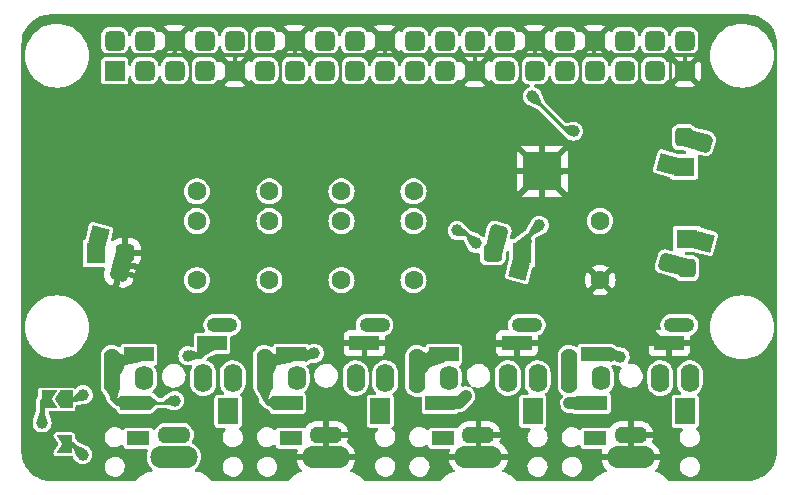
<source format=gtl>
%TF.GenerationSoftware,KiCad,Pcbnew,7.0.9-7.0.9~ubuntu22.04.1*%
%TF.CreationDate,2023-12-11T10:38:11-03:00*%
%TF.ProjectId,WM_RB-HAT,574d5f52-422d-4484-9154-2e6b69636164,rev?*%
%TF.SameCoordinates,Original*%
%TF.FileFunction,Copper,L1,Top*%
%TF.FilePolarity,Positive*%
%FSLAX46Y46*%
G04 Gerber Fmt 4.6, Leading zero omitted, Abs format (unit mm)*
G04 Created by KiCad (PCBNEW 7.0.9-7.0.9~ubuntu22.04.1) date 2023-12-11 10:38:11*
%MOMM*%
%LPD*%
G01*
G04 APERTURE LIST*
G04 Aperture macros list*
%AMRoundRect*
0 Rectangle with rounded corners*
0 $1 Rounding radius*
0 $2 $3 $4 $5 $6 $7 $8 $9 X,Y pos of 4 corners*
0 Add a 4 corners polygon primitive as box body*
4,1,4,$2,$3,$4,$5,$6,$7,$8,$9,$2,$3,0*
0 Add four circle primitives for the rounded corners*
1,1,$1+$1,$2,$3*
1,1,$1+$1,$4,$5*
1,1,$1+$1,$6,$7*
1,1,$1+$1,$8,$9*
0 Add four rect primitives between the rounded corners*
20,1,$1+$1,$2,$3,$4,$5,0*
20,1,$1+$1,$4,$5,$6,$7,0*
20,1,$1+$1,$6,$7,$8,$9,0*
20,1,$1+$1,$8,$9,$2,$3,0*%
%AMRotRect*
0 Rectangle, with rotation*
0 The origin of the aperture is its center*
0 $1 length*
0 $2 width*
0 $3 Rotation angle, in degrees counterclockwise*
0 Add horizontal line*
21,1,$1,$2,0,0,$3*%
%AMFreePoly0*
4,1,6,1.200000,0.000000,0.700000,-0.750000,-0.300000,-0.750000,-0.300000,0.750000,0.700000,0.750000,1.200000,0.000000,1.200000,0.000000,$1*%
%AMFreePoly1*
4,1,6,0.200000,-0.750000,-1.150000,-0.750000,-0.650000,0.000000,-1.150000,0.750000,0.200000,0.750000,0.200000,-0.750000,0.200000,-0.750000,$1*%
G04 Aperture macros list end*
%TA.AperFunction,ComponentPad*%
%ADD10O,1.400000X3.800000*%
%TD*%
%TA.AperFunction,SMDPad,CuDef*%
%ADD11R,2.500000X1.200000*%
%TD*%
%TA.AperFunction,SMDPad,CuDef*%
%ADD12R,1.900000X1.200000*%
%TD*%
%TA.AperFunction,ComponentPad*%
%ADD13O,1.600000X2.100000*%
%TD*%
%TA.AperFunction,ComponentPad*%
%ADD14O,2.800000X1.400000*%
%TD*%
%TA.AperFunction,ComponentPad*%
%ADD15O,4.000000X1.900000*%
%TD*%
%TA.AperFunction,ComponentPad*%
%ADD16R,1.700000X2.200000*%
%TD*%
%TA.AperFunction,ComponentPad*%
%ADD17O,1.600000X2.400000*%
%TD*%
%TA.AperFunction,ComponentPad*%
%ADD18O,2.600000X1.200000*%
%TD*%
%TA.AperFunction,ComponentPad*%
%ADD19C,1.600000*%
%TD*%
%TA.AperFunction,SMDPad,CuDef*%
%ADD20FreePoly0,180.000000*%
%TD*%
%TA.AperFunction,SMDPad,CuDef*%
%ADD21FreePoly1,180.000000*%
%TD*%
%TA.AperFunction,ComponentPad*%
%ADD22R,1.600000X1.800000*%
%TD*%
%TA.AperFunction,SMDPad,CuDef*%
%ADD23RotRect,2.800000X1.100000X255.000000*%
%TD*%
%TA.AperFunction,ComponentPad*%
%ADD24RotRect,1.500000X1.500000X165.000000*%
%TD*%
%TA.AperFunction,ComponentPad*%
%ADD25RoundRect,0.375000X0.459279X0.265165X-0.265165X0.459279X-0.459279X-0.265165X0.265165X-0.459279X0*%
%TD*%
%TA.AperFunction,SMDPad,CuDef*%
%ADD26RotRect,2.500000X1.500000X255.000000*%
%TD*%
%TA.AperFunction,ComponentPad*%
%ADD27RoundRect,0.375000X0.425000X0.375000X-0.425000X0.375000X-0.425000X-0.375000X0.425000X-0.375000X0*%
%TD*%
%TA.AperFunction,SMDPad,CuDef*%
%ADD28FreePoly0,0.000000*%
%TD*%
%TA.AperFunction,SMDPad,CuDef*%
%ADD29FreePoly1,0.000000*%
%TD*%
%TA.AperFunction,ComponentPad*%
%ADD30R,1.800000X1.600000*%
%TD*%
%TA.AperFunction,SMDPad,CuDef*%
%ADD31RotRect,2.800000X1.100000X165.000000*%
%TD*%
%TA.AperFunction,ComponentPad*%
%ADD32RotRect,1.500000X1.500000X75.000000*%
%TD*%
%TA.AperFunction,ComponentPad*%
%ADD33RoundRect,0.375000X0.265165X-0.459279X0.459279X0.265165X-0.265165X0.459279X-0.459279X-0.265165X0*%
%TD*%
%TA.AperFunction,SMDPad,CuDef*%
%ADD34RotRect,2.500000X1.500000X165.000000*%
%TD*%
%TA.AperFunction,ComponentPad*%
%ADD35RoundRect,0.375000X0.375000X-0.425000X0.375000X0.425000X-0.375000X0.425000X-0.375000X-0.425000X0*%
%TD*%
%TA.AperFunction,SMDPad,CuDef*%
%ADD36RotRect,2.800000X1.100000X345.000000*%
%TD*%
%TA.AperFunction,ComponentPad*%
%ADD37RotRect,1.500000X1.500000X255.000000*%
%TD*%
%TA.AperFunction,ComponentPad*%
%ADD38RoundRect,0.375000X-0.265165X0.459279X-0.459279X-0.265165X0.265165X-0.459279X0.459279X0.265165X0*%
%TD*%
%TA.AperFunction,SMDPad,CuDef*%
%ADD39RotRect,2.500000X1.500000X345.000000*%
%TD*%
%TA.AperFunction,ComponentPad*%
%ADD40RoundRect,0.375000X-0.375000X0.425000X-0.375000X-0.425000X0.375000X-0.425000X0.375000X0.425000X0*%
%TD*%
%TA.AperFunction,SMDPad,CuDef*%
%ADD41RotRect,2.800000X1.100000X75.000000*%
%TD*%
%TA.AperFunction,ComponentPad*%
%ADD42RotRect,1.500000X1.500000X345.000000*%
%TD*%
%TA.AperFunction,ComponentPad*%
%ADD43RoundRect,0.375000X-0.459279X-0.265165X0.265165X-0.459279X0.459279X0.265165X-0.265165X0.459279X0*%
%TD*%
%TA.AperFunction,SMDPad,CuDef*%
%ADD44RotRect,2.500000X1.500000X75.000000*%
%TD*%
%TA.AperFunction,ComponentPad*%
%ADD45RoundRect,0.375000X-0.425000X-0.375000X0.425000X-0.375000X0.425000X0.375000X-0.425000X0.375000X0*%
%TD*%
%TA.AperFunction,ComponentPad*%
%ADD46R,1.700000X1.700000*%
%TD*%
%TA.AperFunction,ComponentPad*%
%ADD47RoundRect,0.425000X-0.425000X0.425000X-0.425000X-0.425000X0.425000X-0.425000X0.425000X0.425000X0*%
%TD*%
%TA.AperFunction,ComponentPad*%
%ADD48C,0.900000*%
%TD*%
%TA.AperFunction,SMDPad,CuDef*%
%ADD49R,3.300000X3.300000*%
%TD*%
%TA.AperFunction,ViaPad*%
%ADD50C,1.000000*%
%TD*%
%TA.AperFunction,Conductor*%
%ADD51C,0.600000*%
%TD*%
%TA.AperFunction,Conductor*%
%ADD52C,0.250000*%
%TD*%
%TA.AperFunction,Conductor*%
%ADD53C,0.300000*%
%TD*%
%TA.AperFunction,Conductor*%
%ADD54C,0.500000*%
%TD*%
%TA.AperFunction,Conductor*%
%ADD55C,1.000000*%
%TD*%
%TA.AperFunction,Conductor*%
%ADD56C,0.400000*%
%TD*%
G04 APERTURE END LIST*
D10*
%TO.P,J2,R*%
%TO.N,Net-(C16-Pad2)*%
X125400000Y-91000000D03*
D11*
X127350000Y-93700000D03*
D12*
%TO.P,J2,R2*%
%TO.N,N/C*%
X127600000Y-96700000D03*
D13*
%TO.P,J2,RN*%
%TO.N,unconnected-(J2-PadRN)*%
X128100000Y-91600000D03*
D14*
%TO.P,J2,S*%
%TO.N,GND*%
X130600000Y-96400000D03*
D15*
X130600000Y-98300000D03*
D11*
X133850000Y-88650000D03*
%TO.P,J2,T*%
%TO.N,Net-(C14-Pad2)*%
X127650000Y-89600000D03*
D16*
X135200000Y-94400000D03*
D17*
X135600000Y-91600000D03*
%TO.P,J2,TN*%
%TO.N,unconnected-(J2-PadTN)*%
X133100000Y-91600000D03*
D18*
X134700000Y-87100000D03*
%TD*%
D10*
%TO.P,J1,R*%
%TO.N,Net-(JP1-A)*%
X86700000Y-91000000D03*
D11*
X88650000Y-93700000D03*
D12*
%TO.P,J1,R2*%
%TO.N,N/C*%
X88900000Y-96700000D03*
D13*
%TO.P,J1,RN*%
%TO.N,unconnected-(J1-PadRN)*%
X89400000Y-91600000D03*
D14*
%TO.P,J1,S*%
%TO.N,Net-(JP3-B)*%
X91900000Y-96400000D03*
D15*
X91900000Y-98300000D03*
D11*
X95150000Y-88650000D03*
%TO.P,J1,T*%
%TO.N,Net-(JP1-A)*%
X88950000Y-89600000D03*
D16*
X96500000Y-94400000D03*
D17*
X96900000Y-91600000D03*
%TO.P,J1,TN*%
%TO.N,unconnected-(J1-PadTN)*%
X94400000Y-91600000D03*
D18*
X96000000Y-87100000D03*
%TD*%
D19*
%TO.P,C37,1*%
%TO.N,Net-(C33-Pad2)*%
X100000000Y-83300000D03*
%TO.P,C37,2*%
%TO.N,/GND_INPUT_R*%
X100000000Y-78300000D03*
X100000000Y-75800000D03*
%TD*%
D20*
%TO.P,JP1,1,A*%
%TO.N,Net-(JP1-A)*%
X83025000Y-93400000D03*
D21*
%TO.P,JP1,2,B*%
%TO.N,Net-(JP1-B)*%
X80875000Y-93400000D03*
%TD*%
D19*
%TO.P,C38,1*%
%TO.N,Net-(C34-Pad2)*%
X106100000Y-83300000D03*
%TO.P,C38,2*%
%TO.N,/GND_INPUT_L*%
X106100000Y-78300000D03*
X106100000Y-75800000D03*
%TD*%
D22*
%TO.P,CP4,1*%
%TO.N,/OUT_MONO*%
X121402651Y-81000000D03*
D23*
X121202651Y-81700000D03*
D24*
X121136494Y-82420264D03*
D25*
%TO.P,CP4,2*%
%TO.N,Net-(C11-Pad1)*%
X119363324Y-79419756D03*
D26*
X119169210Y-80144201D03*
D27*
X118902651Y-81000000D03*
%TD*%
D10*
%TO.P,J5,R*%
%TO.N,Net-(C11-Pad1)*%
X112500000Y-91000000D03*
D11*
X114450000Y-93700000D03*
D12*
%TO.P,J5,R2*%
%TO.N,N/C*%
X114700000Y-96700000D03*
D13*
%TO.P,J5,RN*%
%TO.N,Net-(C11-Pad1)*%
X115200000Y-91600000D03*
D14*
%TO.P,J5,S*%
%TO.N,GND*%
X117700000Y-96400000D03*
D15*
X117700000Y-98300000D03*
D11*
X120950000Y-88650000D03*
%TO.P,J5,T*%
%TO.N,Net-(C11-Pad1)*%
X114750000Y-89600000D03*
D16*
X122300000Y-94400000D03*
D17*
X122700000Y-91600000D03*
%TO.P,J5,TN*%
X120200000Y-91600000D03*
D18*
X121800000Y-87100000D03*
%TD*%
D28*
%TO.P,JP3,1,A*%
%TO.N,GND*%
X80950000Y-97200000D03*
D29*
%TO.P,JP3,2,B*%
%TO.N,Net-(JP3-B)*%
X83100000Y-97200000D03*
%TD*%
D19*
%TO.P,C19,1*%
%TO.N,Net-(C19-Pad1)*%
X112200000Y-83300000D03*
%TO.P,C19,2*%
%TO.N,/LINE_INPUT_L*%
X112200000Y-78300000D03*
X112200000Y-75800000D03*
%TD*%
D30*
%TO.P,CP2,1*%
%TO.N,/HP_L*%
X135100000Y-73700000D03*
D31*
X134400000Y-73500000D03*
D32*
X133679736Y-73433843D03*
D33*
%TO.P,CP2,2*%
%TO.N,Net-(C14-Pad2)*%
X136680244Y-71660673D03*
D34*
X135955799Y-71466559D03*
D35*
X135100000Y-71200000D03*
%TD*%
D19*
%TO.P,C36,1*%
%TO.N,Net-(U1-VMID)*%
X128000000Y-78300000D03*
%TO.P,C36,2*%
%TO.N,GND*%
X128000000Y-83300000D03*
%TD*%
D30*
%TO.P,CP1,1*%
%TO.N,/HP_R*%
X135350000Y-79800000D03*
D36*
X136050000Y-80000000D03*
D37*
X136770264Y-80066157D03*
D38*
%TO.P,CP1,2*%
%TO.N,Net-(C16-Pad2)*%
X133769756Y-81839327D03*
D39*
X134494201Y-82033441D03*
D40*
X135350000Y-82300000D03*
%TD*%
D19*
%TO.P,C18,1*%
%TO.N,Net-(C18-Pad1)*%
X93850000Y-83300000D03*
%TO.P,C18,2*%
%TO.N,/LINE_INPUT_R*%
X93850000Y-78300000D03*
X93850000Y-75800000D03*
%TD*%
D22*
%TO.P,CP3,1*%
%TO.N,+VREGIN*%
X85300000Y-81019756D03*
D41*
X85500000Y-80319756D03*
D42*
X85566157Y-79599492D03*
D43*
%TO.P,CP3,2*%
%TO.N,GND*%
X87339327Y-82600000D03*
D44*
X87533441Y-81875555D03*
D45*
X87800000Y-81019756D03*
%TD*%
D10*
%TO.P,J7,R*%
%TO.N,Net-(FB2-Pad1)*%
X99600000Y-91000000D03*
D11*
X101550000Y-93700000D03*
D12*
%TO.P,J7,R2*%
%TO.N,N/C*%
X101800000Y-96700000D03*
D13*
%TO.P,J7,RN*%
%TO.N,unconnected-(J7-PadRN)*%
X102300000Y-91600000D03*
D14*
%TO.P,J7,S*%
%TO.N,GND*%
X104800000Y-96400000D03*
D15*
X104800000Y-98300000D03*
D11*
X108050000Y-88650000D03*
%TO.P,J7,T*%
%TO.N,Net-(FB2-Pad1)*%
X101850000Y-89600000D03*
D16*
X109400000Y-94400000D03*
D17*
X109800000Y-91600000D03*
%TO.P,J7,TN*%
%TO.N,unconnected-(J7-PadTN)*%
X107300000Y-91600000D03*
D18*
X108900000Y-87100000D03*
%TD*%
D46*
%TO.P,J3,1,P3V3*%
%TO.N,/P3V3_HAT*%
X86900000Y-65590000D03*
D47*
%TO.P,J3,2,P5V*%
%TO.N,+5V*%
X86900000Y-63050000D03*
%TO.P,J3,3,BCM2/SDA*%
%TO.N,/I2C_SDA*%
X89440000Y-65590000D03*
%TO.P,J3,4,P5V*%
%TO.N,+5V*%
X89440000Y-63050000D03*
%TO.P,J3,5,BCM3/SCL*%
%TO.N,/I2C_SCL*%
X91980000Y-65590000D03*
%TO.P,J3,6,GND*%
%TO.N,GND*%
X91980000Y-63050000D03*
%TO.P,J3,7,BCM4/GPCLK0*%
%TO.N,Net-(J3-BCM4{slash}GPCLK0)*%
X94520000Y-65590000D03*
%TO.P,J3,8,TXD/BCM14*%
%TO.N,unconnected-(J3-TXD{slash}BCM14-Pad8)*%
X94520000Y-63050000D03*
%TO.P,J3,9,GND*%
%TO.N,GND*%
X97060000Y-65590000D03*
%TO.P,J3,10,RXD/BCM15*%
%TO.N,unconnected-(J3-RXD{slash}BCM15-Pad10)*%
X97060000Y-63050000D03*
%TO.P,J3,11,BCM17*%
%TO.N,unconnected-(J3-BCM17-Pad11)*%
X99600000Y-65590000D03*
%TO.P,J3,12,I2S_CLK/BCM18*%
%TO.N,/I2S_CLK*%
X99600000Y-63050000D03*
%TO.P,J3,13,BCM27*%
%TO.N,unconnected-(J3-BCM27-Pad13)*%
X102140000Y-65590000D03*
%TO.P,J3,14,GND*%
%TO.N,GND*%
X102140000Y-63050000D03*
%TO.P,J3,15,BCM22*%
%TO.N,unconnected-(J3-BCM22-Pad15)*%
X104680000Y-65590000D03*
%TO.P,J3,16,BCM23*%
%TO.N,unconnected-(J3-BCM23-Pad16)*%
X104680000Y-63050000D03*
%TO.P,J3,17,P3V3*%
%TO.N,+3.3V*%
X107220000Y-65590000D03*
%TO.P,J3,18,BCM24*%
%TO.N,unconnected-(J3-BCM24-Pad18)*%
X107220000Y-63050000D03*
%TO.P,J3,19,BCM10/MOSI*%
%TO.N,unconnected-(J3-BCM10{slash}MOSI-Pad19)*%
X109760000Y-65590000D03*
%TO.P,J3,20,GND*%
%TO.N,GND*%
X109760000Y-63050000D03*
%TO.P,J3,21,BCM9/MISO*%
%TO.N,unconnected-(J3-BCM9{slash}MISO-Pad21)*%
X112300000Y-65590000D03*
%TO.P,J3,22,BCM25*%
%TO.N,unconnected-(J3-BCM25-Pad22)*%
X112300000Y-63050000D03*
%TO.P,J3,23,BCM11/SCLK*%
%TO.N,unconnected-(J3-BCM11{slash}SCLK-Pad23)*%
X114840000Y-65590000D03*
%TO.P,J3,24,CS0/BCM8*%
%TO.N,unconnected-(J3-CS0{slash}BCM8-Pad24)*%
X114840000Y-63050000D03*
%TO.P,J3,25,GND*%
%TO.N,GND*%
X117380000Y-65590000D03*
%TO.P,J3,26,CS1/BCM7*%
%TO.N,unconnected-(J3-CS1{slash}BCM7-Pad26)*%
X117380000Y-63050000D03*
%TO.P,J3,27,BCM0*%
%TO.N,unconnected-(J3-BCM0-Pad27)*%
X119920000Y-65590000D03*
%TO.P,J3,28,BCM1*%
%TO.N,unconnected-(J3-BCM1-Pad28)*%
X119920000Y-63050000D03*
%TO.P,J3,29,BCM5/GPCLK1*%
%TO.N,unconnected-(J3-BCM5{slash}GPCLK1-Pad29)*%
X122460000Y-65590000D03*
%TO.P,J3,30,GND*%
%TO.N,GND*%
X122460000Y-63050000D03*
%TO.P,J3,31,BCM6/GPCLK2*%
%TO.N,unconnected-(J3-BCM6{slash}GPCLK2-Pad31)*%
X125000000Y-65590000D03*
%TO.P,J3,32,BCM12*%
%TO.N,unconnected-(J3-BCM12-Pad32)*%
X125000000Y-63050000D03*
%TO.P,J3,33,BCM13*%
%TO.N,unconnected-(J3-BCM13-Pad33)*%
X127540000Y-65590000D03*
%TO.P,J3,34,GND*%
%TO.N,GND*%
X127540000Y-63050000D03*
%TO.P,J3,35,BCM19/I2S_LR*%
%TO.N,/I2S_LRCLK*%
X130080000Y-65590000D03*
%TO.P,J3,36,BCM16*%
%TO.N,unconnected-(J3-BCM16-Pad36)*%
X130080000Y-63050000D03*
%TO.P,J3,37,BCM26*%
%TO.N,unconnected-(J3-BCM26-Pad37)*%
X132620000Y-65590000D03*
%TO.P,J3,38,I2S_ADC/BCM20*%
%TO.N,/I2S_ADC*%
X132620000Y-63050000D03*
%TO.P,J3,39,GND*%
%TO.N,GND*%
X135160000Y-65590000D03*
%TO.P,J3,40,I2S_DAC/BCM21*%
%TO.N,/I2S_DAC*%
X135160000Y-63050000D03*
%TD*%
D48*
%TO.P,U1,33,GND*%
%TO.N,GND*%
X122100000Y-73100000D03*
X122100000Y-74100000D03*
X122100000Y-75100000D03*
X123100000Y-73100000D03*
X123100000Y-74100000D03*
D49*
X123100000Y-74100000D03*
D48*
X123100000Y-75100000D03*
X124100000Y-73100000D03*
X124100000Y-74100000D03*
X124100000Y-75100000D03*
%TD*%
D50*
%TO.N,GND*%
X104000000Y-71000000D03*
X116499822Y-71995500D03*
X126150000Y-76950000D03*
X98350000Y-97500000D03*
X92500000Y-74000000D03*
X124150000Y-98754500D03*
X111250000Y-98500000D03*
X92500000Y-73000000D03*
X110300000Y-89600000D03*
X85996349Y-67359586D03*
X103500000Y-76000000D03*
X114000000Y-70500000D03*
X119900000Y-77700000D03*
X101000000Y-71000000D03*
X115700000Y-75800000D03*
X105000000Y-71000000D03*
X132400000Y-75100000D03*
X98350000Y-93500000D03*
X98100000Y-89000000D03*
X110400000Y-88600000D03*
X99250000Y-70250000D03*
X96900000Y-79100000D03*
X107500000Y-74750000D03*
X132300000Y-76400000D03*
X117499822Y-71995500D03*
X93786892Y-81290500D03*
X117100000Y-75800000D03*
X132200000Y-77500000D03*
X112000000Y-70500000D03*
X102000000Y-71000000D03*
X115750000Y-71250000D03*
X123800000Y-90000000D03*
X98350000Y-98500000D03*
X124150000Y-93000000D03*
X124150000Y-96000000D03*
X109000000Y-70500000D03*
X100005635Y-81290500D03*
X111250000Y-95500000D03*
X113000000Y-70500000D03*
X109200000Y-79100000D03*
X98100000Y-90000000D03*
X124600000Y-88300000D03*
X92500000Y-71000000D03*
X125800000Y-79800000D03*
X100000000Y-71000000D03*
X98350000Y-94500000D03*
X123900000Y-89000000D03*
X98100000Y-88000000D03*
X86600000Y-94837500D03*
X111250000Y-97500000D03*
X108000000Y-71000000D03*
X110000000Y-70500000D03*
X97250000Y-70250000D03*
X127100000Y-73800000D03*
X137150000Y-95900000D03*
X81100000Y-81000000D03*
X109983277Y-74733277D03*
X98100000Y-85000000D03*
X98350000Y-96500000D03*
X112100000Y-81290500D03*
X95250000Y-70250000D03*
X111300000Y-86900000D03*
X93250000Y-70250000D03*
X120292176Y-71250000D03*
X106000000Y-71000000D03*
X111250000Y-96500000D03*
X98350000Y-95500000D03*
X111400000Y-85899998D03*
X92500000Y-72000000D03*
X103000000Y-78000000D03*
X111000000Y-70500000D03*
X96250000Y-70250000D03*
X115000000Y-70500000D03*
X132250000Y-87250000D03*
X124150000Y-99750000D03*
X130000000Y-78200000D03*
X118499822Y-71995500D03*
X111250000Y-94500000D03*
X112100000Y-85200000D03*
X111250000Y-99500000D03*
X111100000Y-87900000D03*
X98250000Y-70250000D03*
X124150000Y-95000000D03*
X120900000Y-78200000D03*
X126300000Y-86100000D03*
X81100000Y-80000000D03*
X103000000Y-77000000D03*
X104300000Y-75200000D03*
X106054013Y-81290500D03*
X98350000Y-99500000D03*
X108750000Y-74750000D03*
X86600000Y-76700000D03*
X98100000Y-87000000D03*
X103000000Y-71000000D03*
X92400000Y-75000000D03*
X107000000Y-71000000D03*
X98100000Y-86000000D03*
X125500000Y-87800000D03*
X124150000Y-94000000D03*
X114750000Y-77000000D03*
X103000000Y-79100000D03*
X124150000Y-97000000D03*
X118800000Y-88600000D03*
X94250000Y-70250000D03*
%TO.N,/MICBIAS*%
X115900000Y-79100000D03*
X117464722Y-80184664D03*
%TO.N,/OUT_MONO*%
X122845777Y-78654223D03*
%TO.N,Net-(U1-ADCLRC{slash}GPIO1)*%
X122250000Y-67750000D03*
X125750000Y-70695500D03*
%TO.N,Net-(JP1-A)*%
X84250000Y-93000000D03*
X92000000Y-93500000D03*
%TO.N,Net-(JP1-B)*%
X80750000Y-95400000D03*
%TO.N,Net-(C11-Pad1)*%
X116610000Y-93110000D03*
%TO.N,Net-(C14-Pad2)*%
X129700000Y-89800000D03*
%TO.N,Net-(C16-Pad2)*%
X125400000Y-93750000D03*
%TO.N,Net-(FB2-Pad1)*%
X103800000Y-89500000D03*
%TO.N,Net-(JP3-B)*%
X84200000Y-98100000D03*
X93100000Y-89700000D03*
%TD*%
D51*
%TO.N,GND*%
X118750000Y-88650000D02*
X118700000Y-88600000D01*
D52*
X133900000Y-64280000D02*
X133900000Y-66800000D01*
X131300000Y-64280000D02*
X131300000Y-66800000D01*
D53*
X121200000Y-64280000D02*
X122500000Y-64280000D01*
D52*
X93300000Y-64280000D02*
X93300000Y-66800000D01*
D53*
X117380000Y-65590000D02*
X117380000Y-64410000D01*
X98300000Y-64280000D02*
X101000000Y-64280000D01*
X122500000Y-63090000D02*
X122460000Y-63050000D01*
X106000000Y-64280000D02*
X109750000Y-64280000D01*
X101000000Y-64280000D02*
X102000000Y-64280000D01*
X127500000Y-63090000D02*
X127540000Y-63050000D01*
X97060000Y-65590000D02*
X97060000Y-64470000D01*
X102140000Y-63050000D02*
X102140000Y-64140000D01*
X122500000Y-64280000D02*
X126300000Y-64280000D01*
X97250000Y-64280000D02*
X98300000Y-64280000D01*
X91980000Y-64050000D02*
X91750000Y-64280000D01*
D54*
X123110000Y-72440000D02*
X123100000Y-72430000D01*
D53*
X91980000Y-63050000D02*
X91980000Y-64050000D01*
D55*
X132250000Y-87250000D02*
X132250000Y-87900000D01*
D53*
X126300000Y-64280000D02*
X127500000Y-64280000D01*
X91750000Y-64280000D02*
X93300000Y-64280000D01*
X109750000Y-64280000D02*
X117250000Y-64280000D01*
D51*
X120950000Y-88650000D02*
X118800000Y-88600000D01*
D52*
X101000000Y-64280000D02*
X100935000Y-64345000D01*
D53*
X85400000Y-64280000D02*
X91750000Y-64280000D01*
D55*
X132250000Y-87900000D02*
X133000000Y-88650000D01*
D53*
X97060000Y-64470000D02*
X97250000Y-64280000D01*
D54*
X124750000Y-74120000D02*
X124770000Y-74100000D01*
D52*
X93300000Y-66800000D02*
X93200000Y-66900000D01*
D54*
X123070000Y-75780000D02*
X123100000Y-75810000D01*
D53*
X133900000Y-64280000D02*
X135250000Y-64280000D01*
D52*
X100935000Y-64345000D02*
X100935000Y-67135000D01*
D53*
X102000000Y-64280000D02*
X106000000Y-64280000D01*
D54*
X123100000Y-72430000D02*
X123100000Y-71600000D01*
D52*
X98300000Y-64280000D02*
X98300000Y-61900000D01*
D53*
X102140000Y-64140000D02*
X102000000Y-64280000D01*
D52*
X131300000Y-66800000D02*
X131400000Y-66900000D01*
D51*
X118800000Y-88600000D02*
X118750000Y-88650000D01*
D53*
X117250000Y-64280000D02*
X121200000Y-64280000D01*
D52*
X100935000Y-67135000D02*
X101000000Y-67200000D01*
X106000000Y-64280000D02*
X106000000Y-67400000D01*
X121200000Y-64280000D02*
X121200000Y-66900000D01*
D55*
X133000000Y-88650000D02*
X133850000Y-88650000D01*
D53*
X117380000Y-64410000D02*
X117250000Y-64280000D01*
X93300000Y-64280000D02*
X97250000Y-64280000D01*
X131300000Y-64280000D02*
X133900000Y-64280000D01*
X135160000Y-64370000D02*
X135160000Y-65590000D01*
X122500000Y-64280000D02*
X122500000Y-63090000D01*
X135250000Y-64280000D02*
X135160000Y-64370000D01*
X127500000Y-64280000D02*
X127500000Y-63090000D01*
X109760000Y-63050000D02*
X109760000Y-64270000D01*
D52*
X126300000Y-64280000D02*
X126300000Y-66900000D01*
D53*
X127500000Y-64280000D02*
X131300000Y-64280000D01*
D54*
X123100000Y-75810000D02*
X123100000Y-76500000D01*
D53*
X136970000Y-64280000D02*
X137000000Y-64250000D01*
D54*
X124770000Y-74100000D02*
X125250000Y-74100000D01*
D52*
X126300000Y-66900000D02*
X126400000Y-67000000D01*
D54*
X121450000Y-74100000D02*
X120650000Y-74100000D01*
D52*
X133900000Y-66800000D02*
X134000000Y-66900000D01*
X98300000Y-61900000D02*
X98400000Y-61800000D01*
D53*
X135250000Y-64280000D02*
X136970000Y-64280000D01*
X109760000Y-64270000D02*
X109750000Y-64280000D01*
D52*
%TO.N,/MICBIAS*%
X115900000Y-79100000D02*
X116380058Y-79100000D01*
X116380058Y-79100000D02*
X117464722Y-80184664D01*
D56*
%TO.N,/OUT_MONO*%
X122845777Y-78654223D02*
X121402651Y-80097349D01*
X121402651Y-80097349D02*
X121402651Y-81000000D01*
D52*
%TO.N,Net-(U1-ADCLRC{slash}GPIO1)*%
X122250000Y-67750000D02*
X125195500Y-70695500D01*
X125195500Y-70695500D02*
X125750000Y-70695500D01*
D56*
%TO.N,Net-(JP1-A)*%
X86700000Y-93300000D02*
X86700000Y-91000000D01*
D52*
X92000000Y-93500000D02*
X91800000Y-93700000D01*
D56*
X87100000Y-93700000D02*
X86700000Y-93300000D01*
X88000000Y-89700000D02*
X86700000Y-91000000D01*
X83600000Y-93400000D02*
X84000000Y-93000000D01*
X88850000Y-89700000D02*
X88000000Y-89700000D01*
X83025000Y-93400000D02*
X83600000Y-93400000D01*
D52*
X91800000Y-93700000D02*
X88650000Y-93700000D01*
D56*
X88650000Y-93700000D02*
X87100000Y-93700000D01*
X84000000Y-93000000D02*
X84250000Y-93000000D01*
%TO.N,Net-(JP1-B)*%
X80875000Y-93400000D02*
X80750000Y-93525000D01*
X80750000Y-93525000D02*
X80750000Y-95400000D01*
D55*
%TO.N,Net-(C11-Pad1)*%
X114650000Y-89700000D02*
X113800000Y-89700000D01*
X113800000Y-89700000D02*
X112500000Y-91000000D01*
X116020000Y-93700000D02*
X116610000Y-93110000D01*
X114450000Y-93700000D02*
X116020000Y-93700000D01*
D51*
%TO.N,Net-(C14-Pad2)*%
X129500000Y-89600000D02*
X129700000Y-89800000D01*
X127650000Y-89600000D02*
X129500000Y-89600000D01*
D55*
%TO.N,Net-(C16-Pad2)*%
X127350000Y-93700000D02*
X127300000Y-93750000D01*
X127300000Y-93750000D02*
X125400000Y-93750000D01*
D56*
%TO.N,Net-(FB2-Pad1)*%
X101750000Y-89700000D02*
X103600000Y-89700000D01*
X103600000Y-89700000D02*
X103800000Y-89500000D01*
X101750000Y-89700000D02*
X100900000Y-89700000D01*
X101550000Y-93700000D02*
X99900000Y-93700000D01*
X99600000Y-93400000D02*
X99600000Y-91000000D01*
X100900000Y-89700000D02*
X99600000Y-91000000D01*
X99900000Y-93700000D02*
X99600000Y-93400000D01*
%TO.N,Net-(JP3-B)*%
X83300000Y-97200000D02*
X83100000Y-97200000D01*
X95150000Y-88650000D02*
X94100000Y-89700000D01*
X84200000Y-98100000D02*
X83300000Y-97200000D01*
X94100000Y-89700000D02*
X93100000Y-89700000D01*
%TD*%
%TA.AperFunction,Conductor*%
%TO.N,Net-(FB2-Pad1)*%
G36*
X100190744Y-89436647D02*
G01*
X100203899Y-89443098D01*
X100651807Y-89662747D01*
X100654928Y-89664979D01*
X100930565Y-89940616D01*
X100933992Y-89948889D01*
X100932866Y-89953898D01*
X100304759Y-91279900D01*
X100298120Y-91285909D01*
X100289721Y-91285706D01*
X99609708Y-91005006D01*
X99603368Y-90998682D01*
X99603197Y-90990137D01*
X99990853Y-89940616D01*
X100174619Y-89443096D01*
X100180699Y-89436525D01*
X100189647Y-89436177D01*
X100190744Y-89436647D01*
G37*
%TD.AperFunction*%
%TD*%
%TA.AperFunction,Conductor*%
%TO.N,Net-(JP3-B)*%
G36*
X95155159Y-88660134D02*
G01*
X95155428Y-88660737D01*
X95394377Y-89239940D01*
X95394364Y-89248895D01*
X95388793Y-89254867D01*
X94274700Y-89811914D01*
X94265768Y-89812549D01*
X94261195Y-89809722D01*
X93986407Y-89534934D01*
X93983469Y-89530005D01*
X93902851Y-89259564D01*
X93903771Y-89250659D01*
X93908995Y-89245679D01*
X95139549Y-88654651D01*
X95148488Y-88654160D01*
X95155159Y-88660134D01*
G37*
%TD.AperFunction*%
%TD*%
%TA.AperFunction,Conductor*%
%TO.N,GND*%
G36*
X95880306Y-63488733D02*
G01*
X95911911Y-63551045D01*
X95913358Y-63561106D01*
X95919651Y-63622708D01*
X95919651Y-63622710D01*
X95972996Y-63783694D01*
X95973001Y-63783705D01*
X96062029Y-63928040D01*
X96062032Y-63928044D01*
X96181955Y-64047967D01*
X96181959Y-64047970D01*
X96269123Y-64101734D01*
X96315848Y-64153682D01*
X96327069Y-64222644D01*
X96299226Y-64286726D01*
X96260321Y-64317757D01*
X96181481Y-64357928D01*
X96927466Y-65103913D01*
X96917685Y-65105320D01*
X96786900Y-65165048D01*
X96678239Y-65259202D01*
X96600507Y-65380156D01*
X96576923Y-65460476D01*
X95827928Y-64711481D01*
X95787757Y-64790321D01*
X95739782Y-64841117D01*
X95671961Y-64857912D01*
X95605826Y-64835374D01*
X95571734Y-64799123D01*
X95517970Y-64711959D01*
X95517967Y-64711955D01*
X95398044Y-64592032D01*
X95398040Y-64592029D01*
X95253705Y-64503001D01*
X95253699Y-64502998D01*
X95253697Y-64502997D01*
X95203360Y-64486317D01*
X95092709Y-64449651D01*
X95031105Y-64443357D01*
X94966413Y-64416960D01*
X94926262Y-64359779D01*
X94923399Y-64289968D01*
X94958734Y-64229692D01*
X95021047Y-64198087D01*
X95031097Y-64196642D01*
X95092708Y-64190349D01*
X95253697Y-64137003D01*
X95398044Y-64047968D01*
X95517968Y-63928044D01*
X95607003Y-63783697D01*
X95660349Y-63622708D01*
X95666642Y-63561104D01*
X95693038Y-63496414D01*
X95750218Y-63456263D01*
X95820029Y-63453399D01*
X95880306Y-63488733D01*
G37*
%TD.AperFunction*%
%TA.AperFunction,Conductor*%
G36*
X116200306Y-63488733D02*
G01*
X116231911Y-63551045D01*
X116233358Y-63561106D01*
X116239651Y-63622708D01*
X116239651Y-63622710D01*
X116292996Y-63783694D01*
X116293001Y-63783705D01*
X116382029Y-63928040D01*
X116382032Y-63928044D01*
X116501955Y-64047967D01*
X116501959Y-64047970D01*
X116589123Y-64101734D01*
X116635848Y-64153682D01*
X116647069Y-64222644D01*
X116619226Y-64286726D01*
X116580321Y-64317757D01*
X116501481Y-64357928D01*
X117247466Y-65103913D01*
X117237685Y-65105320D01*
X117106900Y-65165048D01*
X116998239Y-65259202D01*
X116920507Y-65380156D01*
X116896923Y-65460476D01*
X116147928Y-64711481D01*
X116107757Y-64790321D01*
X116059782Y-64841117D01*
X115991961Y-64857912D01*
X115925826Y-64835374D01*
X115891734Y-64799123D01*
X115837970Y-64711959D01*
X115837967Y-64711955D01*
X115718044Y-64592032D01*
X115718040Y-64592029D01*
X115573705Y-64503001D01*
X115573699Y-64502998D01*
X115573697Y-64502997D01*
X115523360Y-64486317D01*
X115412709Y-64449651D01*
X115351105Y-64443357D01*
X115286413Y-64416960D01*
X115246262Y-64359779D01*
X115243399Y-64289968D01*
X115278734Y-64229692D01*
X115341047Y-64198087D01*
X115351097Y-64196642D01*
X115412708Y-64190349D01*
X115573697Y-64137003D01*
X115718044Y-64047968D01*
X115837968Y-63928044D01*
X115927003Y-63783697D01*
X115980349Y-63622708D01*
X115986642Y-63561104D01*
X116013038Y-63496414D01*
X116070218Y-63456263D01*
X116140029Y-63453399D01*
X116200306Y-63488733D01*
G37*
%TD.AperFunction*%
%TA.AperFunction,Conductor*%
G36*
X133980306Y-63488733D02*
G01*
X134011911Y-63551045D01*
X134013358Y-63561106D01*
X134019651Y-63622708D01*
X134019651Y-63622710D01*
X134072996Y-63783694D01*
X134073001Y-63783705D01*
X134162029Y-63928040D01*
X134162032Y-63928044D01*
X134281955Y-64047967D01*
X134281959Y-64047970D01*
X134369123Y-64101734D01*
X134415848Y-64153682D01*
X134427069Y-64222644D01*
X134399226Y-64286726D01*
X134360321Y-64317757D01*
X134281481Y-64357928D01*
X135027466Y-65103913D01*
X135017685Y-65105320D01*
X134886900Y-65165048D01*
X134778239Y-65259202D01*
X134700507Y-65380156D01*
X134676923Y-65460476D01*
X133927928Y-64711481D01*
X133887757Y-64790321D01*
X133839782Y-64841117D01*
X133771961Y-64857912D01*
X133705826Y-64835374D01*
X133671734Y-64799123D01*
X133617970Y-64711959D01*
X133617967Y-64711955D01*
X133498044Y-64592032D01*
X133498040Y-64592029D01*
X133353705Y-64503001D01*
X133353699Y-64502998D01*
X133353697Y-64502997D01*
X133303360Y-64486317D01*
X133192709Y-64449651D01*
X133131105Y-64443357D01*
X133066413Y-64416960D01*
X133026262Y-64359779D01*
X133023399Y-64289968D01*
X133058734Y-64229692D01*
X133121047Y-64198087D01*
X133131097Y-64196642D01*
X133192708Y-64190349D01*
X133353697Y-64137003D01*
X133498044Y-64047968D01*
X133617968Y-63928044D01*
X133707003Y-63783697D01*
X133760349Y-63622708D01*
X133766642Y-63561104D01*
X133793038Y-63496414D01*
X133850218Y-63456263D01*
X133920029Y-63453399D01*
X133980306Y-63488733D01*
G37*
%TD.AperFunction*%
%TA.AperFunction,Conductor*%
G36*
X98420306Y-63488733D02*
G01*
X98451911Y-63551045D01*
X98453358Y-63561106D01*
X98459651Y-63622708D01*
X98459651Y-63622710D01*
X98512996Y-63783694D01*
X98513001Y-63783705D01*
X98602029Y-63928040D01*
X98602032Y-63928044D01*
X98721955Y-64047967D01*
X98721959Y-64047970D01*
X98866294Y-64136998D01*
X98866297Y-64136999D01*
X98866303Y-64137003D01*
X99027292Y-64190349D01*
X99088893Y-64196642D01*
X99153585Y-64223038D01*
X99193736Y-64280218D01*
X99196600Y-64350029D01*
X99161266Y-64410306D01*
X99098954Y-64441911D01*
X99088893Y-64443358D01*
X99027291Y-64449651D01*
X99027289Y-64449651D01*
X98866305Y-64502996D01*
X98866294Y-64503001D01*
X98721959Y-64592029D01*
X98721955Y-64592032D01*
X98602031Y-64711956D01*
X98548265Y-64799124D01*
X98496317Y-64845848D01*
X98427354Y-64857069D01*
X98363272Y-64829225D01*
X98332242Y-64790321D01*
X98292070Y-64711480D01*
X97543076Y-65460475D01*
X97519493Y-65380156D01*
X97441761Y-65259202D01*
X97333100Y-65165048D01*
X97202315Y-65105320D01*
X97192533Y-65103913D01*
X97938517Y-64357928D01*
X97859678Y-64317757D01*
X97808882Y-64269782D01*
X97792087Y-64201961D01*
X97814624Y-64135826D01*
X97850872Y-64101736D01*
X97938044Y-64047968D01*
X98057968Y-63928044D01*
X98147003Y-63783697D01*
X98200349Y-63622708D01*
X98206642Y-63561104D01*
X98233038Y-63496414D01*
X98290218Y-63456263D01*
X98360029Y-63453399D01*
X98420306Y-63488733D01*
G37*
%TD.AperFunction*%
%TA.AperFunction,Conductor*%
G36*
X118740306Y-63488733D02*
G01*
X118771911Y-63551045D01*
X118773358Y-63561106D01*
X118779651Y-63622708D01*
X118779651Y-63622710D01*
X118832996Y-63783694D01*
X118833001Y-63783705D01*
X118922029Y-63928040D01*
X118922032Y-63928044D01*
X119041955Y-64047967D01*
X119041959Y-64047970D01*
X119186294Y-64136998D01*
X119186297Y-64136999D01*
X119186303Y-64137003D01*
X119347292Y-64190349D01*
X119408893Y-64196642D01*
X119473585Y-64223038D01*
X119513736Y-64280218D01*
X119516600Y-64350029D01*
X119481266Y-64410306D01*
X119418954Y-64441911D01*
X119408893Y-64443358D01*
X119347291Y-64449651D01*
X119347289Y-64449651D01*
X119186305Y-64502996D01*
X119186294Y-64503001D01*
X119041959Y-64592029D01*
X119041955Y-64592032D01*
X118922031Y-64711956D01*
X118868265Y-64799124D01*
X118816317Y-64845848D01*
X118747354Y-64857069D01*
X118683272Y-64829225D01*
X118652242Y-64790321D01*
X118612070Y-64711480D01*
X117863076Y-65460475D01*
X117839493Y-65380156D01*
X117761761Y-65259202D01*
X117653100Y-65165048D01*
X117522315Y-65105320D01*
X117512533Y-65103913D01*
X118258517Y-64357928D01*
X118179678Y-64317757D01*
X118128882Y-64269782D01*
X118112087Y-64201961D01*
X118134624Y-64135826D01*
X118170872Y-64101736D01*
X118258044Y-64047968D01*
X118377968Y-63928044D01*
X118467003Y-63783697D01*
X118520349Y-63622708D01*
X118526642Y-63561104D01*
X118553038Y-63496414D01*
X118610218Y-63456263D01*
X118680029Y-63453399D01*
X118740306Y-63488733D01*
G37*
%TD.AperFunction*%
%TA.AperFunction,Conductor*%
G36*
X91520507Y-63259844D02*
G01*
X91598239Y-63380798D01*
X91706900Y-63474952D01*
X91837685Y-63534680D01*
X91847466Y-63536086D01*
X91101480Y-64282070D01*
X91180321Y-64322242D01*
X91231117Y-64370217D01*
X91247912Y-64438038D01*
X91225375Y-64504173D01*
X91189124Y-64538265D01*
X91101956Y-64592031D01*
X90982032Y-64711955D01*
X90982029Y-64711959D01*
X90893001Y-64856294D01*
X90892996Y-64856305D01*
X90839651Y-65017290D01*
X90833357Y-65078895D01*
X90806960Y-65143586D01*
X90749779Y-65183737D01*
X90679968Y-65186600D01*
X90619692Y-65151265D01*
X90588087Y-65088952D01*
X90586641Y-65078891D01*
X90580349Y-65017292D01*
X90580348Y-65017289D01*
X90557207Y-64947453D01*
X90527003Y-64856303D01*
X90526999Y-64856297D01*
X90526998Y-64856294D01*
X90437970Y-64711959D01*
X90437967Y-64711955D01*
X90318044Y-64592032D01*
X90318040Y-64592029D01*
X90173705Y-64503001D01*
X90173699Y-64502998D01*
X90173697Y-64502997D01*
X90123360Y-64486317D01*
X90012709Y-64449651D01*
X89951105Y-64443357D01*
X89886413Y-64416960D01*
X89846262Y-64359779D01*
X89843399Y-64289968D01*
X89878734Y-64229692D01*
X89941047Y-64198087D01*
X89951097Y-64196642D01*
X90012708Y-64190349D01*
X90173697Y-64137003D01*
X90318044Y-64047968D01*
X90437968Y-63928044D01*
X90491735Y-63840873D01*
X90543681Y-63794152D01*
X90612644Y-63782929D01*
X90676726Y-63810773D01*
X90707757Y-63849678D01*
X90747928Y-63928517D01*
X91496922Y-63179523D01*
X91520507Y-63259844D01*
G37*
%TD.AperFunction*%
%TA.AperFunction,Conductor*%
G36*
X93212070Y-63928518D02*
G01*
X93252242Y-63849678D01*
X93300217Y-63798882D01*
X93368038Y-63782087D01*
X93434173Y-63804624D01*
X93468265Y-63840876D01*
X93522029Y-63928040D01*
X93522032Y-63928044D01*
X93641955Y-64047967D01*
X93641959Y-64047970D01*
X93786294Y-64136998D01*
X93786297Y-64136999D01*
X93786303Y-64137003D01*
X93947292Y-64190349D01*
X94008893Y-64196642D01*
X94073585Y-64223038D01*
X94113736Y-64280218D01*
X94116600Y-64350029D01*
X94081266Y-64410306D01*
X94018954Y-64441911D01*
X94008893Y-64443358D01*
X93947291Y-64449651D01*
X93947289Y-64449651D01*
X93786305Y-64502996D01*
X93786294Y-64503001D01*
X93641959Y-64592029D01*
X93641955Y-64592032D01*
X93522032Y-64711955D01*
X93522029Y-64711959D01*
X93433001Y-64856294D01*
X93432996Y-64856305D01*
X93379651Y-65017290D01*
X93373357Y-65078895D01*
X93346960Y-65143586D01*
X93289779Y-65183737D01*
X93219968Y-65186600D01*
X93159692Y-65151265D01*
X93128087Y-65088952D01*
X93126641Y-65078891D01*
X93120349Y-65017292D01*
X93120348Y-65017289D01*
X93097207Y-64947453D01*
X93067003Y-64856303D01*
X93066999Y-64856297D01*
X93066998Y-64856294D01*
X92977970Y-64711959D01*
X92977967Y-64711955D01*
X92858044Y-64592032D01*
X92858040Y-64592029D01*
X92770876Y-64538265D01*
X92724151Y-64486317D01*
X92712930Y-64417354D01*
X92740773Y-64353272D01*
X92779678Y-64322242D01*
X92858518Y-64282070D01*
X92112533Y-63536086D01*
X92122315Y-63534680D01*
X92253100Y-63474952D01*
X92361761Y-63380798D01*
X92439493Y-63259844D01*
X92463076Y-63179524D01*
X93212070Y-63928518D01*
G37*
%TD.AperFunction*%
%TA.AperFunction,Conductor*%
G36*
X101680507Y-63259844D02*
G01*
X101758239Y-63380798D01*
X101866900Y-63474952D01*
X101997685Y-63534680D01*
X102007466Y-63536086D01*
X101261480Y-64282070D01*
X101340321Y-64322242D01*
X101391117Y-64370217D01*
X101407912Y-64438038D01*
X101385375Y-64504173D01*
X101349124Y-64538265D01*
X101261956Y-64592031D01*
X101142032Y-64711955D01*
X101142029Y-64711959D01*
X101053001Y-64856294D01*
X101052996Y-64856305D01*
X100999651Y-65017290D01*
X100993357Y-65078895D01*
X100966960Y-65143586D01*
X100909779Y-65183737D01*
X100839968Y-65186600D01*
X100779692Y-65151265D01*
X100748087Y-65088952D01*
X100746641Y-65078891D01*
X100740349Y-65017292D01*
X100740348Y-65017289D01*
X100717207Y-64947453D01*
X100687003Y-64856303D01*
X100686999Y-64856297D01*
X100686998Y-64856294D01*
X100597970Y-64711959D01*
X100597967Y-64711955D01*
X100478044Y-64592032D01*
X100478040Y-64592029D01*
X100333705Y-64503001D01*
X100333699Y-64502998D01*
X100333697Y-64502997D01*
X100283360Y-64486317D01*
X100172709Y-64449651D01*
X100111105Y-64443357D01*
X100046413Y-64416960D01*
X100006262Y-64359779D01*
X100003399Y-64289968D01*
X100038734Y-64229692D01*
X100101047Y-64198087D01*
X100111097Y-64196642D01*
X100172708Y-64190349D01*
X100333697Y-64137003D01*
X100478044Y-64047968D01*
X100597968Y-63928044D01*
X100651735Y-63840873D01*
X100703681Y-63794152D01*
X100772644Y-63782929D01*
X100836726Y-63810773D01*
X100867757Y-63849678D01*
X100907928Y-63928517D01*
X101656922Y-63179523D01*
X101680507Y-63259844D01*
G37*
%TD.AperFunction*%
%TA.AperFunction,Conductor*%
G36*
X103372070Y-63928518D02*
G01*
X103412242Y-63849678D01*
X103460217Y-63798882D01*
X103528038Y-63782087D01*
X103594173Y-63804624D01*
X103628265Y-63840876D01*
X103682029Y-63928040D01*
X103682032Y-63928044D01*
X103801955Y-64047967D01*
X103801959Y-64047970D01*
X103946294Y-64136998D01*
X103946297Y-64136999D01*
X103946303Y-64137003D01*
X104107292Y-64190349D01*
X104168893Y-64196642D01*
X104233585Y-64223038D01*
X104273736Y-64280218D01*
X104276600Y-64350029D01*
X104241266Y-64410306D01*
X104178954Y-64441911D01*
X104168893Y-64443358D01*
X104107291Y-64449651D01*
X104107289Y-64449651D01*
X103946305Y-64502996D01*
X103946294Y-64503001D01*
X103801959Y-64592029D01*
X103801955Y-64592032D01*
X103682032Y-64711955D01*
X103682029Y-64711959D01*
X103593001Y-64856294D01*
X103592996Y-64856305D01*
X103539651Y-65017290D01*
X103533357Y-65078895D01*
X103506960Y-65143586D01*
X103449779Y-65183737D01*
X103379968Y-65186600D01*
X103319692Y-65151265D01*
X103288087Y-65088952D01*
X103286641Y-65078891D01*
X103280349Y-65017292D01*
X103280348Y-65017289D01*
X103257207Y-64947453D01*
X103227003Y-64856303D01*
X103226999Y-64856297D01*
X103226998Y-64856294D01*
X103137970Y-64711959D01*
X103137967Y-64711955D01*
X103018044Y-64592032D01*
X103018040Y-64592029D01*
X102930876Y-64538265D01*
X102884151Y-64486317D01*
X102872930Y-64417354D01*
X102900773Y-64353272D01*
X102939678Y-64322242D01*
X103018518Y-64282070D01*
X102272533Y-63536086D01*
X102282315Y-63534680D01*
X102413100Y-63474952D01*
X102521761Y-63380798D01*
X102599493Y-63259844D01*
X102623076Y-63179524D01*
X103372070Y-63928518D01*
G37*
%TD.AperFunction*%
%TA.AperFunction,Conductor*%
G36*
X106040306Y-63488733D02*
G01*
X106071911Y-63551045D01*
X106073358Y-63561106D01*
X106079651Y-63622708D01*
X106079651Y-63622710D01*
X106132996Y-63783694D01*
X106133001Y-63783705D01*
X106222029Y-63928040D01*
X106222032Y-63928044D01*
X106341955Y-64047967D01*
X106341959Y-64047970D01*
X106486294Y-64136998D01*
X106486297Y-64136999D01*
X106486303Y-64137003D01*
X106647292Y-64190349D01*
X106708893Y-64196642D01*
X106773585Y-64223038D01*
X106813736Y-64280218D01*
X106816600Y-64350029D01*
X106781266Y-64410306D01*
X106718954Y-64441911D01*
X106708893Y-64443358D01*
X106647291Y-64449651D01*
X106647289Y-64449651D01*
X106486305Y-64502996D01*
X106486294Y-64503001D01*
X106341959Y-64592029D01*
X106341955Y-64592032D01*
X106222032Y-64711955D01*
X106222029Y-64711959D01*
X106133001Y-64856294D01*
X106132996Y-64856305D01*
X106079651Y-65017290D01*
X106073357Y-65078895D01*
X106046960Y-65143586D01*
X105989779Y-65183737D01*
X105919968Y-65186600D01*
X105859692Y-65151265D01*
X105828087Y-65088952D01*
X105826641Y-65078891D01*
X105820349Y-65017292D01*
X105820348Y-65017289D01*
X105797207Y-64947453D01*
X105767003Y-64856303D01*
X105766999Y-64856297D01*
X105766998Y-64856294D01*
X105677970Y-64711959D01*
X105677967Y-64711955D01*
X105558044Y-64592032D01*
X105558040Y-64592029D01*
X105413705Y-64503001D01*
X105413699Y-64502998D01*
X105413697Y-64502997D01*
X105363360Y-64486317D01*
X105252709Y-64449651D01*
X105191105Y-64443357D01*
X105126413Y-64416960D01*
X105086262Y-64359779D01*
X105083399Y-64289968D01*
X105118734Y-64229692D01*
X105181047Y-64198087D01*
X105191097Y-64196642D01*
X105252708Y-64190349D01*
X105413697Y-64137003D01*
X105558044Y-64047968D01*
X105677968Y-63928044D01*
X105767003Y-63783697D01*
X105820349Y-63622708D01*
X105826642Y-63561104D01*
X105853038Y-63496414D01*
X105910218Y-63456263D01*
X105980029Y-63453399D01*
X106040306Y-63488733D01*
G37*
%TD.AperFunction*%
%TA.AperFunction,Conductor*%
G36*
X109300507Y-63259844D02*
G01*
X109378239Y-63380798D01*
X109486900Y-63474952D01*
X109617685Y-63534680D01*
X109627466Y-63536086D01*
X108881480Y-64282070D01*
X108960321Y-64322242D01*
X109011117Y-64370217D01*
X109027912Y-64438038D01*
X109005375Y-64504173D01*
X108969124Y-64538265D01*
X108881956Y-64592031D01*
X108762032Y-64711955D01*
X108762029Y-64711959D01*
X108673001Y-64856294D01*
X108672996Y-64856305D01*
X108619651Y-65017290D01*
X108613357Y-65078895D01*
X108586960Y-65143586D01*
X108529779Y-65183737D01*
X108459968Y-65186600D01*
X108399692Y-65151265D01*
X108368087Y-65088952D01*
X108366641Y-65078891D01*
X108360349Y-65017292D01*
X108360348Y-65017289D01*
X108337207Y-64947453D01*
X108307003Y-64856303D01*
X108306999Y-64856297D01*
X108306998Y-64856294D01*
X108217970Y-64711959D01*
X108217967Y-64711955D01*
X108098044Y-64592032D01*
X108098040Y-64592029D01*
X107953705Y-64503001D01*
X107953699Y-64502998D01*
X107953697Y-64502997D01*
X107903360Y-64486317D01*
X107792709Y-64449651D01*
X107731105Y-64443357D01*
X107666413Y-64416960D01*
X107626262Y-64359779D01*
X107623399Y-64289968D01*
X107658734Y-64229692D01*
X107721047Y-64198087D01*
X107731097Y-64196642D01*
X107792708Y-64190349D01*
X107953697Y-64137003D01*
X108098044Y-64047968D01*
X108217968Y-63928044D01*
X108271735Y-63840873D01*
X108323681Y-63794152D01*
X108392644Y-63782929D01*
X108456726Y-63810773D01*
X108487757Y-63849678D01*
X108527928Y-63928517D01*
X109276922Y-63179523D01*
X109300507Y-63259844D01*
G37*
%TD.AperFunction*%
%TA.AperFunction,Conductor*%
G36*
X110992070Y-63928518D02*
G01*
X111032242Y-63849678D01*
X111080217Y-63798882D01*
X111148038Y-63782087D01*
X111214173Y-63804624D01*
X111248265Y-63840876D01*
X111302029Y-63928040D01*
X111302032Y-63928044D01*
X111421955Y-64047967D01*
X111421959Y-64047970D01*
X111566294Y-64136998D01*
X111566297Y-64136999D01*
X111566303Y-64137003D01*
X111727292Y-64190349D01*
X111788893Y-64196642D01*
X111853585Y-64223038D01*
X111893736Y-64280218D01*
X111896600Y-64350029D01*
X111861266Y-64410306D01*
X111798954Y-64441911D01*
X111788893Y-64443358D01*
X111727291Y-64449651D01*
X111727289Y-64449651D01*
X111566305Y-64502996D01*
X111566294Y-64503001D01*
X111421959Y-64592029D01*
X111421955Y-64592032D01*
X111302032Y-64711955D01*
X111302029Y-64711959D01*
X111213001Y-64856294D01*
X111212996Y-64856305D01*
X111159651Y-65017290D01*
X111153357Y-65078895D01*
X111126960Y-65143586D01*
X111069779Y-65183737D01*
X110999968Y-65186600D01*
X110939692Y-65151265D01*
X110908087Y-65088952D01*
X110906641Y-65078891D01*
X110900349Y-65017292D01*
X110900348Y-65017289D01*
X110877207Y-64947453D01*
X110847003Y-64856303D01*
X110846999Y-64856297D01*
X110846998Y-64856294D01*
X110757970Y-64711959D01*
X110757967Y-64711955D01*
X110638044Y-64592032D01*
X110638040Y-64592029D01*
X110550876Y-64538265D01*
X110504151Y-64486317D01*
X110492930Y-64417354D01*
X110520773Y-64353272D01*
X110559678Y-64322242D01*
X110638518Y-64282070D01*
X109892533Y-63536086D01*
X109902315Y-63534680D01*
X110033100Y-63474952D01*
X110141761Y-63380798D01*
X110219493Y-63259844D01*
X110243076Y-63179524D01*
X110992070Y-63928518D01*
G37*
%TD.AperFunction*%
%TA.AperFunction,Conductor*%
G36*
X113660306Y-63488733D02*
G01*
X113691911Y-63551045D01*
X113693358Y-63561106D01*
X113699651Y-63622708D01*
X113699651Y-63622710D01*
X113752996Y-63783694D01*
X113753001Y-63783705D01*
X113842029Y-63928040D01*
X113842032Y-63928044D01*
X113961955Y-64047967D01*
X113961959Y-64047970D01*
X114106294Y-64136998D01*
X114106297Y-64136999D01*
X114106303Y-64137003D01*
X114267292Y-64190349D01*
X114328893Y-64196642D01*
X114393585Y-64223038D01*
X114433736Y-64280218D01*
X114436600Y-64350029D01*
X114401266Y-64410306D01*
X114338954Y-64441911D01*
X114328893Y-64443358D01*
X114267291Y-64449651D01*
X114267289Y-64449651D01*
X114106305Y-64502996D01*
X114106294Y-64503001D01*
X113961959Y-64592029D01*
X113961955Y-64592032D01*
X113842032Y-64711955D01*
X113842029Y-64711959D01*
X113753001Y-64856294D01*
X113752996Y-64856305D01*
X113699651Y-65017290D01*
X113693357Y-65078895D01*
X113666960Y-65143586D01*
X113609779Y-65183737D01*
X113539968Y-65186600D01*
X113479692Y-65151265D01*
X113448087Y-65088952D01*
X113446641Y-65078891D01*
X113440349Y-65017292D01*
X113440348Y-65017289D01*
X113417207Y-64947453D01*
X113387003Y-64856303D01*
X113386999Y-64856297D01*
X113386998Y-64856294D01*
X113297970Y-64711959D01*
X113297967Y-64711955D01*
X113178044Y-64592032D01*
X113178040Y-64592029D01*
X113033705Y-64503001D01*
X113033699Y-64502998D01*
X113033697Y-64502997D01*
X112983360Y-64486317D01*
X112872709Y-64449651D01*
X112811105Y-64443357D01*
X112746413Y-64416960D01*
X112706262Y-64359779D01*
X112703399Y-64289968D01*
X112738734Y-64229692D01*
X112801047Y-64198087D01*
X112811097Y-64196642D01*
X112872708Y-64190349D01*
X113033697Y-64137003D01*
X113178044Y-64047968D01*
X113297968Y-63928044D01*
X113387003Y-63783697D01*
X113440349Y-63622708D01*
X113446642Y-63561104D01*
X113473038Y-63496414D01*
X113530218Y-63456263D01*
X113600029Y-63453399D01*
X113660306Y-63488733D01*
G37*
%TD.AperFunction*%
%TA.AperFunction,Conductor*%
G36*
X122000507Y-63259844D02*
G01*
X122078239Y-63380798D01*
X122186900Y-63474952D01*
X122317685Y-63534680D01*
X122327466Y-63536086D01*
X121581480Y-64282070D01*
X121660321Y-64322242D01*
X121711117Y-64370217D01*
X121727912Y-64438038D01*
X121705375Y-64504173D01*
X121669124Y-64538265D01*
X121581956Y-64592031D01*
X121462032Y-64711955D01*
X121462029Y-64711959D01*
X121373001Y-64856294D01*
X121372996Y-64856305D01*
X121319651Y-65017290D01*
X121313357Y-65078895D01*
X121286960Y-65143586D01*
X121229779Y-65183737D01*
X121159968Y-65186600D01*
X121099692Y-65151265D01*
X121068087Y-65088952D01*
X121066641Y-65078891D01*
X121060349Y-65017292D01*
X121060348Y-65017289D01*
X121037207Y-64947453D01*
X121007003Y-64856303D01*
X121006999Y-64856297D01*
X121006998Y-64856294D01*
X120917970Y-64711959D01*
X120917967Y-64711955D01*
X120798044Y-64592032D01*
X120798040Y-64592029D01*
X120653705Y-64503001D01*
X120653699Y-64502998D01*
X120653697Y-64502997D01*
X120603360Y-64486317D01*
X120492709Y-64449651D01*
X120431105Y-64443357D01*
X120366413Y-64416960D01*
X120326262Y-64359779D01*
X120323399Y-64289968D01*
X120358734Y-64229692D01*
X120421047Y-64198087D01*
X120431097Y-64196642D01*
X120492708Y-64190349D01*
X120653697Y-64137003D01*
X120798044Y-64047968D01*
X120917968Y-63928044D01*
X120971735Y-63840873D01*
X121023681Y-63794152D01*
X121092644Y-63782929D01*
X121156726Y-63810773D01*
X121187757Y-63849678D01*
X121227928Y-63928517D01*
X121976922Y-63179523D01*
X122000507Y-63259844D01*
G37*
%TD.AperFunction*%
%TA.AperFunction,Conductor*%
G36*
X123692070Y-63928518D02*
G01*
X123732242Y-63849678D01*
X123780217Y-63798882D01*
X123848038Y-63782087D01*
X123914173Y-63804624D01*
X123948265Y-63840876D01*
X124002029Y-63928040D01*
X124002032Y-63928044D01*
X124121955Y-64047967D01*
X124121959Y-64047970D01*
X124266294Y-64136998D01*
X124266297Y-64136999D01*
X124266303Y-64137003D01*
X124427292Y-64190349D01*
X124488893Y-64196642D01*
X124553585Y-64223038D01*
X124593736Y-64280218D01*
X124596600Y-64350029D01*
X124561266Y-64410306D01*
X124498954Y-64441911D01*
X124488893Y-64443358D01*
X124427291Y-64449651D01*
X124427289Y-64449651D01*
X124266305Y-64502996D01*
X124266294Y-64503001D01*
X124121959Y-64592029D01*
X124121955Y-64592032D01*
X124002032Y-64711955D01*
X124002029Y-64711959D01*
X123913001Y-64856294D01*
X123912996Y-64856305D01*
X123859651Y-65017290D01*
X123853357Y-65078895D01*
X123826960Y-65143586D01*
X123769779Y-65183737D01*
X123699968Y-65186600D01*
X123639692Y-65151265D01*
X123608087Y-65088952D01*
X123606641Y-65078891D01*
X123600349Y-65017292D01*
X123600348Y-65017289D01*
X123577207Y-64947453D01*
X123547003Y-64856303D01*
X123546999Y-64856297D01*
X123546998Y-64856294D01*
X123457970Y-64711959D01*
X123457967Y-64711955D01*
X123338044Y-64592032D01*
X123338040Y-64592029D01*
X123250876Y-64538265D01*
X123204151Y-64486317D01*
X123192930Y-64417354D01*
X123220773Y-64353272D01*
X123259678Y-64322242D01*
X123338518Y-64282070D01*
X122592533Y-63536086D01*
X122602315Y-63534680D01*
X122733100Y-63474952D01*
X122841761Y-63380798D01*
X122919493Y-63259844D01*
X122943076Y-63179524D01*
X123692070Y-63928518D01*
G37*
%TD.AperFunction*%
%TA.AperFunction,Conductor*%
G36*
X127080507Y-63259844D02*
G01*
X127158239Y-63380798D01*
X127266900Y-63474952D01*
X127397685Y-63534680D01*
X127407466Y-63536086D01*
X126661480Y-64282070D01*
X126740321Y-64322242D01*
X126791117Y-64370217D01*
X126807912Y-64438038D01*
X126785375Y-64504173D01*
X126749124Y-64538265D01*
X126661956Y-64592031D01*
X126542032Y-64711955D01*
X126542029Y-64711959D01*
X126453001Y-64856294D01*
X126452996Y-64856305D01*
X126399651Y-65017290D01*
X126393357Y-65078895D01*
X126366960Y-65143586D01*
X126309779Y-65183737D01*
X126239968Y-65186600D01*
X126179692Y-65151265D01*
X126148087Y-65088952D01*
X126146641Y-65078891D01*
X126140349Y-65017292D01*
X126140348Y-65017289D01*
X126117207Y-64947453D01*
X126087003Y-64856303D01*
X126086999Y-64856297D01*
X126086998Y-64856294D01*
X125997970Y-64711959D01*
X125997967Y-64711955D01*
X125878044Y-64592032D01*
X125878040Y-64592029D01*
X125733705Y-64503001D01*
X125733699Y-64502998D01*
X125733697Y-64502997D01*
X125683360Y-64486317D01*
X125572709Y-64449651D01*
X125511105Y-64443357D01*
X125446413Y-64416960D01*
X125406262Y-64359779D01*
X125403399Y-64289968D01*
X125438734Y-64229692D01*
X125501047Y-64198087D01*
X125511097Y-64196642D01*
X125572708Y-64190349D01*
X125733697Y-64137003D01*
X125878044Y-64047968D01*
X125997968Y-63928044D01*
X126051735Y-63840873D01*
X126103681Y-63794152D01*
X126172644Y-63782929D01*
X126236726Y-63810773D01*
X126267757Y-63849678D01*
X126307928Y-63928517D01*
X127056922Y-63179523D01*
X127080507Y-63259844D01*
G37*
%TD.AperFunction*%
%TA.AperFunction,Conductor*%
G36*
X128772070Y-63928518D02*
G01*
X128812242Y-63849678D01*
X128860217Y-63798882D01*
X128928038Y-63782087D01*
X128994173Y-63804624D01*
X129028265Y-63840876D01*
X129082029Y-63928040D01*
X129082032Y-63928044D01*
X129201955Y-64047967D01*
X129201959Y-64047970D01*
X129346294Y-64136998D01*
X129346297Y-64136999D01*
X129346303Y-64137003D01*
X129507292Y-64190349D01*
X129568893Y-64196642D01*
X129633585Y-64223038D01*
X129673736Y-64280218D01*
X129676600Y-64350029D01*
X129641266Y-64410306D01*
X129578954Y-64441911D01*
X129568893Y-64443358D01*
X129507291Y-64449651D01*
X129507289Y-64449651D01*
X129346305Y-64502996D01*
X129346294Y-64503001D01*
X129201959Y-64592029D01*
X129201955Y-64592032D01*
X129082032Y-64711955D01*
X129082029Y-64711959D01*
X128993001Y-64856294D01*
X128992996Y-64856305D01*
X128939651Y-65017290D01*
X128933357Y-65078895D01*
X128906960Y-65143586D01*
X128849779Y-65183737D01*
X128779968Y-65186600D01*
X128719692Y-65151265D01*
X128688087Y-65088952D01*
X128686641Y-65078891D01*
X128680349Y-65017292D01*
X128680348Y-65017289D01*
X128657207Y-64947453D01*
X128627003Y-64856303D01*
X128626999Y-64856297D01*
X128626998Y-64856294D01*
X128537970Y-64711959D01*
X128537967Y-64711955D01*
X128418044Y-64592032D01*
X128418040Y-64592029D01*
X128330876Y-64538265D01*
X128284151Y-64486317D01*
X128272930Y-64417354D01*
X128300773Y-64353272D01*
X128339678Y-64322242D01*
X128418518Y-64282070D01*
X127672533Y-63536086D01*
X127682315Y-63534680D01*
X127813100Y-63474952D01*
X127921761Y-63380798D01*
X127999493Y-63259844D01*
X128023076Y-63179524D01*
X128772070Y-63928518D01*
G37*
%TD.AperFunction*%
%TA.AperFunction,Conductor*%
G36*
X131440306Y-63488733D02*
G01*
X131471911Y-63551045D01*
X131473358Y-63561106D01*
X131479651Y-63622708D01*
X131479651Y-63622710D01*
X131532996Y-63783694D01*
X131533001Y-63783705D01*
X131622029Y-63928040D01*
X131622032Y-63928044D01*
X131741955Y-64047967D01*
X131741959Y-64047970D01*
X131886294Y-64136998D01*
X131886297Y-64136999D01*
X131886303Y-64137003D01*
X132047292Y-64190349D01*
X132108893Y-64196642D01*
X132173585Y-64223038D01*
X132213736Y-64280218D01*
X132216600Y-64350029D01*
X132181266Y-64410306D01*
X132118954Y-64441911D01*
X132108893Y-64443358D01*
X132047291Y-64449651D01*
X132047289Y-64449651D01*
X131886305Y-64502996D01*
X131886294Y-64503001D01*
X131741959Y-64592029D01*
X131741955Y-64592032D01*
X131622032Y-64711955D01*
X131622029Y-64711959D01*
X131533001Y-64856294D01*
X131532996Y-64856305D01*
X131479651Y-65017290D01*
X131473357Y-65078895D01*
X131446960Y-65143586D01*
X131389779Y-65183737D01*
X131319968Y-65186600D01*
X131259692Y-65151265D01*
X131228087Y-65088952D01*
X131226641Y-65078891D01*
X131220349Y-65017292D01*
X131220348Y-65017289D01*
X131197207Y-64947453D01*
X131167003Y-64856303D01*
X131166999Y-64856297D01*
X131166998Y-64856294D01*
X131077970Y-64711959D01*
X131077967Y-64711955D01*
X130958044Y-64592032D01*
X130958040Y-64592029D01*
X130813705Y-64503001D01*
X130813699Y-64502998D01*
X130813697Y-64502997D01*
X130763360Y-64486317D01*
X130652709Y-64449651D01*
X130591105Y-64443357D01*
X130526413Y-64416960D01*
X130486262Y-64359779D01*
X130483399Y-64289968D01*
X130518734Y-64229692D01*
X130581047Y-64198087D01*
X130591097Y-64196642D01*
X130652708Y-64190349D01*
X130813697Y-64137003D01*
X130958044Y-64047968D01*
X131077968Y-63928044D01*
X131167003Y-63783697D01*
X131220349Y-63622708D01*
X131226642Y-63561104D01*
X131253038Y-63496414D01*
X131310218Y-63456263D01*
X131380029Y-63453399D01*
X131440306Y-63488733D01*
G37*
%TD.AperFunction*%
%TA.AperFunction,Conductor*%
G36*
X88260306Y-63488733D02*
G01*
X88291911Y-63551045D01*
X88293358Y-63561106D01*
X88299651Y-63622708D01*
X88299651Y-63622710D01*
X88352996Y-63783694D01*
X88353001Y-63783705D01*
X88442029Y-63928040D01*
X88442032Y-63928044D01*
X88561955Y-64047967D01*
X88561959Y-64047970D01*
X88706294Y-64136998D01*
X88706297Y-64136999D01*
X88706303Y-64137003D01*
X88867292Y-64190349D01*
X88928893Y-64196642D01*
X88993585Y-64223038D01*
X89033736Y-64280218D01*
X89036600Y-64350029D01*
X89001266Y-64410306D01*
X88938954Y-64441911D01*
X88928893Y-64443358D01*
X88867291Y-64449651D01*
X88867289Y-64449651D01*
X88706305Y-64502996D01*
X88706294Y-64503001D01*
X88561959Y-64592029D01*
X88561955Y-64592032D01*
X88442032Y-64711955D01*
X88442029Y-64711959D01*
X88353001Y-64856294D01*
X88352996Y-64856305D01*
X88299651Y-65017290D01*
X88297857Y-65034851D01*
X88271460Y-65099542D01*
X88214279Y-65139693D01*
X88144468Y-65142555D01*
X88084191Y-65107221D01*
X88052587Y-65044908D01*
X88050499Y-65022247D01*
X88050499Y-64695143D01*
X88050499Y-64695136D01*
X88050497Y-64695117D01*
X88047586Y-64670012D01*
X88047585Y-64670010D01*
X88047585Y-64670009D01*
X88002206Y-64567235D01*
X87922765Y-64487794D01*
X87919420Y-64486317D01*
X87819992Y-64442415D01*
X87794868Y-64439500D01*
X87467754Y-64439500D01*
X87400715Y-64419815D01*
X87354960Y-64367011D01*
X87345016Y-64297853D01*
X87374041Y-64234297D01*
X87432819Y-64196523D01*
X87455152Y-64192142D01*
X87472708Y-64190349D01*
X87633697Y-64137003D01*
X87778044Y-64047968D01*
X87897968Y-63928044D01*
X87987003Y-63783697D01*
X88040349Y-63622708D01*
X88046642Y-63561104D01*
X88073038Y-63496414D01*
X88130218Y-63456263D01*
X88200029Y-63453399D01*
X88260306Y-63488733D01*
G37*
%TD.AperFunction*%
%TA.AperFunction,Conductor*%
G36*
X140425501Y-60800501D02*
G01*
X140434121Y-60800500D01*
X140434125Y-60800502D01*
X140498143Y-60800500D01*
X140501886Y-60800613D01*
X140797565Y-60818489D01*
X140804975Y-60819388D01*
X141094506Y-60872439D01*
X141101762Y-60874227D01*
X141333259Y-60946359D01*
X141382773Y-60961787D01*
X141389779Y-60964443D01*
X141658191Y-61085241D01*
X141664803Y-61088712D01*
X141916699Y-61240985D01*
X141922856Y-61245235D01*
X142154551Y-61426755D01*
X142160152Y-61431716D01*
X142368282Y-61639846D01*
X142373244Y-61645448D01*
X142554764Y-61877143D01*
X142559016Y-61883304D01*
X142701674Y-62119292D01*
X142711281Y-62135184D01*
X142714761Y-62141814D01*
X142728326Y-62171955D01*
X142835555Y-62410219D01*
X142838212Y-62417226D01*
X142925770Y-62698229D01*
X142927563Y-62705505D01*
X142977512Y-62978111D01*
X142980608Y-62995004D01*
X142981511Y-63002444D01*
X142999386Y-63298112D01*
X142999499Y-63301855D01*
X142999498Y-63374498D01*
X142999500Y-63374527D01*
X142999500Y-97798122D01*
X142999387Y-97801867D01*
X142981502Y-98097534D01*
X142980598Y-98104973D01*
X142927543Y-98394483D01*
X142925750Y-98401759D01*
X142904940Y-98468542D01*
X142846160Y-98657176D01*
X142838192Y-98682745D01*
X142835534Y-98689751D01*
X142714737Y-98958153D01*
X142711254Y-98964788D01*
X142558989Y-99216665D01*
X142554733Y-99222832D01*
X142542528Y-99238411D01*
X142373215Y-99454523D01*
X142368246Y-99460132D01*
X142160132Y-99668246D01*
X142154523Y-99673215D01*
X141922833Y-99854733D01*
X141916665Y-99858989D01*
X141664788Y-100011254D01*
X141658153Y-100014737D01*
X141389751Y-100135534D01*
X141382749Y-100138190D01*
X141289363Y-100167290D01*
X141101759Y-100225750D01*
X141094483Y-100227543D01*
X140804973Y-100280598D01*
X140797534Y-100281502D01*
X140501867Y-100299387D01*
X140498122Y-100299500D01*
X133859870Y-100299500D01*
X133792831Y-100279815D01*
X133766878Y-100257527D01*
X133661615Y-100138192D01*
X133611928Y-100081863D01*
X133611900Y-100081838D01*
X133431605Y-99921549D01*
X133431601Y-99921546D01*
X133431599Y-99921544D01*
X133233204Y-99784212D01*
X133113220Y-99721099D01*
X133019658Y-99671884D01*
X133019650Y-99671881D01*
X132794089Y-99586208D01*
X132794085Y-99586207D01*
X132702444Y-99563611D01*
X132642067Y-99528449D01*
X132610284Y-99466227D01*
X132617186Y-99396699D01*
X132648147Y-99351987D01*
X132720455Y-99285422D01*
X132868052Y-99095790D01*
X132890838Y-99053685D01*
X134745740Y-99053685D01*
X134755755Y-99238406D01*
X134755755Y-99238411D01*
X134805244Y-99416656D01*
X134805247Y-99416662D01*
X134891898Y-99580102D01*
X134969865Y-99671892D01*
X135011663Y-99721100D01*
X135158936Y-99833054D01*
X135326833Y-99910732D01*
X135326834Y-99910732D01*
X135326836Y-99910733D01*
X135375935Y-99921540D01*
X135507503Y-99950500D01*
X135507506Y-99950500D01*
X135646107Y-99950500D01*
X135646113Y-99950500D01*
X135783910Y-99935514D01*
X135959221Y-99876444D01*
X136117736Y-99781070D01*
X136252041Y-99653849D01*
X136355858Y-99500730D01*
X136356371Y-99499444D01*
X136424330Y-99328877D01*
X136424329Y-99328877D01*
X136424331Y-99328875D01*
X136454260Y-99146317D01*
X136444245Y-98961593D01*
X136444244Y-98961588D01*
X136394755Y-98783343D01*
X136394752Y-98783337D01*
X136308101Y-98619897D01*
X136188337Y-98478900D01*
X136174697Y-98468531D01*
X136041064Y-98366946D01*
X135873167Y-98289268D01*
X135873163Y-98289266D01*
X135692497Y-98249500D01*
X135553887Y-98249500D01*
X135553883Y-98249500D01*
X135416088Y-98264486D01*
X135240776Y-98323557D01*
X135240774Y-98323558D01*
X135082262Y-98418931D01*
X135082261Y-98418932D01*
X134947959Y-98546149D01*
X134844138Y-98699276D01*
X134775669Y-98871122D01*
X134745740Y-99053685D01*
X132890838Y-99053685D01*
X132982421Y-98884455D01*
X132982423Y-98884449D01*
X133060446Y-98657176D01*
X133078331Y-98550000D01*
X131308044Y-98550000D01*
X131343634Y-98431123D01*
X131353828Y-98256094D01*
X131323384Y-98083433D01*
X131308962Y-98050000D01*
X133078330Y-98050000D01*
X133078330Y-98049999D01*
X133060446Y-97942823D01*
X132982423Y-97715550D01*
X132982421Y-97715544D01*
X132868052Y-97504209D01*
X132720455Y-97314577D01*
X132543661Y-97151826D01*
X132543657Y-97151823D01*
X132429828Y-97077454D01*
X132384471Y-97024308D01*
X132375048Y-96955076D01*
X132382024Y-96928852D01*
X132459134Y-96729809D01*
X132474052Y-96650000D01*
X131215686Y-96650000D01*
X131227641Y-96638045D01*
X131285165Y-96525148D01*
X131304986Y-96400000D01*
X131285165Y-96274852D01*
X131227641Y-96161955D01*
X131215686Y-96150000D01*
X132474052Y-96150000D01*
X132459135Y-96070195D01*
X132378798Y-95862822D01*
X132378797Y-95862820D01*
X132261721Y-95673738D01*
X132144230Y-95544856D01*
X134049500Y-95544856D01*
X134049502Y-95544882D01*
X134052413Y-95569987D01*
X134052415Y-95569991D01*
X134097793Y-95672764D01*
X134097794Y-95672765D01*
X134177235Y-95752206D01*
X134280009Y-95797585D01*
X134305135Y-95800500D01*
X134896074Y-95800499D01*
X134963112Y-95820183D01*
X135008867Y-95872987D01*
X135018811Y-95942146D01*
X134989786Y-96005702D01*
X134981349Y-96014522D01*
X134947958Y-96046152D01*
X134844138Y-96199276D01*
X134775669Y-96371122D01*
X134760838Y-96461588D01*
X134745970Y-96552285D01*
X134745740Y-96553685D01*
X134755755Y-96738406D01*
X134755755Y-96738411D01*
X134805244Y-96916656D01*
X134805247Y-96916662D01*
X134891898Y-97080102D01*
X135011662Y-97221099D01*
X135011663Y-97221100D01*
X135158936Y-97333054D01*
X135326833Y-97410732D01*
X135326834Y-97410732D01*
X135326836Y-97410733D01*
X135381648Y-97422797D01*
X135507503Y-97450500D01*
X135507506Y-97450500D01*
X135646107Y-97450500D01*
X135646113Y-97450500D01*
X135783910Y-97435514D01*
X135959221Y-97376444D01*
X136117736Y-97281070D01*
X136252041Y-97153849D01*
X136355858Y-97000730D01*
X136361418Y-96986777D01*
X136424330Y-96828877D01*
X136424329Y-96828877D01*
X136424331Y-96828875D01*
X136454260Y-96646317D01*
X136444245Y-96461593D01*
X136444244Y-96461588D01*
X136394755Y-96283343D01*
X136394752Y-96283337D01*
X136308101Y-96119897D01*
X136188337Y-95978900D01*
X136179712Y-95972343D01*
X136138256Y-95916101D01*
X136133788Y-95846374D01*
X136167727Y-95785301D01*
X136204664Y-95760198D01*
X136222765Y-95752206D01*
X136302206Y-95672765D01*
X136347585Y-95569991D01*
X136350500Y-95544865D01*
X136350499Y-93255136D01*
X136350092Y-93251626D01*
X136347586Y-93230012D01*
X136347585Y-93230010D01*
X136347585Y-93230009D01*
X136302206Y-93127235D01*
X136244502Y-93069531D01*
X136211017Y-93008208D01*
X136216001Y-92938516D01*
X136257873Y-92882583D01*
X136260207Y-92880878D01*
X136323952Y-92835486D01*
X136338008Y-92820745D01*
X136468985Y-92683379D01*
X136468986Y-92683378D01*
X136582613Y-92506572D01*
X136660725Y-92311457D01*
X136700500Y-92105085D01*
X136700500Y-91147575D01*
X136685528Y-90990782D01*
X136626316Y-90789125D01*
X136530011Y-90602318D01*
X136530009Y-90602316D01*
X136530008Y-90602313D01*
X136400094Y-90437116D01*
X136400090Y-90437112D01*
X136241253Y-90299478D01*
X136059249Y-90194398D01*
X136059245Y-90194396D01*
X136059244Y-90194396D01*
X135860633Y-90125656D01*
X135652602Y-90095746D01*
X135652598Y-90095746D01*
X135442672Y-90105745D01*
X135238421Y-90155296D01*
X135238417Y-90155298D01*
X135047256Y-90242598D01*
X135047251Y-90242601D01*
X134876046Y-90364515D01*
X134876040Y-90364520D01*
X134731014Y-90516620D01*
X134617388Y-90693425D01*
X134539274Y-90888544D01*
X134508016Y-91050728D01*
X134499500Y-91094915D01*
X134499500Y-92052425D01*
X134514472Y-92209218D01*
X134573684Y-92410875D01*
X134629400Y-92518950D01*
X134669991Y-92597686D01*
X134799905Y-92762883D01*
X134799913Y-92762891D01*
X134821720Y-92781787D01*
X134859495Y-92840565D01*
X134859495Y-92910434D01*
X134821721Y-92969213D01*
X134758165Y-92998238D01*
X134740518Y-92999500D01*
X134305143Y-92999500D01*
X134305117Y-92999502D01*
X134280012Y-93002413D01*
X134280008Y-93002415D01*
X134177235Y-93047793D01*
X134097794Y-93127234D01*
X134052415Y-93230006D01*
X134052415Y-93230008D01*
X134049500Y-93255131D01*
X134049500Y-95544856D01*
X132144230Y-95544856D01*
X132111900Y-95509391D01*
X131934425Y-95375368D01*
X131735350Y-95276240D01*
X131521439Y-95215378D01*
X131355477Y-95200000D01*
X130850000Y-95200000D01*
X130850000Y-96000000D01*
X130350000Y-96000000D01*
X130350000Y-95200000D01*
X129844523Y-95200000D01*
X129678560Y-95215378D01*
X129464649Y-95276240D01*
X129265574Y-95375368D01*
X129088099Y-95509391D01*
X128938277Y-95673739D01*
X128938273Y-95673744D01*
X128864177Y-95793412D01*
X128812149Y-95840048D01*
X128743167Y-95851151D01*
X128708664Y-95841568D01*
X128619992Y-95802415D01*
X128594865Y-95799500D01*
X126605143Y-95799500D01*
X126605117Y-95799502D01*
X126580012Y-95802413D01*
X126580008Y-95802415D01*
X126477235Y-95847793D01*
X126397795Y-95927233D01*
X126397794Y-95927234D01*
X126397794Y-95927235D01*
X126391211Y-95942146D01*
X126390973Y-95942684D01*
X126345886Y-95996059D01*
X126279100Y-96016586D01*
X126211818Y-95997747D01*
X126192266Y-95982621D01*
X126188338Y-95978901D01*
X126178172Y-95971173D01*
X126041064Y-95866946D01*
X125873167Y-95789268D01*
X125873163Y-95789266D01*
X125692497Y-95749500D01*
X125553887Y-95749500D01*
X125553883Y-95749500D01*
X125416088Y-95764486D01*
X125240776Y-95823557D01*
X125240774Y-95823558D01*
X125082262Y-95918931D01*
X125082261Y-95918932D01*
X124947959Y-96046149D01*
X124844138Y-96199276D01*
X124775669Y-96371122D01*
X124760838Y-96461588D01*
X124745970Y-96552285D01*
X124745740Y-96553685D01*
X124755755Y-96738406D01*
X124755755Y-96738411D01*
X124805244Y-96916656D01*
X124805247Y-96916662D01*
X124891898Y-97080102D01*
X125011662Y-97221099D01*
X125011663Y-97221100D01*
X125158936Y-97333054D01*
X125326833Y-97410732D01*
X125326834Y-97410732D01*
X125326836Y-97410733D01*
X125381648Y-97422797D01*
X125507503Y-97450500D01*
X125507506Y-97450500D01*
X125646107Y-97450500D01*
X125646113Y-97450500D01*
X125783910Y-97435514D01*
X125959221Y-97376444D01*
X126117736Y-97281070D01*
X126140300Y-97259695D01*
X126202503Y-97227884D01*
X126272034Y-97234752D01*
X126326815Y-97278121D01*
X126348937Y-97341325D01*
X126349088Y-97341308D01*
X126349165Y-97341976D01*
X126349367Y-97342552D01*
X126349501Y-97344871D01*
X126352413Y-97369987D01*
X126352415Y-97369991D01*
X126397793Y-97472764D01*
X126397794Y-97472765D01*
X126477235Y-97552206D01*
X126580009Y-97597585D01*
X126605135Y-97600500D01*
X128083401Y-97600499D01*
X128150440Y-97620184D01*
X128196195Y-97672987D01*
X128206139Y-97742146D01*
X128200682Y-97764762D01*
X128139553Y-97942823D01*
X128121669Y-98049999D01*
X128121670Y-98050000D01*
X129891956Y-98050000D01*
X129856366Y-98168877D01*
X129846172Y-98343906D01*
X129876616Y-98516567D01*
X129891038Y-98550000D01*
X128121669Y-98550000D01*
X128139553Y-98657176D01*
X128217576Y-98884449D01*
X128217578Y-98884455D01*
X128331947Y-99095790D01*
X128479544Y-99285422D01*
X128551859Y-99351993D01*
X128587849Y-99411880D01*
X128585749Y-99481718D01*
X128546225Y-99539334D01*
X128497562Y-99563617D01*
X128405914Y-99586214D01*
X128180347Y-99671891D01*
X128180344Y-99671892D01*
X127966799Y-99784219D01*
X127768411Y-99921546D01*
X127768399Y-99921555D01*
X127588080Y-100081866D01*
X127433134Y-100257527D01*
X127374025Y-100294781D01*
X127340142Y-100299500D01*
X120959923Y-100299500D01*
X120892884Y-100279815D01*
X120866935Y-100257531D01*
X120711944Y-100081838D01*
X120711940Y-100081835D01*
X120711938Y-100081832D01*
X120531604Y-99921520D01*
X120333205Y-99784195D01*
X120306716Y-99770262D01*
X120119663Y-99671877D01*
X120119657Y-99671875D01*
X120119654Y-99671873D01*
X120034771Y-99639634D01*
X119894083Y-99586200D01*
X119894078Y-99586199D01*
X119802448Y-99563607D01*
X119742071Y-99528447D01*
X119710287Y-99466225D01*
X119717189Y-99396697D01*
X119748151Y-99351982D01*
X119820456Y-99285421D01*
X119968052Y-99095790D01*
X119990838Y-99053685D01*
X121845740Y-99053685D01*
X121855755Y-99238406D01*
X121855755Y-99238411D01*
X121905244Y-99416656D01*
X121905247Y-99416662D01*
X121991898Y-99580102D01*
X122069865Y-99671892D01*
X122111663Y-99721100D01*
X122258936Y-99833054D01*
X122426833Y-99910732D01*
X122426834Y-99910732D01*
X122426836Y-99910733D01*
X122475935Y-99921540D01*
X122607503Y-99950500D01*
X122607506Y-99950500D01*
X122746107Y-99950500D01*
X122746113Y-99950500D01*
X122883910Y-99935514D01*
X123059221Y-99876444D01*
X123217736Y-99781070D01*
X123352041Y-99653849D01*
X123455858Y-99500730D01*
X123456371Y-99499444D01*
X123524330Y-99328877D01*
X123524329Y-99328877D01*
X123524331Y-99328875D01*
X123554260Y-99146317D01*
X123549238Y-99053685D01*
X124745740Y-99053685D01*
X124755755Y-99238406D01*
X124755755Y-99238411D01*
X124805244Y-99416656D01*
X124805247Y-99416662D01*
X124891898Y-99580102D01*
X124969865Y-99671892D01*
X125011663Y-99721100D01*
X125158936Y-99833054D01*
X125326833Y-99910732D01*
X125326834Y-99910732D01*
X125326836Y-99910733D01*
X125375935Y-99921540D01*
X125507503Y-99950500D01*
X125507506Y-99950500D01*
X125646107Y-99950500D01*
X125646113Y-99950500D01*
X125783910Y-99935514D01*
X125959221Y-99876444D01*
X126117736Y-99781070D01*
X126252041Y-99653849D01*
X126355858Y-99500730D01*
X126356371Y-99499444D01*
X126424330Y-99328877D01*
X126424329Y-99328877D01*
X126424331Y-99328875D01*
X126454260Y-99146317D01*
X126444245Y-98961593D01*
X126444244Y-98961588D01*
X126394755Y-98783343D01*
X126394752Y-98783337D01*
X126308101Y-98619897D01*
X126188337Y-98478900D01*
X126174697Y-98468531D01*
X126041064Y-98366946D01*
X125873167Y-98289268D01*
X125873163Y-98289266D01*
X125692497Y-98249500D01*
X125553887Y-98249500D01*
X125553883Y-98249500D01*
X125416088Y-98264486D01*
X125240776Y-98323557D01*
X125240774Y-98323558D01*
X125082262Y-98418931D01*
X125082261Y-98418932D01*
X124947959Y-98546149D01*
X124844138Y-98699276D01*
X124775669Y-98871122D01*
X124745740Y-99053685D01*
X123549238Y-99053685D01*
X123544245Y-98961593D01*
X123544244Y-98961588D01*
X123494755Y-98783343D01*
X123494752Y-98783337D01*
X123408101Y-98619897D01*
X123288337Y-98478900D01*
X123274697Y-98468531D01*
X123141064Y-98366946D01*
X122973167Y-98289268D01*
X122973163Y-98289266D01*
X122792497Y-98249500D01*
X122653887Y-98249500D01*
X122653883Y-98249500D01*
X122516088Y-98264486D01*
X122340776Y-98323557D01*
X122340774Y-98323558D01*
X122182262Y-98418931D01*
X122182261Y-98418932D01*
X122047959Y-98546149D01*
X121944138Y-98699276D01*
X121875669Y-98871122D01*
X121845740Y-99053685D01*
X119990838Y-99053685D01*
X120082421Y-98884455D01*
X120082423Y-98884449D01*
X120160446Y-98657176D01*
X120178331Y-98550000D01*
X118408044Y-98550000D01*
X118443634Y-98431123D01*
X118453828Y-98256094D01*
X118423384Y-98083433D01*
X118408962Y-98050000D01*
X120178330Y-98050000D01*
X120178330Y-98049999D01*
X120160446Y-97942823D01*
X120082423Y-97715550D01*
X120082421Y-97715544D01*
X119968052Y-97504209D01*
X119820455Y-97314577D01*
X119643661Y-97151826D01*
X119643657Y-97151823D01*
X119529828Y-97077454D01*
X119484471Y-97024308D01*
X119475048Y-96955076D01*
X119482024Y-96928852D01*
X119559134Y-96729809D01*
X119574052Y-96650000D01*
X118315686Y-96650000D01*
X118327641Y-96638045D01*
X118385165Y-96525148D01*
X118404986Y-96400000D01*
X118385165Y-96274852D01*
X118327641Y-96161955D01*
X118315686Y-96150000D01*
X119574052Y-96150000D01*
X119559135Y-96070195D01*
X119478798Y-95862822D01*
X119478797Y-95862820D01*
X119361721Y-95673738D01*
X119244230Y-95544856D01*
X121149500Y-95544856D01*
X121149502Y-95544882D01*
X121152413Y-95569987D01*
X121152415Y-95569991D01*
X121197793Y-95672764D01*
X121197794Y-95672765D01*
X121277235Y-95752206D01*
X121380009Y-95797585D01*
X121405135Y-95800500D01*
X121996074Y-95800499D01*
X122063112Y-95820183D01*
X122108867Y-95872987D01*
X122118811Y-95942146D01*
X122089786Y-96005702D01*
X122081349Y-96014522D01*
X122047958Y-96046152D01*
X121944138Y-96199276D01*
X121875669Y-96371122D01*
X121860838Y-96461588D01*
X121845970Y-96552285D01*
X121845740Y-96553685D01*
X121855755Y-96738406D01*
X121855755Y-96738411D01*
X121905244Y-96916656D01*
X121905247Y-96916662D01*
X121991898Y-97080102D01*
X122111662Y-97221099D01*
X122111663Y-97221100D01*
X122258936Y-97333054D01*
X122426833Y-97410732D01*
X122426834Y-97410732D01*
X122426836Y-97410733D01*
X122481648Y-97422797D01*
X122607503Y-97450500D01*
X122607506Y-97450500D01*
X122746107Y-97450500D01*
X122746113Y-97450500D01*
X122883910Y-97435514D01*
X123059221Y-97376444D01*
X123217736Y-97281070D01*
X123352041Y-97153849D01*
X123455858Y-97000730D01*
X123461418Y-96986777D01*
X123524330Y-96828877D01*
X123524329Y-96828877D01*
X123524331Y-96828875D01*
X123554260Y-96646317D01*
X123544245Y-96461593D01*
X123544244Y-96461588D01*
X123494755Y-96283343D01*
X123494752Y-96283337D01*
X123408101Y-96119897D01*
X123288337Y-95978900D01*
X123279712Y-95972343D01*
X123238256Y-95916101D01*
X123233788Y-95846374D01*
X123267727Y-95785301D01*
X123304664Y-95760198D01*
X123322765Y-95752206D01*
X123402206Y-95672765D01*
X123447585Y-95569991D01*
X123450500Y-95544865D01*
X123450499Y-93255136D01*
X123450092Y-93251626D01*
X123447586Y-93230012D01*
X123447585Y-93230010D01*
X123447585Y-93230009D01*
X123402206Y-93127235D01*
X123344502Y-93069531D01*
X123311017Y-93008208D01*
X123316001Y-92938516D01*
X123357873Y-92882583D01*
X123360207Y-92880878D01*
X123423952Y-92835486D01*
X123438008Y-92820745D01*
X123568985Y-92683379D01*
X123568986Y-92683378D01*
X123682613Y-92506572D01*
X123760725Y-92311457D01*
X123772427Y-92250743D01*
X124399500Y-92250743D01*
X124414925Y-92402439D01*
X124475837Y-92596579D01*
X124475844Y-92596594D01*
X124574589Y-92774499D01*
X124574592Y-92774504D01*
X124707132Y-92928893D01*
X124707134Y-92928895D01*
X124811062Y-93009342D01*
X124852026Y-93065943D01*
X124855886Y-93135706D01*
X124822843Y-93195078D01*
X124770184Y-93247737D01*
X124674211Y-93400476D01*
X124614631Y-93570745D01*
X124614630Y-93570750D01*
X124594435Y-93749996D01*
X124594435Y-93750003D01*
X124614630Y-93929249D01*
X124614631Y-93929254D01*
X124674211Y-94099523D01*
X124738767Y-94202262D01*
X124770184Y-94252262D01*
X124897738Y-94379816D01*
X124935549Y-94403574D01*
X125045663Y-94472764D01*
X125050478Y-94475789D01*
X125219648Y-94534984D01*
X125220745Y-94535368D01*
X125220750Y-94535369D01*
X125399996Y-94555565D01*
X125400000Y-94555565D01*
X125437398Y-94551351D01*
X125479662Y-94554649D01*
X125479718Y-94554339D01*
X125482885Y-94554900D01*
X125484110Y-94554996D01*
X125485358Y-94555339D01*
X126071464Y-94604181D01*
X126144221Y-94600574D01*
X126147290Y-94600499D01*
X128644856Y-94600499D01*
X128644864Y-94600499D01*
X128644879Y-94600497D01*
X128644882Y-94600497D01*
X128669987Y-94597586D01*
X128669988Y-94597585D01*
X128669991Y-94597585D01*
X128772765Y-94552206D01*
X128852206Y-94472765D01*
X128897585Y-94369991D01*
X128900500Y-94344865D01*
X128900499Y-93055136D01*
X128899648Y-93047794D01*
X128897586Y-93030012D01*
X128897585Y-93030010D01*
X128897585Y-93030009D01*
X128852206Y-92927235D01*
X128802910Y-92877939D01*
X128769425Y-92816616D01*
X128774409Y-92746924D01*
X128816281Y-92690991D01*
X128818591Y-92689303D01*
X128823952Y-92685486D01*
X128844714Y-92663712D01*
X128968985Y-92533379D01*
X128989758Y-92501056D01*
X129082613Y-92356572D01*
X129160725Y-92161457D01*
X129200500Y-91955085D01*
X129200500Y-91297575D01*
X129185528Y-91140782D01*
X129126316Y-90939125D01*
X129030011Y-90752318D01*
X129030009Y-90752316D01*
X129030008Y-90752313D01*
X128965472Y-90670250D01*
X128939504Y-90605386D01*
X128952726Y-90536778D01*
X129000941Y-90486211D01*
X129028813Y-90474387D01*
X129041747Y-90470685D01*
X129082031Y-90450542D01*
X129150792Y-90438167D01*
X129190524Y-90449367D01*
X129266600Y-90485369D01*
X129342461Y-90521270D01*
X129348937Y-90524821D01*
X129350473Y-90525786D01*
X129350478Y-90525789D01*
X129353269Y-90526765D01*
X129359307Y-90529242D01*
X129370349Y-90534468D01*
X129372648Y-90535486D01*
X129374355Y-90536243D01*
X129378175Y-90537832D01*
X129387176Y-90541576D01*
X129394950Y-90543044D01*
X129396320Y-90543303D01*
X129414263Y-90548108D01*
X129520748Y-90585369D01*
X129706919Y-90606345D01*
X129706684Y-90608428D01*
X129763972Y-90625250D01*
X129809727Y-90678054D01*
X129819671Y-90747212D01*
X129794989Y-90805466D01*
X129746554Y-90868037D01*
X129746553Y-90868040D01*
X129656940Y-91050728D01*
X129605937Y-91247714D01*
X129595631Y-91450936D01*
X129626442Y-91652063D01*
X129626445Y-91652075D01*
X129697111Y-91842881D01*
X129697115Y-91842888D01*
X129804745Y-92015567D01*
X129804747Y-92015569D01*
X129804748Y-92015571D01*
X129944941Y-92163053D01*
X130051398Y-92237149D01*
X130111949Y-92279294D01*
X130111950Y-92279294D01*
X130111951Y-92279295D01*
X130298942Y-92359540D01*
X130498259Y-92400500D01*
X130650743Y-92400500D01*
X130802439Y-92385074D01*
X130996579Y-92324162D01*
X130996580Y-92324161D01*
X130996588Y-92324159D01*
X131174502Y-92225409D01*
X131328895Y-92092866D01*
X131360199Y-92052425D01*
X131999500Y-92052425D01*
X132014472Y-92209218D01*
X132073684Y-92410875D01*
X132129400Y-92518950D01*
X132169991Y-92597686D01*
X132299905Y-92762883D01*
X132299909Y-92762887D01*
X132458746Y-92900521D01*
X132640750Y-93005601D01*
X132640752Y-93005601D01*
X132640756Y-93005604D01*
X132839367Y-93074344D01*
X133047398Y-93104254D01*
X133257330Y-93094254D01*
X133461576Y-93044704D01*
X133559464Y-93000000D01*
X133652743Y-92957401D01*
X133652746Y-92957399D01*
X133652753Y-92957396D01*
X133823952Y-92835486D01*
X133838008Y-92820745D01*
X133968985Y-92683379D01*
X133968986Y-92683378D01*
X134082613Y-92506572D01*
X134160725Y-92311457D01*
X134200500Y-92105085D01*
X134200500Y-91147575D01*
X134185528Y-90990782D01*
X134126316Y-90789125D01*
X134030011Y-90602318D01*
X134030009Y-90602316D01*
X134030008Y-90602313D01*
X133900094Y-90437116D01*
X133900090Y-90437112D01*
X133741253Y-90299478D01*
X133559249Y-90194398D01*
X133559245Y-90194396D01*
X133559244Y-90194396D01*
X133360633Y-90125656D01*
X133152602Y-90095746D01*
X133152598Y-90095746D01*
X132942672Y-90105745D01*
X132738421Y-90155296D01*
X132738417Y-90155298D01*
X132547256Y-90242598D01*
X132547251Y-90242601D01*
X132376046Y-90364515D01*
X132376040Y-90364520D01*
X132231014Y-90516620D01*
X132117388Y-90693425D01*
X132039274Y-90888544D01*
X132008016Y-91050728D01*
X131999500Y-91094915D01*
X131999500Y-92052425D01*
X131360199Y-92052425D01*
X131453448Y-91931958D01*
X131543060Y-91749271D01*
X131594063Y-91552285D01*
X131604369Y-91349064D01*
X131573556Y-91147929D01*
X131502886Y-90957113D01*
X131395252Y-90784429D01*
X131255059Y-90636947D01*
X131140857Y-90557460D01*
X131088050Y-90520705D01*
X130901056Y-90440459D01*
X130701741Y-90399500D01*
X130549258Y-90399500D01*
X130549256Y-90399500D01*
X130502217Y-90404283D01*
X130433530Y-90391481D01*
X130382668Y-90343577D01*
X130365780Y-90275779D01*
X130384680Y-90214946D01*
X130397592Y-90194398D01*
X130425789Y-90149522D01*
X130485368Y-89979255D01*
X130491328Y-89926359D01*
X130505565Y-89800003D01*
X130505565Y-89799996D01*
X130485369Y-89620750D01*
X130485368Y-89620745D01*
X130480624Y-89607187D01*
X130425789Y-89450478D01*
X130329816Y-89297738D01*
X130202262Y-89170184D01*
X130162088Y-89144941D01*
X130049523Y-89074211D01*
X129879254Y-89014631D01*
X129879249Y-89014630D01*
X129700005Y-88994435D01*
X129697100Y-88994435D01*
X129695942Y-88994500D01*
X129601392Y-88994500D01*
X129545938Y-88981409D01*
X129470374Y-88943627D01*
X129383120Y-88900000D01*
X132100000Y-88900000D01*
X132100000Y-89297844D01*
X132106401Y-89357372D01*
X132106403Y-89357379D01*
X132156645Y-89492086D01*
X132156649Y-89492093D01*
X132242809Y-89607187D01*
X132242812Y-89607190D01*
X132357906Y-89693350D01*
X132357913Y-89693354D01*
X132492620Y-89743596D01*
X132492627Y-89743598D01*
X132552155Y-89749999D01*
X132552172Y-89750000D01*
X133600000Y-89750000D01*
X133600000Y-88900000D01*
X134100000Y-88900000D01*
X134100000Y-89750000D01*
X135147828Y-89750000D01*
X135147844Y-89749999D01*
X135207372Y-89743598D01*
X135207379Y-89743596D01*
X135342086Y-89693354D01*
X135342093Y-89693350D01*
X135457187Y-89607190D01*
X135457190Y-89607187D01*
X135543350Y-89492093D01*
X135543354Y-89492086D01*
X135593596Y-89357379D01*
X135593598Y-89357372D01*
X135599999Y-89297844D01*
X135600000Y-89297827D01*
X135600000Y-88900000D01*
X134100000Y-88900000D01*
X133600000Y-88900000D01*
X132100000Y-88900000D01*
X129383120Y-88900000D01*
X129037452Y-88727167D01*
X129028730Y-88723143D01*
X129022959Y-88720698D01*
X128998477Y-88711539D01*
X128998472Y-88711537D01*
X128991627Y-88709832D01*
X128991902Y-88708727D01*
X128971055Y-88702885D01*
X128969991Y-88702415D01*
X128963709Y-88701686D01*
X128944868Y-88699500D01*
X128944865Y-88699500D01*
X128910716Y-88699500D01*
X128902649Y-88698973D01*
X128894442Y-88697897D01*
X128887161Y-88696942D01*
X128887159Y-88696942D01*
X128878218Y-88697429D01*
X128869112Y-88698031D01*
X128851269Y-88699500D01*
X126355143Y-88699500D01*
X126355117Y-88699502D01*
X126330012Y-88702413D01*
X126330008Y-88702415D01*
X126227235Y-88747793D01*
X126147794Y-88827234D01*
X126117565Y-88895697D01*
X126072479Y-88949073D01*
X126005693Y-88969600D01*
X125938411Y-88950762D01*
X125935865Y-88948987D01*
X125931959Y-88946553D01*
X125931958Y-88946552D01*
X125749271Y-88856940D01*
X125552285Y-88805937D01*
X125552287Y-88805937D01*
X125415141Y-88798982D01*
X125349064Y-88795631D01*
X125349063Y-88795631D01*
X125349061Y-88795631D01*
X125147936Y-88826442D01*
X125147924Y-88826445D01*
X124957118Y-88897111D01*
X124957111Y-88897115D01*
X124784432Y-89004745D01*
X124784427Y-89004749D01*
X124636949Y-89144938D01*
X124636948Y-89144940D01*
X124520705Y-89311949D01*
X124440459Y-89498943D01*
X124399500Y-89698258D01*
X124399500Y-92250743D01*
X123772427Y-92250743D01*
X123800500Y-92105085D01*
X123800500Y-91147575D01*
X123785528Y-90990782D01*
X123726316Y-90789125D01*
X123630011Y-90602318D01*
X123630009Y-90602316D01*
X123630008Y-90602313D01*
X123500094Y-90437116D01*
X123500090Y-90437112D01*
X123341253Y-90299478D01*
X123159249Y-90194398D01*
X123159245Y-90194396D01*
X123159244Y-90194396D01*
X122960633Y-90125656D01*
X122752602Y-90095746D01*
X122752598Y-90095746D01*
X122542672Y-90105745D01*
X122338421Y-90155296D01*
X122338417Y-90155298D01*
X122147256Y-90242598D01*
X122147251Y-90242601D01*
X121976046Y-90364515D01*
X121976040Y-90364520D01*
X121831014Y-90516620D01*
X121717388Y-90693425D01*
X121639274Y-90888544D01*
X121608016Y-91050728D01*
X121599500Y-91094915D01*
X121599500Y-92052425D01*
X121614472Y-92209218D01*
X121673684Y-92410875D01*
X121729400Y-92518950D01*
X121769991Y-92597686D01*
X121899905Y-92762883D01*
X121899913Y-92762891D01*
X121921720Y-92781787D01*
X121959495Y-92840565D01*
X121959495Y-92910434D01*
X121921721Y-92969213D01*
X121858165Y-92998238D01*
X121840518Y-92999500D01*
X121405143Y-92999500D01*
X121405117Y-92999502D01*
X121380012Y-93002413D01*
X121380008Y-93002415D01*
X121277235Y-93047793D01*
X121197794Y-93127234D01*
X121152415Y-93230006D01*
X121152415Y-93230008D01*
X121149500Y-93255131D01*
X121149500Y-95544856D01*
X119244230Y-95544856D01*
X119211900Y-95509391D01*
X119034425Y-95375368D01*
X118835350Y-95276240D01*
X118621439Y-95215378D01*
X118455477Y-95200000D01*
X117950000Y-95200000D01*
X117950000Y-96000000D01*
X117450000Y-96000000D01*
X117450000Y-95200000D01*
X116944523Y-95200000D01*
X116778560Y-95215378D01*
X116564649Y-95276240D01*
X116365574Y-95375368D01*
X116188099Y-95509391D01*
X116038277Y-95673739D01*
X116038273Y-95673744D01*
X115964177Y-95793412D01*
X115912149Y-95840048D01*
X115843167Y-95851151D01*
X115808664Y-95841568D01*
X115719992Y-95802415D01*
X115694865Y-95799500D01*
X113705143Y-95799500D01*
X113705117Y-95799502D01*
X113680012Y-95802413D01*
X113680008Y-95802415D01*
X113577235Y-95847793D01*
X113497795Y-95927233D01*
X113497794Y-95927234D01*
X113497794Y-95927235D01*
X113491211Y-95942146D01*
X113490973Y-95942684D01*
X113445886Y-95996059D01*
X113379100Y-96016586D01*
X113311818Y-95997747D01*
X113292266Y-95982621D01*
X113288338Y-95978901D01*
X113278172Y-95971173D01*
X113141064Y-95866946D01*
X112973167Y-95789268D01*
X112973163Y-95789266D01*
X112792497Y-95749500D01*
X112653887Y-95749500D01*
X112653883Y-95749500D01*
X112516088Y-95764486D01*
X112340776Y-95823557D01*
X112340774Y-95823558D01*
X112182262Y-95918931D01*
X112182261Y-95918932D01*
X112047959Y-96046149D01*
X111944138Y-96199276D01*
X111875669Y-96371122D01*
X111860838Y-96461588D01*
X111845970Y-96552285D01*
X111845740Y-96553685D01*
X111855755Y-96738406D01*
X111855755Y-96738411D01*
X111905244Y-96916656D01*
X111905247Y-96916662D01*
X111991898Y-97080102D01*
X112111662Y-97221099D01*
X112111663Y-97221100D01*
X112258936Y-97333054D01*
X112426833Y-97410732D01*
X112426834Y-97410732D01*
X112426836Y-97410733D01*
X112481648Y-97422797D01*
X112607503Y-97450500D01*
X112607506Y-97450500D01*
X112746107Y-97450500D01*
X112746113Y-97450500D01*
X112883910Y-97435514D01*
X113059221Y-97376444D01*
X113217736Y-97281070D01*
X113240300Y-97259695D01*
X113302503Y-97227884D01*
X113372034Y-97234752D01*
X113426815Y-97278121D01*
X113448937Y-97341325D01*
X113449088Y-97341308D01*
X113449165Y-97341976D01*
X113449367Y-97342552D01*
X113449501Y-97344871D01*
X113452413Y-97369987D01*
X113452415Y-97369991D01*
X113497793Y-97472764D01*
X113497794Y-97472765D01*
X113577235Y-97552206D01*
X113680009Y-97597585D01*
X113705135Y-97600500D01*
X115183401Y-97600499D01*
X115250440Y-97620184D01*
X115296195Y-97672987D01*
X115306139Y-97742146D01*
X115300682Y-97764762D01*
X115239553Y-97942823D01*
X115221669Y-98049999D01*
X115221670Y-98050000D01*
X116991956Y-98050000D01*
X116956366Y-98168877D01*
X116946172Y-98343906D01*
X116976616Y-98516567D01*
X116991038Y-98550000D01*
X115221669Y-98550000D01*
X115239553Y-98657176D01*
X115317576Y-98884449D01*
X115317578Y-98884455D01*
X115431947Y-99095790D01*
X115579544Y-99285422D01*
X115651859Y-99351993D01*
X115687849Y-99411880D01*
X115685749Y-99481718D01*
X115646225Y-99539334D01*
X115597562Y-99563617D01*
X115505914Y-99586214D01*
X115280347Y-99671891D01*
X115280344Y-99671892D01*
X115066799Y-99784219D01*
X114868411Y-99921546D01*
X114868399Y-99921555D01*
X114688080Y-100081866D01*
X114533134Y-100257527D01*
X114474025Y-100294781D01*
X114440142Y-100299500D01*
X108059923Y-100299500D01*
X107992884Y-100279815D01*
X107966935Y-100257531D01*
X107811944Y-100081838D01*
X107811940Y-100081835D01*
X107811938Y-100081832D01*
X107631604Y-99921520D01*
X107433205Y-99784195D01*
X107406716Y-99770262D01*
X107219663Y-99671877D01*
X107219657Y-99671875D01*
X107219654Y-99671873D01*
X107134771Y-99639634D01*
X106994083Y-99586200D01*
X106994078Y-99586199D01*
X106902448Y-99563607D01*
X106842071Y-99528447D01*
X106810287Y-99466225D01*
X106817189Y-99396697D01*
X106848151Y-99351982D01*
X106920456Y-99285421D01*
X107068052Y-99095790D01*
X107090838Y-99053685D01*
X108945740Y-99053685D01*
X108955755Y-99238406D01*
X108955755Y-99238411D01*
X109005244Y-99416656D01*
X109005247Y-99416662D01*
X109091898Y-99580102D01*
X109169865Y-99671892D01*
X109211663Y-99721100D01*
X109358936Y-99833054D01*
X109526833Y-99910732D01*
X109526834Y-99910732D01*
X109526836Y-99910733D01*
X109575935Y-99921540D01*
X109707503Y-99950500D01*
X109707506Y-99950500D01*
X109846107Y-99950500D01*
X109846113Y-99950500D01*
X109983910Y-99935514D01*
X110159221Y-99876444D01*
X110317736Y-99781070D01*
X110452041Y-99653849D01*
X110555858Y-99500730D01*
X110556371Y-99499444D01*
X110624330Y-99328877D01*
X110624329Y-99328877D01*
X110624331Y-99328875D01*
X110654260Y-99146317D01*
X110649238Y-99053685D01*
X111845740Y-99053685D01*
X111855755Y-99238406D01*
X111855755Y-99238411D01*
X111905244Y-99416656D01*
X111905247Y-99416662D01*
X111991898Y-99580102D01*
X112069865Y-99671892D01*
X112111663Y-99721100D01*
X112258936Y-99833054D01*
X112426833Y-99910732D01*
X112426834Y-99910732D01*
X112426836Y-99910733D01*
X112475935Y-99921540D01*
X112607503Y-99950500D01*
X112607506Y-99950500D01*
X112746107Y-99950500D01*
X112746113Y-99950500D01*
X112883910Y-99935514D01*
X113059221Y-99876444D01*
X113217736Y-99781070D01*
X113352041Y-99653849D01*
X113455858Y-99500730D01*
X113456371Y-99499444D01*
X113524330Y-99328877D01*
X113524329Y-99328877D01*
X113524331Y-99328875D01*
X113554260Y-99146317D01*
X113544245Y-98961593D01*
X113544244Y-98961588D01*
X113494755Y-98783343D01*
X113494752Y-98783337D01*
X113408101Y-98619897D01*
X113288337Y-98478900D01*
X113274697Y-98468531D01*
X113141064Y-98366946D01*
X112973167Y-98289268D01*
X112973163Y-98289266D01*
X112792497Y-98249500D01*
X112653887Y-98249500D01*
X112653883Y-98249500D01*
X112516088Y-98264486D01*
X112340776Y-98323557D01*
X112340774Y-98323558D01*
X112182262Y-98418931D01*
X112182261Y-98418932D01*
X112047959Y-98546149D01*
X111944138Y-98699276D01*
X111875669Y-98871122D01*
X111845740Y-99053685D01*
X110649238Y-99053685D01*
X110644245Y-98961593D01*
X110644244Y-98961588D01*
X110594755Y-98783343D01*
X110594752Y-98783337D01*
X110508101Y-98619897D01*
X110388337Y-98478900D01*
X110374697Y-98468531D01*
X110241064Y-98366946D01*
X110073167Y-98289268D01*
X110073163Y-98289266D01*
X109892497Y-98249500D01*
X109753887Y-98249500D01*
X109753883Y-98249500D01*
X109616088Y-98264486D01*
X109440776Y-98323557D01*
X109440774Y-98323558D01*
X109282262Y-98418931D01*
X109282261Y-98418932D01*
X109147959Y-98546149D01*
X109044138Y-98699276D01*
X108975669Y-98871122D01*
X108945740Y-99053685D01*
X107090838Y-99053685D01*
X107182421Y-98884455D01*
X107182423Y-98884449D01*
X107260446Y-98657176D01*
X107278331Y-98550000D01*
X105508044Y-98550000D01*
X105543634Y-98431123D01*
X105553828Y-98256094D01*
X105523384Y-98083433D01*
X105508962Y-98050000D01*
X107278330Y-98050000D01*
X107278330Y-98049999D01*
X107260446Y-97942823D01*
X107182423Y-97715550D01*
X107182421Y-97715544D01*
X107068052Y-97504209D01*
X106920455Y-97314577D01*
X106743661Y-97151826D01*
X106743657Y-97151823D01*
X106629828Y-97077454D01*
X106584471Y-97024308D01*
X106575048Y-96955076D01*
X106582024Y-96928852D01*
X106659134Y-96729809D01*
X106674052Y-96650000D01*
X105415686Y-96650000D01*
X105427641Y-96638045D01*
X105485165Y-96525148D01*
X105504986Y-96400000D01*
X105485165Y-96274852D01*
X105427641Y-96161955D01*
X105415686Y-96150000D01*
X106674052Y-96150000D01*
X106659135Y-96070195D01*
X106578798Y-95862822D01*
X106578797Y-95862820D01*
X106461721Y-95673738D01*
X106344230Y-95544856D01*
X108249500Y-95544856D01*
X108249502Y-95544882D01*
X108252413Y-95569987D01*
X108252415Y-95569991D01*
X108297793Y-95672764D01*
X108297794Y-95672765D01*
X108377235Y-95752206D01*
X108480009Y-95797585D01*
X108505135Y-95800500D01*
X109096074Y-95800499D01*
X109163112Y-95820183D01*
X109208867Y-95872987D01*
X109218811Y-95942146D01*
X109189786Y-96005702D01*
X109181349Y-96014522D01*
X109147958Y-96046152D01*
X109044138Y-96199276D01*
X108975669Y-96371122D01*
X108960838Y-96461588D01*
X108945970Y-96552285D01*
X108945740Y-96553685D01*
X108955755Y-96738406D01*
X108955755Y-96738411D01*
X109005244Y-96916656D01*
X109005247Y-96916662D01*
X109091898Y-97080102D01*
X109211662Y-97221099D01*
X109211663Y-97221100D01*
X109358936Y-97333054D01*
X109526833Y-97410732D01*
X109526834Y-97410732D01*
X109526836Y-97410733D01*
X109581648Y-97422797D01*
X109707503Y-97450500D01*
X109707506Y-97450500D01*
X109846107Y-97450500D01*
X109846113Y-97450500D01*
X109983910Y-97435514D01*
X110159221Y-97376444D01*
X110317736Y-97281070D01*
X110452041Y-97153849D01*
X110555858Y-97000730D01*
X110561418Y-96986777D01*
X110624330Y-96828877D01*
X110624329Y-96828877D01*
X110624331Y-96828875D01*
X110654260Y-96646317D01*
X110644245Y-96461593D01*
X110644244Y-96461588D01*
X110594755Y-96283343D01*
X110594752Y-96283337D01*
X110508101Y-96119897D01*
X110388337Y-95978900D01*
X110379712Y-95972343D01*
X110338256Y-95916101D01*
X110333788Y-95846374D01*
X110367727Y-95785301D01*
X110404664Y-95760198D01*
X110422765Y-95752206D01*
X110502206Y-95672765D01*
X110547585Y-95569991D01*
X110550500Y-95544865D01*
X110550499Y-93255136D01*
X110550092Y-93251626D01*
X110547586Y-93230012D01*
X110547585Y-93230010D01*
X110547585Y-93230009D01*
X110502206Y-93127235D01*
X110444502Y-93069531D01*
X110411017Y-93008208D01*
X110416001Y-92938516D01*
X110457873Y-92882583D01*
X110460207Y-92880878D01*
X110523952Y-92835486D01*
X110538008Y-92820745D01*
X110668985Y-92683379D01*
X110668986Y-92683378D01*
X110782613Y-92506572D01*
X110860725Y-92311457D01*
X110872427Y-92250743D01*
X111499500Y-92250743D01*
X111514925Y-92402439D01*
X111575837Y-92596579D01*
X111575844Y-92596594D01*
X111674589Y-92774499D01*
X111674592Y-92774504D01*
X111807132Y-92928893D01*
X111807134Y-92928895D01*
X111968037Y-93053445D01*
X111968038Y-93053445D01*
X111968042Y-93053448D01*
X112150729Y-93143060D01*
X112347715Y-93194063D01*
X112550936Y-93204369D01*
X112752071Y-93173556D01*
X112752072Y-93173555D01*
X112756723Y-93172843D01*
X112825970Y-93182149D01*
X112879193Y-93227415D01*
X112899495Y-93294270D01*
X112899500Y-93295413D01*
X112899500Y-94344856D01*
X112899502Y-94344882D01*
X112902413Y-94369987D01*
X112902415Y-94369991D01*
X112947793Y-94472764D01*
X112947794Y-94472765D01*
X113027235Y-94552206D01*
X113130009Y-94597585D01*
X113155135Y-94600500D01*
X115744864Y-94600499D01*
X115744879Y-94600497D01*
X115744882Y-94600497D01*
X115769987Y-94597586D01*
X115769988Y-94597585D01*
X115769991Y-94597585D01*
X115872765Y-94552206D01*
X115888152Y-94536819D01*
X115949475Y-94503334D01*
X115975833Y-94500500D01*
X116110194Y-94500500D01*
X116150905Y-94491208D01*
X116157760Y-94490043D01*
X116199255Y-94485368D01*
X116238680Y-94471571D01*
X116245321Y-94469658D01*
X116286061Y-94460360D01*
X116323693Y-94442236D01*
X116330105Y-94439580D01*
X116369522Y-94425789D01*
X116404889Y-94403565D01*
X116410961Y-94400209D01*
X116448587Y-94382091D01*
X116481236Y-94356052D01*
X116486895Y-94352037D01*
X116522262Y-94329816D01*
X116649816Y-94202262D01*
X117207826Y-93644252D01*
X117239816Y-93612262D01*
X117262037Y-93576895D01*
X117266052Y-93571236D01*
X117292091Y-93538587D01*
X117310209Y-93500961D01*
X117313565Y-93494889D01*
X117335789Y-93459522D01*
X117349580Y-93420105D01*
X117352236Y-93413693D01*
X117370360Y-93376061D01*
X117379658Y-93335321D01*
X117381571Y-93328680D01*
X117395368Y-93289255D01*
X117400043Y-93247760D01*
X117401208Y-93240905D01*
X117403695Y-93230008D01*
X117410500Y-93200194D01*
X117410500Y-93158435D01*
X117410889Y-93151496D01*
X117415565Y-93110000D01*
X117414917Y-93104253D01*
X117412636Y-93084008D01*
X117410889Y-93068502D01*
X117410500Y-93061564D01*
X117410500Y-93019807D01*
X117410500Y-93019806D01*
X117401207Y-92979093D01*
X117400042Y-92972233D01*
X117398371Y-92957401D01*
X117395368Y-92930745D01*
X117385732Y-92903207D01*
X117381576Y-92891328D01*
X117379650Y-92884641D01*
X117370361Y-92843941D01*
X117352244Y-92806320D01*
X117349581Y-92799891D01*
X117335789Y-92760477D01*
X117314760Y-92727011D01*
X117313567Y-92725112D01*
X117310206Y-92719030D01*
X117299330Y-92696446D01*
X117292091Y-92681413D01*
X117266052Y-92648762D01*
X117262037Y-92643103D01*
X117239816Y-92607738D01*
X117210288Y-92578210D01*
X117205651Y-92573022D01*
X117196031Y-92560959D01*
X117179620Y-92540380D01*
X117152745Y-92518948D01*
X117112606Y-92461762D01*
X117109756Y-92391950D01*
X117145101Y-92331680D01*
X117207419Y-92300086D01*
X117276926Y-92307200D01*
X117278959Y-92308051D01*
X117306699Y-92319955D01*
X117398942Y-92359540D01*
X117598259Y-92400500D01*
X117750743Y-92400500D01*
X117902439Y-92385074D01*
X118096579Y-92324162D01*
X118096580Y-92324161D01*
X118096588Y-92324159D01*
X118274502Y-92225409D01*
X118428895Y-92092866D01*
X118460199Y-92052425D01*
X119099500Y-92052425D01*
X119114472Y-92209218D01*
X119173684Y-92410875D01*
X119229400Y-92518950D01*
X119269991Y-92597686D01*
X119399905Y-92762883D01*
X119399909Y-92762887D01*
X119558746Y-92900521D01*
X119740750Y-93005601D01*
X119740752Y-93005601D01*
X119740756Y-93005604D01*
X119939367Y-93074344D01*
X120147398Y-93104254D01*
X120357330Y-93094254D01*
X120561576Y-93044704D01*
X120659464Y-93000000D01*
X120752743Y-92957401D01*
X120752746Y-92957399D01*
X120752753Y-92957396D01*
X120923952Y-92835486D01*
X120938008Y-92820745D01*
X121068985Y-92683379D01*
X121068986Y-92683378D01*
X121182613Y-92506572D01*
X121260725Y-92311457D01*
X121300500Y-92105085D01*
X121300500Y-91147575D01*
X121285528Y-90990782D01*
X121226316Y-90789125D01*
X121130011Y-90602318D01*
X121130009Y-90602316D01*
X121130008Y-90602313D01*
X121000094Y-90437116D01*
X121000090Y-90437112D01*
X120841253Y-90299478D01*
X120659249Y-90194398D01*
X120659245Y-90194396D01*
X120659244Y-90194396D01*
X120460633Y-90125656D01*
X120252602Y-90095746D01*
X120252598Y-90095746D01*
X120042672Y-90105745D01*
X119838421Y-90155296D01*
X119838417Y-90155298D01*
X119647256Y-90242598D01*
X119647251Y-90242601D01*
X119476046Y-90364515D01*
X119476040Y-90364520D01*
X119331014Y-90516620D01*
X119217388Y-90693425D01*
X119139274Y-90888544D01*
X119108016Y-91050728D01*
X119099500Y-91094915D01*
X119099500Y-92052425D01*
X118460199Y-92052425D01*
X118553448Y-91931958D01*
X118643060Y-91749271D01*
X118694063Y-91552285D01*
X118704369Y-91349064D01*
X118673556Y-91147929D01*
X118602886Y-90957113D01*
X118495252Y-90784429D01*
X118355059Y-90636947D01*
X118240857Y-90557460D01*
X118188050Y-90520705D01*
X118001056Y-90440459D01*
X117801741Y-90399500D01*
X117649258Y-90399500D01*
X117649257Y-90399500D01*
X117497560Y-90414925D01*
X117303420Y-90475837D01*
X117303405Y-90475844D01*
X117125500Y-90574589D01*
X117125495Y-90574592D01*
X116971106Y-90707132D01*
X116971104Y-90707134D01*
X116846554Y-90868037D01*
X116846553Y-90868040D01*
X116756940Y-91050728D01*
X116705937Y-91247714D01*
X116695631Y-91450936D01*
X116726442Y-91652063D01*
X116726445Y-91652075D01*
X116797111Y-91842881D01*
X116797115Y-91842888D01*
X116904745Y-92015567D01*
X116904749Y-92015572D01*
X117047697Y-92165952D01*
X117079618Y-92228103D01*
X117072870Y-92297646D01*
X117029595Y-92352501D01*
X116963534Y-92375252D01*
X116904023Y-92363105D01*
X116876061Y-92349639D01*
X116835345Y-92340345D01*
X116828662Y-92338420D01*
X116789259Y-92324632D01*
X116747763Y-92319955D01*
X116740908Y-92318791D01*
X116700200Y-92309501D01*
X116700196Y-92309500D01*
X116700194Y-92309500D01*
X116700191Y-92309500D01*
X116658436Y-92309500D01*
X116651497Y-92309110D01*
X116622599Y-92305854D01*
X116610002Y-92304435D01*
X116609998Y-92304435D01*
X116597400Y-92305854D01*
X116568502Y-92309110D01*
X116561564Y-92309500D01*
X116519806Y-92309500D01*
X116513888Y-92310850D01*
X116479089Y-92318791D01*
X116472235Y-92319955D01*
X116430743Y-92324632D01*
X116430740Y-92324633D01*
X116414498Y-92330316D01*
X116344719Y-92333875D01*
X116284093Y-92299144D01*
X116251868Y-92237149D01*
X116258276Y-92167574D01*
X116260725Y-92161457D01*
X116300500Y-91955085D01*
X116300500Y-91297575D01*
X116285528Y-91140782D01*
X116226316Y-90939125D01*
X116130011Y-90752318D01*
X116130009Y-90752316D01*
X116130008Y-90752313D01*
X116064593Y-90669132D01*
X116038625Y-90604267D01*
X116051847Y-90535660D01*
X116100063Y-90485093D01*
X116111962Y-90479052D01*
X116172765Y-90452206D01*
X116252206Y-90372765D01*
X116297585Y-90269991D01*
X116300500Y-90244865D01*
X116300499Y-88955136D01*
X116299992Y-88950762D01*
X116297586Y-88930012D01*
X116297585Y-88930010D01*
X116297585Y-88930009D01*
X116284335Y-88900000D01*
X119200000Y-88900000D01*
X119200000Y-89297844D01*
X119206401Y-89357372D01*
X119206403Y-89357379D01*
X119256645Y-89492086D01*
X119256649Y-89492093D01*
X119342809Y-89607187D01*
X119342812Y-89607190D01*
X119457906Y-89693350D01*
X119457913Y-89693354D01*
X119592620Y-89743596D01*
X119592627Y-89743598D01*
X119652155Y-89749999D01*
X119652172Y-89750000D01*
X120700000Y-89750000D01*
X120700000Y-88900000D01*
X121200000Y-88900000D01*
X121200000Y-89750000D01*
X122247828Y-89750000D01*
X122247844Y-89749999D01*
X122307372Y-89743598D01*
X122307379Y-89743596D01*
X122442086Y-89693354D01*
X122442093Y-89693350D01*
X122557187Y-89607190D01*
X122557190Y-89607187D01*
X122643350Y-89492093D01*
X122643354Y-89492086D01*
X122693596Y-89357379D01*
X122693598Y-89357372D01*
X122699999Y-89297844D01*
X122700000Y-89297827D01*
X122700000Y-88900000D01*
X121200000Y-88900000D01*
X120700000Y-88900000D01*
X119200000Y-88900000D01*
X116284335Y-88900000D01*
X116252206Y-88827235D01*
X116172765Y-88747794D01*
X116172763Y-88747793D01*
X116069992Y-88702415D01*
X116044865Y-88699500D01*
X113455143Y-88699500D01*
X113455117Y-88699502D01*
X113430012Y-88702413D01*
X113430008Y-88702415D01*
X113327235Y-88747793D01*
X113247794Y-88827234D01*
X113217565Y-88895697D01*
X113172479Y-88949073D01*
X113105693Y-88969600D01*
X113038411Y-88950762D01*
X113035865Y-88948987D01*
X113031959Y-88946553D01*
X113031958Y-88946552D01*
X112849271Y-88856940D01*
X112652285Y-88805937D01*
X112652287Y-88805937D01*
X112515141Y-88798982D01*
X112449064Y-88795631D01*
X112449063Y-88795631D01*
X112449061Y-88795631D01*
X112247936Y-88826442D01*
X112247924Y-88826445D01*
X112057118Y-88897111D01*
X112057111Y-88897115D01*
X111884432Y-89004745D01*
X111884427Y-89004749D01*
X111736949Y-89144938D01*
X111736948Y-89144940D01*
X111620705Y-89311949D01*
X111540459Y-89498943D01*
X111499500Y-89698258D01*
X111499500Y-92250743D01*
X110872427Y-92250743D01*
X110900500Y-92105085D01*
X110900500Y-91147575D01*
X110885528Y-90990782D01*
X110826316Y-90789125D01*
X110730011Y-90602318D01*
X110730009Y-90602316D01*
X110730008Y-90602313D01*
X110600094Y-90437116D01*
X110600090Y-90437112D01*
X110441253Y-90299478D01*
X110259249Y-90194398D01*
X110259245Y-90194396D01*
X110259244Y-90194396D01*
X110060633Y-90125656D01*
X109852602Y-90095746D01*
X109852598Y-90095746D01*
X109642672Y-90105745D01*
X109438421Y-90155296D01*
X109438417Y-90155298D01*
X109247256Y-90242598D01*
X109247251Y-90242601D01*
X109076046Y-90364515D01*
X109076040Y-90364520D01*
X108931014Y-90516620D01*
X108817388Y-90693425D01*
X108739274Y-90888544D01*
X108708016Y-91050728D01*
X108699500Y-91094915D01*
X108699500Y-92052425D01*
X108714472Y-92209218D01*
X108773684Y-92410875D01*
X108829400Y-92518950D01*
X108869991Y-92597686D01*
X108999905Y-92762883D01*
X108999913Y-92762891D01*
X109021720Y-92781787D01*
X109059495Y-92840565D01*
X109059495Y-92910434D01*
X109021721Y-92969213D01*
X108958165Y-92998238D01*
X108940518Y-92999500D01*
X108505143Y-92999500D01*
X108505117Y-92999502D01*
X108480012Y-93002413D01*
X108480008Y-93002415D01*
X108377235Y-93047793D01*
X108297794Y-93127234D01*
X108252415Y-93230006D01*
X108252415Y-93230008D01*
X108249500Y-93255131D01*
X108249500Y-95544856D01*
X106344230Y-95544856D01*
X106311900Y-95509391D01*
X106134425Y-95375368D01*
X105935350Y-95276240D01*
X105721439Y-95215378D01*
X105555477Y-95200000D01*
X105050000Y-95200000D01*
X105050000Y-96000000D01*
X104550000Y-96000000D01*
X104550000Y-95200000D01*
X104044523Y-95200000D01*
X103878560Y-95215378D01*
X103664649Y-95276240D01*
X103465574Y-95375368D01*
X103288099Y-95509391D01*
X103138277Y-95673739D01*
X103138273Y-95673744D01*
X103064177Y-95793412D01*
X103012149Y-95840048D01*
X102943167Y-95851151D01*
X102908664Y-95841568D01*
X102819992Y-95802415D01*
X102794865Y-95799500D01*
X100805143Y-95799500D01*
X100805117Y-95799502D01*
X100780012Y-95802413D01*
X100780008Y-95802415D01*
X100677235Y-95847793D01*
X100597795Y-95927233D01*
X100597794Y-95927234D01*
X100597794Y-95927235D01*
X100591211Y-95942146D01*
X100590973Y-95942684D01*
X100545886Y-95996059D01*
X100479100Y-96016586D01*
X100411818Y-95997747D01*
X100392266Y-95982621D01*
X100388338Y-95978901D01*
X100378172Y-95971173D01*
X100241064Y-95866946D01*
X100073167Y-95789268D01*
X100073163Y-95789266D01*
X99892497Y-95749500D01*
X99753887Y-95749500D01*
X99753883Y-95749500D01*
X99616088Y-95764486D01*
X99440776Y-95823557D01*
X99440774Y-95823558D01*
X99282262Y-95918931D01*
X99282261Y-95918932D01*
X99147959Y-96046149D01*
X99044138Y-96199276D01*
X98975669Y-96371122D01*
X98960838Y-96461588D01*
X98945970Y-96552285D01*
X98945740Y-96553685D01*
X98955755Y-96738406D01*
X98955755Y-96738411D01*
X99005244Y-96916656D01*
X99005247Y-96916662D01*
X99091898Y-97080102D01*
X99211662Y-97221099D01*
X99211663Y-97221100D01*
X99358936Y-97333054D01*
X99526833Y-97410732D01*
X99526834Y-97410732D01*
X99526836Y-97410733D01*
X99581648Y-97422797D01*
X99707503Y-97450500D01*
X99707506Y-97450500D01*
X99846107Y-97450500D01*
X99846113Y-97450500D01*
X99983910Y-97435514D01*
X100159221Y-97376444D01*
X100317736Y-97281070D01*
X100340300Y-97259695D01*
X100402503Y-97227884D01*
X100472034Y-97234752D01*
X100526815Y-97278121D01*
X100548937Y-97341325D01*
X100549088Y-97341308D01*
X100549165Y-97341976D01*
X100549367Y-97342552D01*
X100549501Y-97344871D01*
X100552413Y-97369987D01*
X100552415Y-97369991D01*
X100597793Y-97472764D01*
X100597794Y-97472765D01*
X100677235Y-97552206D01*
X100780009Y-97597585D01*
X100805135Y-97600500D01*
X102283401Y-97600499D01*
X102350440Y-97620184D01*
X102396195Y-97672987D01*
X102406139Y-97742146D01*
X102400682Y-97764762D01*
X102339553Y-97942823D01*
X102321669Y-98049999D01*
X102321670Y-98050000D01*
X104091956Y-98050000D01*
X104056366Y-98168877D01*
X104046172Y-98343906D01*
X104076616Y-98516567D01*
X104091038Y-98550000D01*
X102321669Y-98550000D01*
X102339553Y-98657176D01*
X102417576Y-98884449D01*
X102417578Y-98884455D01*
X102531947Y-99095790D01*
X102679544Y-99285422D01*
X102751859Y-99351993D01*
X102787849Y-99411880D01*
X102785749Y-99481718D01*
X102746225Y-99539334D01*
X102697562Y-99563617D01*
X102605914Y-99586214D01*
X102380347Y-99671891D01*
X102380344Y-99671892D01*
X102166799Y-99784219D01*
X101968411Y-99921546D01*
X101968399Y-99921555D01*
X101788080Y-100081866D01*
X101633134Y-100257527D01*
X101574025Y-100294781D01*
X101540142Y-100299500D01*
X95159923Y-100299500D01*
X95092884Y-100279815D01*
X95066935Y-100257531D01*
X94911944Y-100081838D01*
X94911940Y-100081835D01*
X94911938Y-100081832D01*
X94731604Y-99921520D01*
X94533205Y-99784195D01*
X94506716Y-99770262D01*
X94319663Y-99671877D01*
X94319657Y-99671875D01*
X94319654Y-99671873D01*
X94094086Y-99586202D01*
X94069345Y-99580102D01*
X93859814Y-99528441D01*
X93767540Y-99517268D01*
X93703353Y-99489667D01*
X93664277Y-99431746D01*
X93662720Y-99361894D01*
X93699174Y-99302288D01*
X93709553Y-99293854D01*
X93776078Y-99245522D01*
X93931632Y-99082825D01*
X93950867Y-99053685D01*
X96045740Y-99053685D01*
X96055755Y-99238406D01*
X96055755Y-99238411D01*
X96105244Y-99416656D01*
X96105247Y-99416662D01*
X96191898Y-99580102D01*
X96269865Y-99671892D01*
X96311663Y-99721100D01*
X96458936Y-99833054D01*
X96626833Y-99910732D01*
X96626834Y-99910732D01*
X96626836Y-99910733D01*
X96675935Y-99921540D01*
X96807503Y-99950500D01*
X96807506Y-99950500D01*
X96946107Y-99950500D01*
X96946113Y-99950500D01*
X97083910Y-99935514D01*
X97259221Y-99876444D01*
X97417736Y-99781070D01*
X97552041Y-99653849D01*
X97655858Y-99500730D01*
X97656371Y-99499444D01*
X97724330Y-99328877D01*
X97724329Y-99328877D01*
X97724331Y-99328875D01*
X97754260Y-99146317D01*
X97749238Y-99053685D01*
X98945740Y-99053685D01*
X98955755Y-99238406D01*
X98955755Y-99238411D01*
X99005244Y-99416656D01*
X99005247Y-99416662D01*
X99091898Y-99580102D01*
X99169865Y-99671892D01*
X99211663Y-99721100D01*
X99358936Y-99833054D01*
X99526833Y-99910732D01*
X99526834Y-99910732D01*
X99526836Y-99910733D01*
X99575935Y-99921540D01*
X99707503Y-99950500D01*
X99707506Y-99950500D01*
X99846107Y-99950500D01*
X99846113Y-99950500D01*
X99983910Y-99935514D01*
X100159221Y-99876444D01*
X100317736Y-99781070D01*
X100452041Y-99653849D01*
X100555858Y-99500730D01*
X100556371Y-99499444D01*
X100624330Y-99328877D01*
X100624329Y-99328877D01*
X100624331Y-99328875D01*
X100654260Y-99146317D01*
X100644245Y-98961593D01*
X100644244Y-98961588D01*
X100594755Y-98783343D01*
X100594752Y-98783337D01*
X100508101Y-98619897D01*
X100388337Y-98478900D01*
X100374697Y-98468531D01*
X100241064Y-98366946D01*
X100073167Y-98289268D01*
X100073163Y-98289266D01*
X99892497Y-98249500D01*
X99753887Y-98249500D01*
X99753883Y-98249500D01*
X99616088Y-98264486D01*
X99440776Y-98323557D01*
X99440774Y-98323558D01*
X99282262Y-98418931D01*
X99282261Y-98418932D01*
X99147959Y-98546149D01*
X99044138Y-98699276D01*
X98975669Y-98871122D01*
X98945740Y-99053685D01*
X97749238Y-99053685D01*
X97744245Y-98961593D01*
X97744244Y-98961588D01*
X97694755Y-98783343D01*
X97694752Y-98783337D01*
X97608101Y-98619897D01*
X97488337Y-98478900D01*
X97474697Y-98468531D01*
X97341064Y-98366946D01*
X97173167Y-98289268D01*
X97173163Y-98289266D01*
X96992497Y-98249500D01*
X96853887Y-98249500D01*
X96853883Y-98249500D01*
X96716088Y-98264486D01*
X96540776Y-98323557D01*
X96540774Y-98323558D01*
X96382262Y-98418931D01*
X96382261Y-98418932D01*
X96247959Y-98546149D01*
X96144138Y-98699276D01*
X96075669Y-98871122D01*
X96045740Y-99053685D01*
X93950867Y-99053685D01*
X94055635Y-98894968D01*
X94060129Y-98884455D01*
X94144100Y-98687995D01*
X94144099Y-98687995D01*
X94144103Y-98687988D01*
X94194191Y-98468537D01*
X94204290Y-98243670D01*
X94174075Y-98020613D01*
X94104517Y-97806536D01*
X94082037Y-97764762D01*
X93997853Y-97608321D01*
X93997851Y-97608318D01*
X93991616Y-97600500D01*
X93871995Y-97450500D01*
X93857510Y-97432336D01*
X93857508Y-97432334D01*
X93687996Y-97284235D01*
X93494766Y-97168786D01*
X93494765Y-97168785D01*
X93478074Y-97162521D01*
X93422227Y-97120534D01*
X93397946Y-97055019D01*
X93412939Y-96986777D01*
X93423587Y-96970533D01*
X93453448Y-96931958D01*
X93543060Y-96749271D01*
X93594063Y-96552285D01*
X93604369Y-96349064D01*
X93573556Y-96147929D01*
X93520881Y-96005702D01*
X93502888Y-95957118D01*
X93502887Y-95957117D01*
X93502886Y-95957113D01*
X93395252Y-95784429D01*
X93255059Y-95636947D01*
X93156587Y-95568409D01*
X93122748Y-95544856D01*
X95349500Y-95544856D01*
X95349502Y-95544882D01*
X95352413Y-95569987D01*
X95352415Y-95569991D01*
X95397793Y-95672764D01*
X95397794Y-95672765D01*
X95477235Y-95752206D01*
X95580009Y-95797585D01*
X95605135Y-95800500D01*
X96196074Y-95800499D01*
X96263112Y-95820183D01*
X96308867Y-95872987D01*
X96318811Y-95942146D01*
X96289786Y-96005702D01*
X96281349Y-96014522D01*
X96247958Y-96046152D01*
X96144138Y-96199276D01*
X96075669Y-96371122D01*
X96060838Y-96461588D01*
X96045970Y-96552285D01*
X96045740Y-96553685D01*
X96055755Y-96738406D01*
X96055755Y-96738411D01*
X96105244Y-96916656D01*
X96105247Y-96916662D01*
X96191898Y-97080102D01*
X96311662Y-97221099D01*
X96311663Y-97221100D01*
X96458936Y-97333054D01*
X96626833Y-97410732D01*
X96626834Y-97410732D01*
X96626836Y-97410733D01*
X96681648Y-97422797D01*
X96807503Y-97450500D01*
X96807506Y-97450500D01*
X96946107Y-97450500D01*
X96946113Y-97450500D01*
X97083910Y-97435514D01*
X97259221Y-97376444D01*
X97417736Y-97281070D01*
X97552041Y-97153849D01*
X97655858Y-97000730D01*
X97661418Y-96986777D01*
X97724330Y-96828877D01*
X97724329Y-96828877D01*
X97724331Y-96828875D01*
X97754260Y-96646317D01*
X97744245Y-96461593D01*
X97744244Y-96461588D01*
X97694755Y-96283343D01*
X97694752Y-96283337D01*
X97608101Y-96119897D01*
X97488337Y-95978900D01*
X97479712Y-95972343D01*
X97438256Y-95916101D01*
X97433788Y-95846374D01*
X97467727Y-95785301D01*
X97504664Y-95760198D01*
X97522765Y-95752206D01*
X97602206Y-95672765D01*
X97647585Y-95569991D01*
X97650500Y-95544865D01*
X97650499Y-93255136D01*
X97650092Y-93251626D01*
X97647586Y-93230012D01*
X97647585Y-93230010D01*
X97647585Y-93230009D01*
X97602206Y-93127235D01*
X97544502Y-93069531D01*
X97511017Y-93008208D01*
X97516001Y-92938516D01*
X97557873Y-92882583D01*
X97560207Y-92880878D01*
X97623952Y-92835486D01*
X97638008Y-92820745D01*
X97768985Y-92683379D01*
X97768986Y-92683378D01*
X97882613Y-92506572D01*
X97960725Y-92311457D01*
X97972427Y-92250743D01*
X98599500Y-92250743D01*
X98614925Y-92402439D01*
X98675837Y-92596579D01*
X98675844Y-92596594D01*
X98774592Y-92774505D01*
X98777393Y-92778529D01*
X98781352Y-92785037D01*
X99084935Y-93360908D01*
X99098927Y-93409881D01*
X99099150Y-93412986D01*
X99099342Y-93415669D01*
X99099500Y-93420096D01*
X99099500Y-93435799D01*
X99101734Y-93451343D01*
X99102207Y-93455740D01*
X99105909Y-93507485D01*
X99107593Y-93512000D01*
X99114148Y-93537682D01*
X99114834Y-93542455D01*
X99114835Y-93542457D01*
X99136383Y-93589642D01*
X99138071Y-93593716D01*
X99155807Y-93641267D01*
X99156204Y-93642331D01*
X99157642Y-93644252D01*
X99159096Y-93646194D01*
X99172617Y-93668983D01*
X99174619Y-93673367D01*
X99174622Y-93673371D01*
X99174623Y-93673373D01*
X99208598Y-93712583D01*
X99211362Y-93716013D01*
X99220775Y-93728588D01*
X99220782Y-93728596D01*
X99231886Y-93739700D01*
X99234896Y-93742932D01*
X99241023Y-93750003D01*
X99268871Y-93782142D01*
X99268874Y-93782145D01*
X99272928Y-93784750D01*
X99293571Y-93801385D01*
X99374517Y-93882331D01*
X99377207Y-93885197D01*
X99377822Y-93885895D01*
X99383697Y-93892568D01*
X99389840Y-93897883D01*
X99393118Y-93900932D01*
X99498614Y-94006428D01*
X99515246Y-94027066D01*
X99517854Y-94031125D01*
X99517857Y-94031128D01*
X99557067Y-94065103D01*
X99560283Y-94068097D01*
X99571407Y-94079221D01*
X99571412Y-94079224D01*
X99571417Y-94079229D01*
X99583979Y-94088633D01*
X99587427Y-94091411D01*
X99617947Y-94117856D01*
X99626627Y-94125377D01*
X99631010Y-94127379D01*
X99653807Y-94140905D01*
X99657669Y-94143796D01*
X99706295Y-94161932D01*
X99710351Y-94163612D01*
X99732037Y-94173516D01*
X99753417Y-94183281D01*
X99775484Y-94196265D01*
X99947925Y-94323391D01*
X99971669Y-94340895D01*
X100011522Y-94390617D01*
X100033649Y-94440730D01*
X100047794Y-94472765D01*
X100127235Y-94552206D01*
X100230009Y-94597585D01*
X100255135Y-94600500D01*
X102844864Y-94600499D01*
X102844879Y-94600497D01*
X102844882Y-94600497D01*
X102869987Y-94597586D01*
X102869988Y-94597585D01*
X102869991Y-94597585D01*
X102972765Y-94552206D01*
X103052206Y-94472765D01*
X103097585Y-94369991D01*
X103100500Y-94344865D01*
X103100499Y-93055136D01*
X103099648Y-93047794D01*
X103097586Y-93030012D01*
X103097585Y-93030010D01*
X103097585Y-93030009D01*
X103052206Y-92927235D01*
X103002910Y-92877939D01*
X102969425Y-92816616D01*
X102974409Y-92746924D01*
X103016281Y-92690991D01*
X103018591Y-92689303D01*
X103023952Y-92685486D01*
X103044714Y-92663712D01*
X103168985Y-92533379D01*
X103189758Y-92501056D01*
X103282613Y-92356572D01*
X103360725Y-92161457D01*
X103400500Y-91955085D01*
X103400500Y-91450936D01*
X103795631Y-91450936D01*
X103826442Y-91652063D01*
X103826445Y-91652075D01*
X103897111Y-91842881D01*
X103897115Y-91842888D01*
X104004745Y-92015567D01*
X104004747Y-92015569D01*
X104004748Y-92015571D01*
X104144941Y-92163053D01*
X104251398Y-92237149D01*
X104311949Y-92279294D01*
X104311950Y-92279294D01*
X104311951Y-92279295D01*
X104498942Y-92359540D01*
X104698259Y-92400500D01*
X104850743Y-92400500D01*
X105002439Y-92385074D01*
X105196579Y-92324162D01*
X105196580Y-92324161D01*
X105196588Y-92324159D01*
X105374502Y-92225409D01*
X105528895Y-92092866D01*
X105560199Y-92052425D01*
X106199500Y-92052425D01*
X106214472Y-92209218D01*
X106273684Y-92410875D01*
X106329400Y-92518950D01*
X106369991Y-92597686D01*
X106499905Y-92762883D01*
X106499909Y-92762887D01*
X106658746Y-92900521D01*
X106840750Y-93005601D01*
X106840752Y-93005601D01*
X106840756Y-93005604D01*
X107039367Y-93074344D01*
X107247398Y-93104254D01*
X107457330Y-93094254D01*
X107661576Y-93044704D01*
X107759464Y-93000000D01*
X107852743Y-92957401D01*
X107852746Y-92957399D01*
X107852753Y-92957396D01*
X108023952Y-92835486D01*
X108038008Y-92820745D01*
X108168985Y-92683379D01*
X108168986Y-92683378D01*
X108282613Y-92506572D01*
X108360725Y-92311457D01*
X108400500Y-92105085D01*
X108400500Y-91147575D01*
X108385528Y-90990782D01*
X108326316Y-90789125D01*
X108230011Y-90602318D01*
X108230009Y-90602316D01*
X108230008Y-90602313D01*
X108100094Y-90437116D01*
X108100090Y-90437112D01*
X107941253Y-90299478D01*
X107759249Y-90194398D01*
X107759245Y-90194396D01*
X107759244Y-90194396D01*
X107560633Y-90125656D01*
X107352602Y-90095746D01*
X107352598Y-90095746D01*
X107142672Y-90105745D01*
X106938421Y-90155296D01*
X106938417Y-90155298D01*
X106747256Y-90242598D01*
X106747251Y-90242601D01*
X106576046Y-90364515D01*
X106576040Y-90364520D01*
X106431014Y-90516620D01*
X106317388Y-90693425D01*
X106239274Y-90888544D01*
X106208016Y-91050728D01*
X106199500Y-91094915D01*
X106199500Y-92052425D01*
X105560199Y-92052425D01*
X105653448Y-91931958D01*
X105743060Y-91749271D01*
X105794063Y-91552285D01*
X105804369Y-91349064D01*
X105773556Y-91147929D01*
X105702886Y-90957113D01*
X105595252Y-90784429D01*
X105455059Y-90636947D01*
X105340857Y-90557460D01*
X105288050Y-90520705D01*
X105101056Y-90440459D01*
X104901741Y-90399500D01*
X104749258Y-90399500D01*
X104749257Y-90399500D01*
X104597560Y-90414925D01*
X104403420Y-90475837D01*
X104403405Y-90475844D01*
X104225500Y-90574589D01*
X104225495Y-90574592D01*
X104071106Y-90707132D01*
X104071104Y-90707134D01*
X103946554Y-90868037D01*
X103946553Y-90868040D01*
X103856940Y-91050728D01*
X103805937Y-91247714D01*
X103795631Y-91450936D01*
X103400500Y-91450936D01*
X103400500Y-91297575D01*
X103385528Y-91140782D01*
X103326316Y-90939125D01*
X103230011Y-90752318D01*
X103230009Y-90752316D01*
X103230008Y-90752313D01*
X103164593Y-90669132D01*
X103138625Y-90604267D01*
X103151847Y-90535660D01*
X103200063Y-90485093D01*
X103211958Y-90479054D01*
X103233229Y-90469662D01*
X103236527Y-90468319D01*
X103263125Y-90458379D01*
X103520667Y-90303125D01*
X103588241Y-90285373D01*
X103597571Y-90285994D01*
X103725103Y-90299332D01*
X103759241Y-90302903D01*
X103767081Y-90303519D01*
X103772205Y-90303790D01*
X103783220Y-90303964D01*
X103789174Y-90304345D01*
X103800000Y-90305565D01*
X103920351Y-90292004D01*
X103979249Y-90285369D01*
X103979252Y-90285368D01*
X103979255Y-90285368D01*
X104149522Y-90225789D01*
X104302262Y-90129816D01*
X104429816Y-90002262D01*
X104525789Y-89849522D01*
X104585368Y-89679255D01*
X104591960Y-89620750D01*
X104605565Y-89500003D01*
X104605565Y-89499996D01*
X104585369Y-89320750D01*
X104585368Y-89320745D01*
X104577349Y-89297827D01*
X104525789Y-89150478D01*
X104429816Y-88997738D01*
X104332078Y-88900000D01*
X106300000Y-88900000D01*
X106300000Y-89297844D01*
X106306401Y-89357372D01*
X106306403Y-89357379D01*
X106356645Y-89492086D01*
X106356649Y-89492093D01*
X106442809Y-89607187D01*
X106442812Y-89607190D01*
X106557906Y-89693350D01*
X106557913Y-89693354D01*
X106692620Y-89743596D01*
X106692627Y-89743598D01*
X106752155Y-89749999D01*
X106752172Y-89750000D01*
X107800000Y-89750000D01*
X107800000Y-88900000D01*
X108300000Y-88900000D01*
X108300000Y-89750000D01*
X109347828Y-89750000D01*
X109347844Y-89749999D01*
X109407372Y-89743598D01*
X109407379Y-89743596D01*
X109542086Y-89693354D01*
X109542093Y-89693350D01*
X109657187Y-89607190D01*
X109657190Y-89607187D01*
X109743350Y-89492093D01*
X109743354Y-89492086D01*
X109793596Y-89357379D01*
X109793598Y-89357372D01*
X109799999Y-89297844D01*
X109800000Y-89297827D01*
X109800000Y-88900000D01*
X108300000Y-88900000D01*
X107800000Y-88900000D01*
X106300000Y-88900000D01*
X104332078Y-88900000D01*
X104302262Y-88870184D01*
X104249232Y-88836863D01*
X104149523Y-88774211D01*
X103979254Y-88714631D01*
X103979249Y-88714630D01*
X103800004Y-88694435D01*
X103799996Y-88694435D01*
X103620750Y-88714630D01*
X103620737Y-88714633D01*
X103450481Y-88774209D01*
X103441290Y-88779984D01*
X103374052Y-88798982D01*
X103307218Y-88778612D01*
X103287640Y-88762669D01*
X103272765Y-88747794D01*
X103169992Y-88702415D01*
X103144865Y-88699500D01*
X100555143Y-88699500D01*
X100555117Y-88699502D01*
X100530012Y-88702413D01*
X100530008Y-88702415D01*
X100427235Y-88747793D01*
X100347794Y-88827234D01*
X100317565Y-88895697D01*
X100272479Y-88949073D01*
X100205693Y-88969600D01*
X100138411Y-88950762D01*
X100135865Y-88948987D01*
X100131959Y-88946553D01*
X100131958Y-88946552D01*
X99949271Y-88856940D01*
X99752285Y-88805937D01*
X99752287Y-88805937D01*
X99615141Y-88798982D01*
X99549064Y-88795631D01*
X99549063Y-88795631D01*
X99549061Y-88795631D01*
X99347936Y-88826442D01*
X99347924Y-88826445D01*
X99157118Y-88897111D01*
X99157111Y-88897115D01*
X98984432Y-89004745D01*
X98984427Y-89004749D01*
X98836949Y-89144938D01*
X98836948Y-89144940D01*
X98720705Y-89311949D01*
X98640459Y-89498943D01*
X98599500Y-89698258D01*
X98599500Y-92250743D01*
X97972427Y-92250743D01*
X98000500Y-92105085D01*
X98000500Y-91147575D01*
X97985528Y-90990782D01*
X97926316Y-90789125D01*
X97830011Y-90602318D01*
X97830009Y-90602316D01*
X97830008Y-90602313D01*
X97700094Y-90437116D01*
X97700090Y-90437112D01*
X97541253Y-90299478D01*
X97359249Y-90194398D01*
X97359245Y-90194396D01*
X97359244Y-90194396D01*
X97160633Y-90125656D01*
X96952602Y-90095746D01*
X96952598Y-90095746D01*
X96742672Y-90105745D01*
X96538421Y-90155296D01*
X96538417Y-90155298D01*
X96347256Y-90242598D01*
X96347251Y-90242601D01*
X96176046Y-90364515D01*
X96176040Y-90364520D01*
X96031014Y-90516620D01*
X95917388Y-90693425D01*
X95839274Y-90888544D01*
X95808016Y-91050728D01*
X95799500Y-91094915D01*
X95799500Y-92052425D01*
X95814472Y-92209218D01*
X95873684Y-92410875D01*
X95929400Y-92518950D01*
X95969991Y-92597686D01*
X96099905Y-92762883D01*
X96099913Y-92762891D01*
X96121720Y-92781787D01*
X96159495Y-92840565D01*
X96159495Y-92910434D01*
X96121721Y-92969213D01*
X96058165Y-92998238D01*
X96040518Y-92999500D01*
X95605143Y-92999500D01*
X95605117Y-92999502D01*
X95580012Y-93002413D01*
X95580008Y-93002415D01*
X95477235Y-93047793D01*
X95397794Y-93127234D01*
X95352415Y-93230006D01*
X95352415Y-93230008D01*
X95349500Y-93255131D01*
X95349500Y-95544856D01*
X93122748Y-95544856D01*
X93088050Y-95520705D01*
X92901056Y-95440459D01*
X92701741Y-95399500D01*
X91149258Y-95399500D01*
X91149257Y-95399500D01*
X90997560Y-95414925D01*
X90803420Y-95475837D01*
X90803405Y-95475844D01*
X90625500Y-95574589D01*
X90625495Y-95574592D01*
X90471106Y-95707132D01*
X90471104Y-95707134D01*
X90346554Y-95868037D01*
X90346552Y-95868041D01*
X90321234Y-95919655D01*
X90274036Y-95971173D01*
X90206478Y-95988997D01*
X90140009Y-95967466D01*
X90107606Y-95935120D01*
X90102208Y-95927240D01*
X90102206Y-95927235D01*
X90022765Y-95847794D01*
X90019549Y-95846374D01*
X89919992Y-95802415D01*
X89894865Y-95799500D01*
X87905143Y-95799500D01*
X87905117Y-95799502D01*
X87880012Y-95802413D01*
X87880008Y-95802415D01*
X87777235Y-95847793D01*
X87697795Y-95927233D01*
X87697794Y-95927234D01*
X87697794Y-95927235D01*
X87691211Y-95942146D01*
X87690973Y-95942684D01*
X87645886Y-95996059D01*
X87579100Y-96016586D01*
X87511818Y-95997747D01*
X87492266Y-95982621D01*
X87488338Y-95978901D01*
X87478172Y-95971173D01*
X87341064Y-95866946D01*
X87173167Y-95789268D01*
X87173163Y-95789266D01*
X86992497Y-95749500D01*
X86853887Y-95749500D01*
X86853883Y-95749500D01*
X86716088Y-95764486D01*
X86540776Y-95823557D01*
X86540774Y-95823558D01*
X86382262Y-95918931D01*
X86382261Y-95918932D01*
X86247959Y-96046149D01*
X86144138Y-96199276D01*
X86075669Y-96371122D01*
X86060838Y-96461588D01*
X86045970Y-96552285D01*
X86045740Y-96553685D01*
X86055755Y-96738406D01*
X86055755Y-96738411D01*
X86105244Y-96916656D01*
X86105247Y-96916662D01*
X86191898Y-97080102D01*
X86311662Y-97221099D01*
X86311663Y-97221100D01*
X86458936Y-97333054D01*
X86626833Y-97410732D01*
X86626834Y-97410732D01*
X86626836Y-97410733D01*
X86681648Y-97422797D01*
X86807503Y-97450500D01*
X86807506Y-97450500D01*
X86946107Y-97450500D01*
X86946113Y-97450500D01*
X87083910Y-97435514D01*
X87259221Y-97376444D01*
X87417736Y-97281070D01*
X87440300Y-97259695D01*
X87502503Y-97227884D01*
X87572034Y-97234752D01*
X87626815Y-97278121D01*
X87648937Y-97341325D01*
X87649088Y-97341308D01*
X87649165Y-97341976D01*
X87649367Y-97342552D01*
X87649501Y-97344871D01*
X87652413Y-97369987D01*
X87652415Y-97369991D01*
X87697793Y-97472764D01*
X87697794Y-97472765D01*
X87777235Y-97552206D01*
X87880009Y-97597585D01*
X87905135Y-97600500D01*
X89601192Y-97600499D01*
X89668231Y-97620184D01*
X89713986Y-97672987D01*
X89723930Y-97742146D01*
X89715213Y-97773234D01*
X89655899Y-97912004D01*
X89655895Y-97912017D01*
X89605810Y-98131457D01*
X89605808Y-98131468D01*
X89597600Y-98314250D01*
X89595710Y-98356330D01*
X89625925Y-98579387D01*
X89625926Y-98579390D01*
X89695483Y-98793465D01*
X89802146Y-98991678D01*
X89802148Y-98991681D01*
X89942489Y-99167663D01*
X89942491Y-99167664D01*
X89942492Y-99167666D01*
X90095390Y-99301249D01*
X90132923Y-99360180D01*
X90132638Y-99430049D01*
X90094624Y-99488673D01*
X90030950Y-99517438D01*
X90028711Y-99517730D01*
X89940188Y-99528449D01*
X89705914Y-99586214D01*
X89480347Y-99671891D01*
X89480344Y-99671892D01*
X89266799Y-99784219D01*
X89068411Y-99921546D01*
X89068399Y-99921555D01*
X88888080Y-100081866D01*
X88733134Y-100257527D01*
X88674025Y-100294781D01*
X88640142Y-100299500D01*
X81501878Y-100299500D01*
X81498133Y-100299387D01*
X81202465Y-100281502D01*
X81195026Y-100280598D01*
X80905516Y-100227543D01*
X80898240Y-100225750D01*
X80804858Y-100196651D01*
X80617244Y-100138188D01*
X80610248Y-100135534D01*
X80341846Y-100014737D01*
X80335211Y-100011254D01*
X80083334Y-99858989D01*
X80077175Y-99854739D01*
X79845475Y-99673214D01*
X79839875Y-99668253D01*
X79631745Y-99460123D01*
X79626784Y-99454523D01*
X79445257Y-99222821D01*
X79441010Y-99216665D01*
X79342485Y-99053685D01*
X86045740Y-99053685D01*
X86055755Y-99238406D01*
X86055755Y-99238411D01*
X86105244Y-99416656D01*
X86105247Y-99416662D01*
X86191898Y-99580102D01*
X86269865Y-99671892D01*
X86311663Y-99721100D01*
X86458936Y-99833054D01*
X86626833Y-99910732D01*
X86626834Y-99910732D01*
X86626836Y-99910733D01*
X86675935Y-99921540D01*
X86807503Y-99950500D01*
X86807506Y-99950500D01*
X86946107Y-99950500D01*
X86946113Y-99950500D01*
X87083910Y-99935514D01*
X87259221Y-99876444D01*
X87417736Y-99781070D01*
X87552041Y-99653849D01*
X87655858Y-99500730D01*
X87656371Y-99499444D01*
X87724330Y-99328877D01*
X87724329Y-99328877D01*
X87724331Y-99328875D01*
X87754260Y-99146317D01*
X87744245Y-98961593D01*
X87744244Y-98961588D01*
X87694755Y-98783343D01*
X87694752Y-98783337D01*
X87608101Y-98619897D01*
X87488337Y-98478900D01*
X87474697Y-98468531D01*
X87341064Y-98366946D01*
X87173167Y-98289268D01*
X87173163Y-98289266D01*
X86992497Y-98249500D01*
X86853887Y-98249500D01*
X86853883Y-98249500D01*
X86716088Y-98264486D01*
X86540776Y-98323557D01*
X86540774Y-98323558D01*
X86382262Y-98418931D01*
X86382261Y-98418932D01*
X86247959Y-98546149D01*
X86144138Y-98699276D01*
X86075669Y-98871122D01*
X86045740Y-99053685D01*
X79342485Y-99053685D01*
X79288745Y-98964788D01*
X79285262Y-98958153D01*
X79272988Y-98930882D01*
X79222268Y-98818185D01*
X79164465Y-98689751D01*
X79161814Y-98682764D01*
X79074247Y-98401753D01*
X79072456Y-98394483D01*
X79019401Y-98104973D01*
X79018497Y-98097534D01*
X79013844Y-98020613D01*
X79009573Y-97950002D01*
X81704788Y-97950002D01*
X81723452Y-98043834D01*
X81723453Y-98043837D01*
X81723454Y-98043839D01*
X81776609Y-98123391D01*
X81856161Y-98176546D01*
X81856164Y-98176546D01*
X81856165Y-98176547D01*
X81949995Y-98195211D01*
X81949998Y-98195212D01*
X83270030Y-98195212D01*
X83337069Y-98214897D01*
X83380464Y-98262817D01*
X83411482Y-98323556D01*
X83460187Y-98418932D01*
X83463561Y-98425538D01*
X83463348Y-98425646D01*
X83472548Y-98444771D01*
X83474209Y-98449519D01*
X83474212Y-98449524D01*
X83555811Y-98579387D01*
X83570184Y-98602262D01*
X83697738Y-98729816D01*
X83850478Y-98825789D01*
X83980032Y-98871122D01*
X84020745Y-98885368D01*
X84020750Y-98885369D01*
X84199996Y-98905565D01*
X84200000Y-98905565D01*
X84200004Y-98905565D01*
X84379249Y-98885369D01*
X84379252Y-98885368D01*
X84379255Y-98885368D01*
X84549522Y-98825789D01*
X84702262Y-98729816D01*
X84829816Y-98602262D01*
X84925789Y-98449522D01*
X84985368Y-98279255D01*
X84989377Y-98243674D01*
X85005565Y-98100003D01*
X85005565Y-98099996D01*
X84985369Y-97920750D01*
X84985368Y-97920745D01*
X84948010Y-97813983D01*
X84925789Y-97750478D01*
X84907615Y-97721555D01*
X84874667Y-97669118D01*
X84829816Y-97597738D01*
X84702262Y-97470184D01*
X84549522Y-97374211D01*
X84549519Y-97374210D01*
X84549514Y-97374207D01*
X84544802Y-97372559D01*
X84525914Y-97363421D01*
X84525781Y-97363684D01*
X84465798Y-97333053D01*
X84339941Y-97268782D01*
X83819209Y-97002862D01*
X83787923Y-96980109D01*
X83701385Y-96893571D01*
X83684750Y-96872928D01*
X83682145Y-96868874D01*
X83682142Y-96868871D01*
X83652154Y-96842887D01*
X83642932Y-96834896D01*
X83639700Y-96831886D01*
X83628596Y-96820782D01*
X83628588Y-96820775D01*
X83616013Y-96811362D01*
X83612580Y-96808596D01*
X83588007Y-96787303D01*
X83550234Y-96728525D01*
X83545212Y-96693592D01*
X83545212Y-96449997D01*
X83545211Y-96449995D01*
X83526547Y-96356165D01*
X83526546Y-96356164D01*
X83526546Y-96356161D01*
X83473391Y-96276609D01*
X83393839Y-96223454D01*
X83393837Y-96223453D01*
X83393834Y-96223452D01*
X83300003Y-96204788D01*
X83300000Y-96204788D01*
X81950000Y-96204788D01*
X81949992Y-96204788D01*
X81902415Y-96209449D01*
X81902410Y-96209450D01*
X81813981Y-96245970D01*
X81746257Y-96313552D01*
X81746255Y-96313555D01*
X81709550Y-96401910D01*
X81709449Y-96497585D01*
X81709449Y-96497586D01*
X81720832Y-96525148D01*
X81745971Y-96586019D01*
X81745972Y-96586020D01*
X81745973Y-96586022D01*
X82109435Y-97131216D01*
X82130243Y-97197916D01*
X82111688Y-97265276D01*
X82109435Y-97268782D01*
X81745973Y-97813976D01*
X81745969Y-97813983D01*
X81723453Y-97856161D01*
X81704788Y-97949999D01*
X81704788Y-97950002D01*
X79009573Y-97950002D01*
X79000613Y-97801866D01*
X79000500Y-97798122D01*
X79000500Y-95400003D01*
X79944435Y-95400003D01*
X79964630Y-95579249D01*
X79964631Y-95579254D01*
X80024211Y-95749523D01*
X80070730Y-95823557D01*
X80120184Y-95902262D01*
X80247738Y-96029816D01*
X80400478Y-96125789D01*
X80570745Y-96185368D01*
X80570750Y-96185369D01*
X80749996Y-96205565D01*
X80750000Y-96205565D01*
X80750004Y-96205565D01*
X80929249Y-96185369D01*
X80929252Y-96185368D01*
X80929255Y-96185368D01*
X81099522Y-96125789D01*
X81252262Y-96029816D01*
X81379816Y-95902262D01*
X81475789Y-95749522D01*
X81535368Y-95579255D01*
X81535369Y-95579249D01*
X81555565Y-95400003D01*
X81555565Y-95399996D01*
X81535369Y-95220753D01*
X81535368Y-95220746D01*
X81533490Y-95215378D01*
X81506240Y-95137504D01*
X81500306Y-95112442D01*
X81499249Y-95104256D01*
X81322118Y-94557422D01*
X81320187Y-94487580D01*
X81356322Y-94427780D01*
X81419051Y-94397009D01*
X81440085Y-94395212D01*
X82024991Y-94395212D01*
X82025000Y-94395212D01*
X82072587Y-94390550D01*
X82093070Y-94382091D01*
X82122357Y-94369996D01*
X82191834Y-94362599D01*
X82219147Y-94373643D01*
X82219881Y-94371873D01*
X82231158Y-94376544D01*
X82231161Y-94376546D01*
X82231164Y-94376546D01*
X82231165Y-94376547D01*
X82324995Y-94395211D01*
X82324998Y-94395212D01*
X82325000Y-94395212D01*
X83325002Y-94395212D01*
X83325003Y-94395211D01*
X83418839Y-94376546D01*
X83498391Y-94323391D01*
X83551546Y-94243839D01*
X83570212Y-94150000D01*
X83570212Y-94019356D01*
X83589897Y-93952317D01*
X83642701Y-93906562D01*
X83685364Y-93895672D01*
X83707483Y-93894091D01*
X83711992Y-93892408D01*
X83737685Y-93885850D01*
X83742457Y-93885165D01*
X83781554Y-93867309D01*
X83818938Y-93856911D01*
X84274443Y-93804698D01*
X84275032Y-93804527D01*
X84295594Y-93800427D01*
X84318456Y-93797851D01*
X84429249Y-93785369D01*
X84429252Y-93785368D01*
X84429255Y-93785368D01*
X84599522Y-93725789D01*
X84752262Y-93629816D01*
X84879816Y-93502262D01*
X84975789Y-93349522D01*
X85035368Y-93179255D01*
X85036010Y-93173556D01*
X85055565Y-93000003D01*
X85055565Y-92999996D01*
X85035369Y-92820750D01*
X85035368Y-92820745D01*
X85019188Y-92774505D01*
X84975789Y-92650478D01*
X84967448Y-92637204D01*
X84922506Y-92565679D01*
X84879816Y-92497738D01*
X84752262Y-92370184D01*
X84724120Y-92352501D01*
X84599523Y-92274211D01*
X84532456Y-92250743D01*
X85699500Y-92250743D01*
X85714925Y-92402439D01*
X85775837Y-92596579D01*
X85775844Y-92596594D01*
X85874589Y-92774499D01*
X85874592Y-92774504D01*
X85914761Y-92821295D01*
X85927088Y-92838407D01*
X86065350Y-93069531D01*
X86181913Y-93264383D01*
X86199500Y-93328040D01*
X86199500Y-93335799D01*
X86201734Y-93351343D01*
X86202207Y-93355740D01*
X86205909Y-93407485D01*
X86207593Y-93412000D01*
X86214148Y-93437682D01*
X86214834Y-93442455D01*
X86214835Y-93442457D01*
X86236383Y-93489642D01*
X86238071Y-93493716D01*
X86256203Y-93542329D01*
X86256204Y-93542331D01*
X86259096Y-93546194D01*
X86272617Y-93568983D01*
X86274619Y-93573367D01*
X86274622Y-93573371D01*
X86274623Y-93573373D01*
X86308598Y-93612583D01*
X86311362Y-93616013D01*
X86320775Y-93628588D01*
X86320782Y-93628596D01*
X86331886Y-93639700D01*
X86334896Y-93642932D01*
X86346968Y-93656864D01*
X86368871Y-93682142D01*
X86368874Y-93682145D01*
X86372928Y-93684750D01*
X86393571Y-93701385D01*
X86531053Y-93838867D01*
X86533160Y-93841083D01*
X86540796Y-93849523D01*
X86556363Y-93866730D01*
X86564763Y-93875105D01*
X86565348Y-93875671D01*
X86565349Y-93875672D01*
X86575449Y-93883782D01*
X86580473Y-93888287D01*
X86698614Y-94006428D01*
X86715246Y-94027066D01*
X86717854Y-94031125D01*
X86717858Y-94031129D01*
X86757055Y-94065093D01*
X86760296Y-94068110D01*
X86771396Y-94079211D01*
X86771401Y-94079215D01*
X86771406Y-94079220D01*
X86783979Y-94088631D01*
X86787419Y-94091402D01*
X86826627Y-94125377D01*
X86831012Y-94127379D01*
X86853813Y-94140908D01*
X86857669Y-94143795D01*
X86901211Y-94160035D01*
X86906269Y-94161922D01*
X86910347Y-94163611D01*
X86927831Y-94171596D01*
X86953948Y-94187696D01*
X87054673Y-94268573D01*
X87094620Y-94325892D01*
X87100209Y-94350974D01*
X87102414Y-94369988D01*
X87102415Y-94369991D01*
X87147793Y-94472764D01*
X87147794Y-94472765D01*
X87227235Y-94552206D01*
X87330009Y-94597585D01*
X87355135Y-94600500D01*
X89848771Y-94600499D01*
X89862797Y-94601814D01*
X89868876Y-94602103D01*
X89868876Y-94602102D01*
X89868877Y-94602103D01*
X89871701Y-94601841D01*
X89883368Y-94600763D01*
X89889082Y-94600499D01*
X89944856Y-94600499D01*
X89944864Y-94600499D01*
X89969991Y-94597585D01*
X89983954Y-94591418D01*
X89991357Y-94588698D01*
X89996024Y-94587314D01*
X90008511Y-94580734D01*
X90012314Y-94578896D01*
X90072765Y-94552206D01*
X90072766Y-94552205D01*
X90075740Y-94550167D01*
X90090809Y-94537948D01*
X90095339Y-94534996D01*
X90095356Y-94534988D01*
X90578779Y-94152277D01*
X90643559Y-94126100D01*
X90655746Y-94125500D01*
X90977550Y-94125500D01*
X90999874Y-94127526D01*
X91122667Y-94150000D01*
X91765694Y-94267689D01*
X91784313Y-94272619D01*
X91820745Y-94285368D01*
X91926694Y-94297304D01*
X91930880Y-94297923D01*
X91937953Y-94299218D01*
X91950993Y-94301005D01*
X91951519Y-94301078D01*
X91958596Y-94301726D01*
X91960409Y-94301893D01*
X91960408Y-94301893D01*
X91960735Y-94301904D01*
X91968214Y-94302167D01*
X91972947Y-94302516D01*
X92000000Y-94305565D01*
X92000004Y-94305565D01*
X92179249Y-94285369D01*
X92179252Y-94285368D01*
X92179255Y-94285368D01*
X92349522Y-94225789D01*
X92502262Y-94129816D01*
X92629816Y-94002262D01*
X92725789Y-93849522D01*
X92785368Y-93679255D01*
X92786031Y-93673371D01*
X92805565Y-93500003D01*
X92805565Y-93499996D01*
X92785369Y-93320750D01*
X92785368Y-93320745D01*
X92761186Y-93251636D01*
X92725789Y-93150478D01*
X92721127Y-93143059D01*
X92672108Y-93065046D01*
X92629816Y-92997738D01*
X92502262Y-92870184D01*
X92460497Y-92843941D01*
X92349523Y-92774211D01*
X92179254Y-92714631D01*
X92179249Y-92714630D01*
X92000004Y-92694435D01*
X91999996Y-92694435D01*
X91820750Y-92714630D01*
X91820745Y-92714631D01*
X91650476Y-92774211D01*
X91497738Y-92870184D01*
X91497734Y-92870187D01*
X91480348Y-92887572D01*
X91464536Y-92900939D01*
X91461348Y-92903205D01*
X91461346Y-92903207D01*
X91001821Y-93230008D01*
X90971527Y-93251552D01*
X90905486Y-93274363D01*
X90899662Y-93274500D01*
X90655747Y-93274500D01*
X90588708Y-93254815D01*
X90578780Y-93247722D01*
X90574457Y-93244300D01*
X90446576Y-93143060D01*
X90118949Y-92883688D01*
X90078605Y-92826642D01*
X90075507Y-92756841D01*
X90110638Y-92696446D01*
X90123853Y-92685570D01*
X90123945Y-92685490D01*
X90123952Y-92685486D01*
X90144714Y-92663712D01*
X90268985Y-92533379D01*
X90289758Y-92501056D01*
X90382613Y-92356572D01*
X90460725Y-92161457D01*
X90500500Y-91955085D01*
X90500500Y-91450936D01*
X90895631Y-91450936D01*
X90926442Y-91652063D01*
X90926445Y-91652075D01*
X90997111Y-91842881D01*
X90997115Y-91842888D01*
X91104745Y-92015567D01*
X91104747Y-92015569D01*
X91104748Y-92015571D01*
X91244941Y-92163053D01*
X91351398Y-92237149D01*
X91411949Y-92279294D01*
X91411950Y-92279294D01*
X91411951Y-92279295D01*
X91598942Y-92359540D01*
X91798259Y-92400500D01*
X91950743Y-92400500D01*
X92102439Y-92385074D01*
X92296579Y-92324162D01*
X92296580Y-92324161D01*
X92296588Y-92324159D01*
X92474502Y-92225409D01*
X92628895Y-92092866D01*
X92753448Y-91931958D01*
X92843060Y-91749271D01*
X92894063Y-91552285D01*
X92904369Y-91349064D01*
X92873556Y-91147929D01*
X92802886Y-90957113D01*
X92695252Y-90784429D01*
X92555059Y-90636947D01*
X92440857Y-90557460D01*
X92388050Y-90520705D01*
X92201056Y-90440459D01*
X92001741Y-90399500D01*
X91849258Y-90399500D01*
X91849257Y-90399500D01*
X91697560Y-90414925D01*
X91503420Y-90475837D01*
X91503405Y-90475844D01*
X91325500Y-90574589D01*
X91325495Y-90574592D01*
X91171106Y-90707132D01*
X91171104Y-90707134D01*
X91046554Y-90868037D01*
X91046553Y-90868040D01*
X90956940Y-91050728D01*
X90905937Y-91247714D01*
X90895631Y-91450936D01*
X90500500Y-91450936D01*
X90500500Y-91297575D01*
X90485528Y-91140782D01*
X90426316Y-90939125D01*
X90330011Y-90752318D01*
X90330009Y-90752316D01*
X90330008Y-90752313D01*
X90264593Y-90669132D01*
X90238625Y-90604267D01*
X90251847Y-90535660D01*
X90300063Y-90485093D01*
X90311962Y-90479052D01*
X90372765Y-90452206D01*
X90452206Y-90372765D01*
X90497585Y-90269991D01*
X90500500Y-90244865D01*
X90500500Y-89700003D01*
X92294435Y-89700003D01*
X92314630Y-89879249D01*
X92314631Y-89879254D01*
X92374211Y-90049523D01*
X92465241Y-90194396D01*
X92470184Y-90202262D01*
X92597738Y-90329816D01*
X92652961Y-90364515D01*
X92733189Y-90414926D01*
X92750478Y-90425789D01*
X92893527Y-90475844D01*
X92920745Y-90485368D01*
X92920750Y-90485369D01*
X93099996Y-90505565D01*
X93100000Y-90505565D01*
X93100004Y-90505565D01*
X93279247Y-90485369D01*
X93279250Y-90485368D01*
X93279255Y-90485368D01*
X93289923Y-90481634D01*
X93359700Y-90478069D01*
X93420329Y-90512795D01*
X93452559Y-90574786D01*
X93446158Y-90644362D01*
X93435198Y-90665712D01*
X93417389Y-90693424D01*
X93417389Y-90693425D01*
X93417387Y-90693428D01*
X93411901Y-90707132D01*
X93339274Y-90888544D01*
X93308016Y-91050728D01*
X93299500Y-91094915D01*
X93299500Y-92052425D01*
X93314472Y-92209218D01*
X93373684Y-92410875D01*
X93429400Y-92518950D01*
X93469991Y-92597686D01*
X93599905Y-92762883D01*
X93599909Y-92762887D01*
X93758746Y-92900521D01*
X93940750Y-93005601D01*
X93940752Y-93005601D01*
X93940756Y-93005604D01*
X94139367Y-93074344D01*
X94347398Y-93104254D01*
X94557330Y-93094254D01*
X94761576Y-93044704D01*
X94859464Y-93000000D01*
X94952743Y-92957401D01*
X94952746Y-92957399D01*
X94952753Y-92957396D01*
X95123952Y-92835486D01*
X95138008Y-92820745D01*
X95268985Y-92683379D01*
X95268986Y-92683378D01*
X95382613Y-92506572D01*
X95460725Y-92311457D01*
X95500500Y-92105085D01*
X95500500Y-91147575D01*
X95485528Y-90990782D01*
X95426316Y-90789125D01*
X95330011Y-90602318D01*
X95330009Y-90602316D01*
X95330008Y-90602313D01*
X95200094Y-90437116D01*
X95200090Y-90437112D01*
X95041253Y-90299478D01*
X94859249Y-90194398D01*
X94859245Y-90194396D01*
X94859244Y-90194396D01*
X94743822Y-90154448D01*
X94686908Y-90113919D01*
X94660940Y-90049055D01*
X94674164Y-89980448D01*
X94722379Y-89929881D01*
X94728911Y-89926366D01*
X95454464Y-89563590D01*
X95509918Y-89550499D01*
X96444856Y-89550499D01*
X96444864Y-89550499D01*
X96444879Y-89550497D01*
X96444882Y-89550497D01*
X96469987Y-89547586D01*
X96469988Y-89547585D01*
X96469991Y-89547585D01*
X96572765Y-89502206D01*
X96652206Y-89422765D01*
X96697585Y-89319991D01*
X96700500Y-89294865D01*
X96700499Y-88400000D01*
X106300000Y-88400000D01*
X109800000Y-88400000D01*
X119200000Y-88400000D01*
X122700000Y-88400000D01*
X132100000Y-88400000D01*
X135600000Y-88400000D01*
X135600000Y-88071948D01*
X135619685Y-88004909D01*
X135672489Y-87959154D01*
X135685669Y-87954022D01*
X135768284Y-87927179D01*
X135932216Y-87832533D01*
X136072888Y-87705871D01*
X136184151Y-87552730D01*
X136261144Y-87379803D01*
X136278107Y-87300000D01*
X137294564Y-87300000D01*
X137314289Y-87626099D01*
X137373178Y-87947452D01*
X137470366Y-88259342D01*
X137470370Y-88259354D01*
X137470373Y-88259361D01*
X137604455Y-88557279D01*
X137738256Y-88778612D01*
X137773473Y-88836868D01*
X137974954Y-89094039D01*
X138205960Y-89325045D01*
X138463131Y-89526526D01*
X138463134Y-89526528D01*
X138463137Y-89526530D01*
X138742721Y-89695545D01*
X139040639Y-89829627D01*
X139040652Y-89829631D01*
X139040657Y-89829633D01*
X139351064Y-89926359D01*
X139352547Y-89926821D01*
X139673896Y-89985710D01*
X139836898Y-89995570D01*
X139918398Y-90000500D01*
X139918400Y-90000500D01*
X140081602Y-90000500D01*
X140151458Y-89996274D01*
X140326104Y-89985710D01*
X140647453Y-89926821D01*
X140959361Y-89829627D01*
X141257279Y-89695545D01*
X141536863Y-89526530D01*
X141794036Y-89325048D01*
X142025048Y-89094036D01*
X142226530Y-88836863D01*
X142395545Y-88557279D01*
X142529627Y-88259361D01*
X142626821Y-87947453D01*
X142685710Y-87626104D01*
X142705436Y-87300000D01*
X142685710Y-86973896D01*
X142626821Y-86652547D01*
X142529627Y-86340639D01*
X142395545Y-86042721D01*
X142226530Y-85763137D01*
X142226528Y-85763134D01*
X142226526Y-85763131D01*
X142025045Y-85505960D01*
X141794039Y-85274954D01*
X141536868Y-85073473D01*
X141529306Y-85068901D01*
X141257279Y-84904455D01*
X140959361Y-84770373D01*
X140959354Y-84770370D01*
X140959342Y-84770366D01*
X140647452Y-84673178D01*
X140326099Y-84614289D01*
X140081602Y-84599500D01*
X140081600Y-84599500D01*
X139918400Y-84599500D01*
X139918398Y-84599500D01*
X139673900Y-84614289D01*
X139352547Y-84673178D01*
X139040657Y-84770366D01*
X139040641Y-84770372D01*
X139040639Y-84770373D01*
X138850933Y-84855752D01*
X138742725Y-84904453D01*
X138742723Y-84904454D01*
X138463131Y-85073473D01*
X138205960Y-85274954D01*
X137974954Y-85505960D01*
X137773473Y-85763131D01*
X137646708Y-85972825D01*
X137604455Y-86042721D01*
X137500896Y-86272821D01*
X137470372Y-86340642D01*
X137470366Y-86340657D01*
X137373178Y-86652547D01*
X137314289Y-86973900D01*
X137294564Y-87300000D01*
X136278107Y-87300000D01*
X136300500Y-87194646D01*
X136300500Y-87005354D01*
X136261144Y-86820197D01*
X136184151Y-86647270D01*
X136184148Y-86647265D01*
X136072888Y-86494129D01*
X135932216Y-86367467D01*
X135768284Y-86272821D01*
X135768277Y-86272818D01*
X135588259Y-86214327D01*
X135588256Y-86214326D01*
X135447192Y-86199500D01*
X133952808Y-86199500D01*
X133811744Y-86214326D01*
X133811741Y-86214326D01*
X133811740Y-86214327D01*
X133631722Y-86272818D01*
X133631715Y-86272821D01*
X133467785Y-86367466D01*
X133327111Y-86494129D01*
X133215851Y-86647265D01*
X133215848Y-86647270D01*
X133138857Y-86820192D01*
X133138855Y-86820197D01*
X133099500Y-87005354D01*
X133099500Y-87194645D01*
X133138855Y-87379802D01*
X133140865Y-87385987D01*
X133138470Y-87386764D01*
X133146253Y-87444815D01*
X133116625Y-87508091D01*
X133057490Y-87545304D01*
X133023689Y-87550000D01*
X132552155Y-87550000D01*
X132492627Y-87556401D01*
X132492620Y-87556403D01*
X132357913Y-87606645D01*
X132357906Y-87606649D01*
X132242812Y-87692809D01*
X132242809Y-87692812D01*
X132156649Y-87807906D01*
X132156645Y-87807913D01*
X132106403Y-87942620D01*
X132106401Y-87942627D01*
X132100000Y-88002155D01*
X132100000Y-88400000D01*
X122700000Y-88400000D01*
X122700000Y-88071948D01*
X122719685Y-88004909D01*
X122772489Y-87959154D01*
X122785669Y-87954022D01*
X122868284Y-87927179D01*
X123032216Y-87832533D01*
X123172888Y-87705871D01*
X123284151Y-87552730D01*
X123361144Y-87379803D01*
X123400500Y-87194646D01*
X123400500Y-87005354D01*
X123361144Y-86820197D01*
X123284151Y-86647270D01*
X123284148Y-86647265D01*
X123172888Y-86494129D01*
X123032216Y-86367467D01*
X122868284Y-86272821D01*
X122868277Y-86272818D01*
X122688259Y-86214327D01*
X122688256Y-86214326D01*
X122547192Y-86199500D01*
X121052808Y-86199500D01*
X120911744Y-86214326D01*
X120911741Y-86214326D01*
X120911740Y-86214327D01*
X120731722Y-86272818D01*
X120731715Y-86272821D01*
X120567785Y-86367466D01*
X120427111Y-86494129D01*
X120315851Y-86647265D01*
X120315848Y-86647270D01*
X120238857Y-86820192D01*
X120238855Y-86820197D01*
X120199500Y-87005354D01*
X120199500Y-87194645D01*
X120238855Y-87379802D01*
X120240865Y-87385987D01*
X120238470Y-87386764D01*
X120246253Y-87444815D01*
X120216625Y-87508091D01*
X120157490Y-87545304D01*
X120123689Y-87550000D01*
X119652155Y-87550000D01*
X119592627Y-87556401D01*
X119592620Y-87556403D01*
X119457913Y-87606645D01*
X119457906Y-87606649D01*
X119342812Y-87692809D01*
X119342809Y-87692812D01*
X119256649Y-87807906D01*
X119256645Y-87807913D01*
X119206403Y-87942620D01*
X119206401Y-87942627D01*
X119200000Y-88002155D01*
X119200000Y-88400000D01*
X109800000Y-88400000D01*
X109800000Y-88071948D01*
X109819685Y-88004909D01*
X109872489Y-87959154D01*
X109885669Y-87954022D01*
X109968284Y-87927179D01*
X110132216Y-87832533D01*
X110272888Y-87705871D01*
X110384151Y-87552730D01*
X110461144Y-87379803D01*
X110500500Y-87194646D01*
X110500500Y-87005354D01*
X110461144Y-86820197D01*
X110384151Y-86647270D01*
X110384148Y-86647265D01*
X110272888Y-86494129D01*
X110132216Y-86367467D01*
X109968284Y-86272821D01*
X109968277Y-86272818D01*
X109788259Y-86214327D01*
X109788256Y-86214326D01*
X109647192Y-86199500D01*
X108152808Y-86199500D01*
X108011744Y-86214326D01*
X108011741Y-86214326D01*
X108011740Y-86214327D01*
X107831722Y-86272818D01*
X107831715Y-86272821D01*
X107667785Y-86367466D01*
X107527111Y-86494129D01*
X107415851Y-86647265D01*
X107415848Y-86647270D01*
X107338857Y-86820192D01*
X107338855Y-86820197D01*
X107299500Y-87005354D01*
X107299500Y-87194645D01*
X107338855Y-87379802D01*
X107340865Y-87385987D01*
X107338470Y-87386764D01*
X107346253Y-87444815D01*
X107316625Y-87508091D01*
X107257490Y-87545304D01*
X107223689Y-87550000D01*
X106752155Y-87550000D01*
X106692627Y-87556401D01*
X106692620Y-87556403D01*
X106557913Y-87606645D01*
X106557906Y-87606649D01*
X106442812Y-87692809D01*
X106442809Y-87692812D01*
X106356649Y-87807906D01*
X106356645Y-87807913D01*
X106306403Y-87942620D01*
X106306401Y-87942627D01*
X106300000Y-88002155D01*
X106300000Y-88400000D01*
X96700499Y-88400000D01*
X96700499Y-88117056D01*
X96720184Y-88050018D01*
X96772987Y-88004263D01*
X96811531Y-87993737D01*
X96888256Y-87985674D01*
X97068284Y-87927179D01*
X97232216Y-87832533D01*
X97372888Y-87705871D01*
X97484151Y-87552730D01*
X97561144Y-87379803D01*
X97600500Y-87194646D01*
X97600500Y-87005354D01*
X97561144Y-86820197D01*
X97484151Y-86647270D01*
X97484148Y-86647265D01*
X97372888Y-86494129D01*
X97232216Y-86367467D01*
X97068284Y-86272821D01*
X97068277Y-86272818D01*
X96888259Y-86214327D01*
X96888256Y-86214326D01*
X96747192Y-86199500D01*
X95252808Y-86199500D01*
X95111744Y-86214326D01*
X95111741Y-86214326D01*
X95111740Y-86214327D01*
X94931722Y-86272818D01*
X94931715Y-86272821D01*
X94767785Y-86367466D01*
X94627111Y-86494129D01*
X94515851Y-86647265D01*
X94515848Y-86647270D01*
X94438857Y-86820192D01*
X94438855Y-86820197D01*
X94399500Y-87005354D01*
X94399500Y-87194645D01*
X94438855Y-87379802D01*
X94438857Y-87379807D01*
X94515848Y-87552729D01*
X94519101Y-87558363D01*
X94518035Y-87558978D01*
X94539245Y-87618419D01*
X94523420Y-87686473D01*
X94473315Y-87735169D01*
X94415447Y-87749500D01*
X93855143Y-87749500D01*
X93855117Y-87749502D01*
X93830012Y-87752413D01*
X93830008Y-87752415D01*
X93727235Y-87797793D01*
X93647794Y-87877234D01*
X93602415Y-87980006D01*
X93602415Y-87980008D01*
X93599500Y-88005131D01*
X93599500Y-88846241D01*
X93579815Y-88913280D01*
X93527011Y-88959035D01*
X93457853Y-88968979D01*
X93437291Y-88964207D01*
X93395748Y-88950751D01*
X93395741Y-88950749D01*
X93386112Y-88949420D01*
X93362120Y-88943627D01*
X93279262Y-88914633D01*
X93279249Y-88914630D01*
X93100004Y-88894435D01*
X93099996Y-88894435D01*
X92920750Y-88914630D01*
X92920745Y-88914631D01*
X92750476Y-88974211D01*
X92597737Y-89070184D01*
X92470184Y-89197737D01*
X92374211Y-89350476D01*
X92314631Y-89520745D01*
X92314630Y-89520750D01*
X92294435Y-89699996D01*
X92294435Y-89700003D01*
X90500500Y-89700003D01*
X90500499Y-88955136D01*
X90499992Y-88950762D01*
X90497586Y-88930012D01*
X90497585Y-88930010D01*
X90497585Y-88930009D01*
X90452206Y-88827235D01*
X90372765Y-88747794D01*
X90372763Y-88747793D01*
X90269992Y-88702415D01*
X90244865Y-88699500D01*
X87655143Y-88699500D01*
X87655117Y-88699502D01*
X87630012Y-88702413D01*
X87630008Y-88702415D01*
X87527235Y-88747793D01*
X87447794Y-88827234D01*
X87417565Y-88895697D01*
X87372479Y-88949073D01*
X87305693Y-88969600D01*
X87238411Y-88950762D01*
X87235865Y-88948987D01*
X87231959Y-88946553D01*
X87231958Y-88946552D01*
X87049271Y-88856940D01*
X86852285Y-88805937D01*
X86852287Y-88805937D01*
X86715141Y-88798982D01*
X86649064Y-88795631D01*
X86649063Y-88795631D01*
X86649061Y-88795631D01*
X86447936Y-88826442D01*
X86447924Y-88826445D01*
X86257118Y-88897111D01*
X86257111Y-88897115D01*
X86084432Y-89004745D01*
X86084427Y-89004749D01*
X85936949Y-89144938D01*
X85936948Y-89144940D01*
X85820705Y-89311949D01*
X85740459Y-89498943D01*
X85699500Y-89698258D01*
X85699500Y-92250743D01*
X84532456Y-92250743D01*
X84429254Y-92214631D01*
X84429249Y-92214630D01*
X84250004Y-92194435D01*
X84249996Y-92194435D01*
X84070750Y-92214630D01*
X84070745Y-92214631D01*
X83900476Y-92274211D01*
X83747734Y-92370186D01*
X83695611Y-92422309D01*
X83681288Y-92434601D01*
X83665296Y-92446334D01*
X83655489Y-92456798D01*
X83595280Y-92492247D01*
X83525464Y-92489518D01*
X83496131Y-92475099D01*
X83418839Y-92423454D01*
X83418837Y-92423453D01*
X83418834Y-92423452D01*
X83325003Y-92404788D01*
X83325000Y-92404788D01*
X82325000Y-92404788D01*
X82276910Y-92409550D01*
X82276908Y-92409550D01*
X82227892Y-92429913D01*
X82158430Y-92437453D01*
X82130861Y-92426338D01*
X82130121Y-92428127D01*
X82118837Y-92423452D01*
X82025003Y-92404788D01*
X82025000Y-92404788D01*
X80675000Y-92404788D01*
X80674997Y-92404788D01*
X80581165Y-92423452D01*
X80581161Y-92423454D01*
X80501609Y-92476609D01*
X80448454Y-92556161D01*
X80448452Y-92556165D01*
X80429788Y-92649995D01*
X80429788Y-93084008D01*
X80410103Y-93151047D01*
X80399500Y-93165212D01*
X80384905Y-93182055D01*
X80381892Y-93185291D01*
X80370781Y-93196402D01*
X80361354Y-93208996D01*
X80358587Y-93212428D01*
X80345602Y-93227415D01*
X80324623Y-93251626D01*
X80324617Y-93251636D01*
X80322615Y-93256020D01*
X80309100Y-93278799D01*
X80306206Y-93282664D01*
X80306200Y-93282675D01*
X80288078Y-93331264D01*
X80286385Y-93335353D01*
X80264835Y-93382543D01*
X80264833Y-93382550D01*
X80264146Y-93387327D01*
X80257598Y-93412986D01*
X80255910Y-93417513D01*
X80255909Y-93417517D01*
X80252207Y-93469260D01*
X80251734Y-93473656D01*
X80249500Y-93489199D01*
X80249500Y-93504904D01*
X80249342Y-93509329D01*
X80245641Y-93561069D01*
X80245641Y-93561073D01*
X80246666Y-93565785D01*
X80249500Y-93592143D01*
X80249500Y-94316736D01*
X80243466Y-94354947D01*
X80000748Y-95104261D01*
X79999417Y-95113898D01*
X79993626Y-95137881D01*
X79964631Y-95220745D01*
X79964631Y-95220746D01*
X79944435Y-95399996D01*
X79944435Y-95400003D01*
X79000500Y-95400003D01*
X79000500Y-87300000D01*
X79294564Y-87300000D01*
X79314289Y-87626099D01*
X79373178Y-87947452D01*
X79470366Y-88259342D01*
X79470370Y-88259354D01*
X79470373Y-88259361D01*
X79604455Y-88557279D01*
X79738256Y-88778612D01*
X79773473Y-88836868D01*
X79974954Y-89094039D01*
X80205960Y-89325045D01*
X80463131Y-89526526D01*
X80463134Y-89526528D01*
X80463137Y-89526530D01*
X80742721Y-89695545D01*
X81040639Y-89829627D01*
X81040652Y-89829631D01*
X81040657Y-89829633D01*
X81351064Y-89926359D01*
X81352547Y-89926821D01*
X81673896Y-89985710D01*
X81836898Y-89995570D01*
X81918398Y-90000500D01*
X81918400Y-90000500D01*
X82081602Y-90000500D01*
X82151458Y-89996274D01*
X82326104Y-89985710D01*
X82647453Y-89926821D01*
X82959361Y-89829627D01*
X83257279Y-89695545D01*
X83536863Y-89526530D01*
X83794036Y-89325048D01*
X84025048Y-89094036D01*
X84226530Y-88836863D01*
X84395545Y-88557279D01*
X84529627Y-88259361D01*
X84626821Y-87947453D01*
X84685710Y-87626104D01*
X84705436Y-87300000D01*
X84685710Y-86973896D01*
X84626821Y-86652547D01*
X84529627Y-86340639D01*
X84395545Y-86042721D01*
X84226530Y-85763137D01*
X84226528Y-85763134D01*
X84226526Y-85763131D01*
X84025045Y-85505960D01*
X83794039Y-85274954D01*
X83536868Y-85073473D01*
X83529306Y-85068901D01*
X83257279Y-84904455D01*
X82959361Y-84770373D01*
X82959354Y-84770370D01*
X82959342Y-84770366D01*
X82647452Y-84673178D01*
X82326099Y-84614289D01*
X82081602Y-84599500D01*
X82081600Y-84599500D01*
X81918400Y-84599500D01*
X81918398Y-84599500D01*
X81673900Y-84614289D01*
X81352547Y-84673178D01*
X81040657Y-84770366D01*
X81040641Y-84770372D01*
X81040639Y-84770373D01*
X80850933Y-84855752D01*
X80742725Y-84904453D01*
X80742723Y-84904454D01*
X80463131Y-85073473D01*
X80205960Y-85274954D01*
X79974954Y-85505960D01*
X79773473Y-85763131D01*
X79646708Y-85972825D01*
X79604455Y-86042721D01*
X79500896Y-86272821D01*
X79470372Y-86340642D01*
X79470366Y-86340657D01*
X79373178Y-86652547D01*
X79314289Y-86973900D01*
X79294564Y-87300000D01*
X79000500Y-87300000D01*
X79000500Y-81964612D01*
X84199500Y-81964612D01*
X84199502Y-81964638D01*
X84202413Y-81989743D01*
X84202415Y-81989747D01*
X84247793Y-82092520D01*
X84247794Y-82092521D01*
X84327235Y-82171962D01*
X84430009Y-82217341D01*
X84455135Y-82220256D01*
X85985383Y-82220255D01*
X86052422Y-82239940D01*
X86098177Y-82292743D01*
X86108121Y-82361902D01*
X86105158Y-82376348D01*
X85990128Y-82805646D01*
X85980903Y-82864811D01*
X85980903Y-82864812D01*
X85994569Y-83007941D01*
X86033929Y-83106255D01*
X86040374Y-83127876D01*
X86041021Y-83131093D01*
X86117806Y-83305244D01*
X86230229Y-83458812D01*
X86230234Y-83458817D01*
X86373037Y-83584624D01*
X86373041Y-83584627D01*
X86539556Y-83676797D01*
X86580066Y-83690652D01*
X86580065Y-83690652D01*
X86774320Y-83742701D01*
X87015657Y-82842016D01*
X87101282Y-82927641D01*
X87214179Y-82985165D01*
X87307846Y-83000000D01*
X87370808Y-83000000D01*
X87464475Y-82985165D01*
X87499757Y-82967187D01*
X87257284Y-83872111D01*
X87451539Y-83924162D01*
X87451538Y-83924162D01*
X87493536Y-83932418D01*
X87493547Y-83932419D01*
X87683841Y-83935854D01*
X87870424Y-83898303D01*
X88044571Y-83821520D01*
X88198140Y-83709096D01*
X88198143Y-83709093D01*
X88200309Y-83706635D01*
X88216709Y-83691124D01*
X88299950Y-83625664D01*
X88383350Y-83508543D01*
X88404946Y-83452682D01*
X88429566Y-83360795D01*
X88429576Y-83360762D01*
X88445857Y-83300000D01*
X92744785Y-83300000D01*
X92763602Y-83503082D01*
X92819417Y-83699247D01*
X92819422Y-83699260D01*
X92910327Y-83881821D01*
X93033237Y-84044581D01*
X93183958Y-84181980D01*
X93183960Y-84181982D01*
X93283141Y-84243392D01*
X93357363Y-84289348D01*
X93547544Y-84363024D01*
X93748024Y-84400500D01*
X93748026Y-84400500D01*
X93951974Y-84400500D01*
X93951976Y-84400500D01*
X94152456Y-84363024D01*
X94342637Y-84289348D01*
X94516041Y-84181981D01*
X94666764Y-84044579D01*
X94789673Y-83881821D01*
X94880582Y-83699250D01*
X94936397Y-83503083D01*
X94955215Y-83300000D01*
X98894785Y-83300000D01*
X98913602Y-83503082D01*
X98969417Y-83699247D01*
X98969422Y-83699260D01*
X99060327Y-83881821D01*
X99183237Y-84044581D01*
X99333958Y-84181980D01*
X99333960Y-84181982D01*
X99433141Y-84243392D01*
X99507363Y-84289348D01*
X99697544Y-84363024D01*
X99898024Y-84400500D01*
X99898026Y-84400500D01*
X100101974Y-84400500D01*
X100101976Y-84400500D01*
X100302456Y-84363024D01*
X100492637Y-84289348D01*
X100666041Y-84181981D01*
X100816764Y-84044579D01*
X100939673Y-83881821D01*
X101030582Y-83699250D01*
X101086397Y-83503083D01*
X101105215Y-83300000D01*
X104994785Y-83300000D01*
X105013602Y-83503082D01*
X105069417Y-83699247D01*
X105069422Y-83699260D01*
X105160327Y-83881821D01*
X105283237Y-84044581D01*
X105433958Y-84181980D01*
X105433960Y-84181982D01*
X105533141Y-84243392D01*
X105607363Y-84289348D01*
X105797544Y-84363024D01*
X105998024Y-84400500D01*
X105998026Y-84400500D01*
X106201974Y-84400500D01*
X106201976Y-84400500D01*
X106402456Y-84363024D01*
X106592637Y-84289348D01*
X106766041Y-84181981D01*
X106916764Y-84044579D01*
X107039673Y-83881821D01*
X107130582Y-83699250D01*
X107186397Y-83503083D01*
X107205215Y-83300000D01*
X111094785Y-83300000D01*
X111113602Y-83503082D01*
X111169417Y-83699247D01*
X111169422Y-83699260D01*
X111260327Y-83881821D01*
X111383237Y-84044581D01*
X111533958Y-84181980D01*
X111533960Y-84181982D01*
X111633141Y-84243392D01*
X111707363Y-84289348D01*
X111897544Y-84363024D01*
X112098024Y-84400500D01*
X112098026Y-84400500D01*
X112301974Y-84400500D01*
X112301976Y-84400500D01*
X112502456Y-84363024D01*
X112692637Y-84289348D01*
X112866041Y-84181981D01*
X113016764Y-84044579D01*
X113139673Y-83881821D01*
X113230582Y-83699250D01*
X113286397Y-83503083D01*
X113305215Y-83300000D01*
X113298658Y-83229242D01*
X113286397Y-83096917D01*
X113254600Y-82985165D01*
X113230582Y-82900750D01*
X113204148Y-82847664D01*
X113151955Y-82742845D01*
X113139673Y-82718179D01*
X113075544Y-82633258D01*
X113016762Y-82555418D01*
X112866041Y-82418019D01*
X112866039Y-82418017D01*
X112692642Y-82310655D01*
X112692635Y-82310651D01*
X112534513Y-82249395D01*
X112502456Y-82236976D01*
X112301976Y-82199500D01*
X112098024Y-82199500D01*
X111897544Y-82236976D01*
X111897541Y-82236976D01*
X111897541Y-82236977D01*
X111707364Y-82310651D01*
X111707357Y-82310655D01*
X111533960Y-82418017D01*
X111533958Y-82418019D01*
X111383237Y-82555418D01*
X111260327Y-82718178D01*
X111169422Y-82900739D01*
X111169417Y-82900752D01*
X111113602Y-83096917D01*
X111094785Y-83299999D01*
X111094785Y-83300000D01*
X107205215Y-83300000D01*
X107198658Y-83229242D01*
X107186397Y-83096917D01*
X107154600Y-82985165D01*
X107130582Y-82900750D01*
X107104148Y-82847664D01*
X107051955Y-82742845D01*
X107039673Y-82718179D01*
X106975544Y-82633258D01*
X106916762Y-82555418D01*
X106766041Y-82418019D01*
X106766039Y-82418017D01*
X106592642Y-82310655D01*
X106592635Y-82310651D01*
X106434513Y-82249395D01*
X106402456Y-82236976D01*
X106201976Y-82199500D01*
X105998024Y-82199500D01*
X105797544Y-82236976D01*
X105797541Y-82236976D01*
X105797541Y-82236977D01*
X105607364Y-82310651D01*
X105607357Y-82310655D01*
X105433960Y-82418017D01*
X105433958Y-82418019D01*
X105283237Y-82555418D01*
X105160327Y-82718178D01*
X105069422Y-82900739D01*
X105069417Y-82900752D01*
X105013602Y-83096917D01*
X104994785Y-83299999D01*
X104994785Y-83300000D01*
X101105215Y-83300000D01*
X101098658Y-83229242D01*
X101086397Y-83096917D01*
X101054600Y-82985165D01*
X101030582Y-82900750D01*
X101004148Y-82847664D01*
X100951955Y-82742845D01*
X100939673Y-82718179D01*
X100875544Y-82633258D01*
X100816762Y-82555418D01*
X100666041Y-82418019D01*
X100666039Y-82418017D01*
X100492642Y-82310655D01*
X100492635Y-82310651D01*
X100334513Y-82249395D01*
X100302456Y-82236976D01*
X100101976Y-82199500D01*
X99898024Y-82199500D01*
X99697544Y-82236976D01*
X99697541Y-82236976D01*
X99697541Y-82236977D01*
X99507364Y-82310651D01*
X99507357Y-82310655D01*
X99333960Y-82418017D01*
X99333958Y-82418019D01*
X99183237Y-82555418D01*
X99060327Y-82718178D01*
X98969422Y-82900739D01*
X98969417Y-82900752D01*
X98913602Y-83096917D01*
X98894785Y-83299999D01*
X98894785Y-83300000D01*
X94955215Y-83300000D01*
X94948658Y-83229242D01*
X94936397Y-83096917D01*
X94904600Y-82985165D01*
X94880582Y-82900750D01*
X94854148Y-82847664D01*
X94801955Y-82742845D01*
X94789673Y-82718179D01*
X94725544Y-82633258D01*
X94666762Y-82555418D01*
X94516041Y-82418019D01*
X94516039Y-82418017D01*
X94342642Y-82310655D01*
X94342635Y-82310651D01*
X94184513Y-82249395D01*
X94152456Y-82236976D01*
X93951976Y-82199500D01*
X93748024Y-82199500D01*
X93547544Y-82236976D01*
X93547541Y-82236976D01*
X93547541Y-82236977D01*
X93357364Y-82310651D01*
X93357357Y-82310655D01*
X93183960Y-82418017D01*
X93183958Y-82418019D01*
X93033237Y-82555418D01*
X92910327Y-82718178D01*
X92819422Y-82900739D01*
X92819417Y-82900752D01*
X92763602Y-83096917D01*
X92744785Y-83299999D01*
X92744785Y-83300000D01*
X88445857Y-83300000D01*
X88482028Y-83165005D01*
X87581345Y-82923667D01*
X87666968Y-82838045D01*
X87724492Y-82725148D01*
X87744313Y-82600000D01*
X87724492Y-82474852D01*
X87706514Y-82439568D01*
X88611438Y-82682041D01*
X88664259Y-82484911D01*
X88664263Y-82484892D01*
X88676141Y-82440559D01*
X87710217Y-82181741D01*
X87670139Y-82331316D01*
X87657334Y-82352321D01*
X87577372Y-82272359D01*
X87464475Y-82214835D01*
X87370808Y-82200000D01*
X87307846Y-82200000D01*
X87214179Y-82214835D01*
X87178893Y-82232813D01*
X87324570Y-81689143D01*
X87360935Y-81629483D01*
X87423782Y-81598954D01*
X87476438Y-81601462D01*
X87734586Y-81670632D01*
X87734588Y-81670633D01*
X88879324Y-81977363D01*
X88966608Y-81868779D01*
X89051168Y-81698279D01*
X89097102Y-81513580D01*
X89100000Y-81470855D01*
X89100000Y-81269756D01*
X88115686Y-81269756D01*
X88127641Y-81257801D01*
X88185165Y-81144904D01*
X88204986Y-81019756D01*
X88185165Y-80894608D01*
X88127641Y-80781711D01*
X88115686Y-80769756D01*
X89100000Y-80769756D01*
X89100000Y-80568657D01*
X89097102Y-80525931D01*
X89051168Y-80341232D01*
X88966609Y-80170733D01*
X88966607Y-80170730D01*
X88847367Y-80022389D01*
X88847366Y-80022388D01*
X88699025Y-79903148D01*
X88699022Y-79903146D01*
X88528523Y-79818587D01*
X88343824Y-79772653D01*
X88301099Y-79769756D01*
X88050000Y-79769756D01*
X88050000Y-80704070D01*
X88038045Y-80692115D01*
X87925148Y-80634591D01*
X87831481Y-80619756D01*
X87768519Y-80619756D01*
X87674852Y-80634591D01*
X87561955Y-80692115D01*
X87550000Y-80704070D01*
X87550000Y-79769756D01*
X87298901Y-79769756D01*
X87256175Y-79772653D01*
X87071476Y-79818587D01*
X86900979Y-79903145D01*
X86777770Y-80002183D01*
X86713186Y-80028841D01*
X86644441Y-80016350D01*
X86593363Y-79968677D01*
X86576168Y-79900956D01*
X86580306Y-79873453D01*
X86786587Y-79103601D01*
X86790276Y-79078576D01*
X86773043Y-78967559D01*
X86716870Y-78870264D01*
X86671147Y-78833472D01*
X86629342Y-78799832D01*
X86629338Y-78799829D01*
X86605827Y-78790513D01*
X85070271Y-78379063D01*
X85070257Y-78379060D01*
X85045244Y-78375373D01*
X85045242Y-78375373D01*
X85045241Y-78375373D01*
X84934224Y-78392606D01*
X84934223Y-78392606D01*
X84934221Y-78392607D01*
X84836929Y-78448778D01*
X84836928Y-78448779D01*
X84766497Y-78536306D01*
X84766494Y-78536310D01*
X84757178Y-78559819D01*
X84432815Y-79770361D01*
X84396450Y-79830021D01*
X84363128Y-79851700D01*
X84327242Y-79867545D01*
X84327232Y-79867552D01*
X84247794Y-79946990D01*
X84202415Y-80049762D01*
X84202415Y-80049764D01*
X84199500Y-80074887D01*
X84199500Y-81964612D01*
X79000500Y-81964612D01*
X79000500Y-78300000D01*
X92744785Y-78300000D01*
X92763602Y-78503082D01*
X92819417Y-78699247D01*
X92819422Y-78699260D01*
X92910327Y-78881821D01*
X93033237Y-79044581D01*
X93183958Y-79181980D01*
X93183960Y-79181982D01*
X93283141Y-79243392D01*
X93357363Y-79289348D01*
X93547544Y-79363024D01*
X93748024Y-79400500D01*
X93748026Y-79400500D01*
X93951974Y-79400500D01*
X93951976Y-79400500D01*
X94152456Y-79363024D01*
X94342637Y-79289348D01*
X94516041Y-79181981D01*
X94666764Y-79044579D01*
X94789673Y-78881821D01*
X94880582Y-78699250D01*
X94936397Y-78503083D01*
X94955215Y-78300000D01*
X98894785Y-78300000D01*
X98913602Y-78503082D01*
X98969417Y-78699247D01*
X98969422Y-78699260D01*
X99060327Y-78881821D01*
X99183237Y-79044581D01*
X99333958Y-79181980D01*
X99333960Y-79181982D01*
X99433141Y-79243392D01*
X99507363Y-79289348D01*
X99697544Y-79363024D01*
X99898024Y-79400500D01*
X99898026Y-79400500D01*
X100101974Y-79400500D01*
X100101976Y-79400500D01*
X100302456Y-79363024D01*
X100492637Y-79289348D01*
X100666041Y-79181981D01*
X100816764Y-79044579D01*
X100939673Y-78881821D01*
X101030582Y-78699250D01*
X101086397Y-78503083D01*
X101105215Y-78300000D01*
X104994785Y-78300000D01*
X105013602Y-78503082D01*
X105069417Y-78699247D01*
X105069422Y-78699260D01*
X105160327Y-78881821D01*
X105283237Y-79044581D01*
X105433958Y-79181980D01*
X105433960Y-79181982D01*
X105533141Y-79243392D01*
X105607363Y-79289348D01*
X105797544Y-79363024D01*
X105998024Y-79400500D01*
X105998026Y-79400500D01*
X106201974Y-79400500D01*
X106201976Y-79400500D01*
X106402456Y-79363024D01*
X106592637Y-79289348D01*
X106766041Y-79181981D01*
X106916764Y-79044579D01*
X107039673Y-78881821D01*
X107130582Y-78699250D01*
X107186397Y-78503083D01*
X107205215Y-78300000D01*
X111094785Y-78300000D01*
X111113602Y-78503082D01*
X111169417Y-78699247D01*
X111169422Y-78699260D01*
X111260327Y-78881821D01*
X111383237Y-79044581D01*
X111533958Y-79181980D01*
X111533960Y-79181982D01*
X111633141Y-79243392D01*
X111707363Y-79289348D01*
X111897544Y-79363024D01*
X112098024Y-79400500D01*
X112098026Y-79400500D01*
X112301974Y-79400500D01*
X112301976Y-79400500D01*
X112502456Y-79363024D01*
X112692637Y-79289348D01*
X112866041Y-79181981D01*
X112955967Y-79100003D01*
X115094435Y-79100003D01*
X115114630Y-79279249D01*
X115114631Y-79279254D01*
X115174211Y-79449523D01*
X115250083Y-79570271D01*
X115270184Y-79602262D01*
X115397738Y-79729816D01*
X115488080Y-79786582D01*
X115519114Y-79806082D01*
X115550478Y-79825789D01*
X115641126Y-79857508D01*
X115720745Y-79885368D01*
X115720750Y-79885369D01*
X115800131Y-79894312D01*
X115900000Y-79905565D01*
X115905895Y-79904900D01*
X115924525Y-79904211D01*
X115928900Y-79904378D01*
X115928904Y-79904379D01*
X115928907Y-79904378D01*
X115928912Y-79904379D01*
X116103869Y-79894865D01*
X116378287Y-79879943D01*
X116446294Y-79895958D01*
X116494849Y-79946200D01*
X116499678Y-79956547D01*
X116715837Y-80481504D01*
X116718623Y-80488054D01*
X116721545Y-80493395D01*
X116721236Y-80493563D01*
X116732575Y-80516016D01*
X116738933Y-80534187D01*
X116738934Y-80534188D01*
X116824265Y-80669991D01*
X116834906Y-80686926D01*
X116962460Y-80814480D01*
X116996803Y-80836059D01*
X117094720Y-80897585D01*
X117115200Y-80910453D01*
X117281177Y-80968531D01*
X117285467Y-80970032D01*
X117285472Y-80970033D01*
X117464718Y-80990229D01*
X117464722Y-80990229D01*
X117464726Y-80990229D01*
X117565356Y-80978890D01*
X117643977Y-80970032D01*
X117643991Y-80970027D01*
X117650548Y-80968531D01*
X117720288Y-80972799D01*
X117776649Y-81014093D01*
X117801738Y-81079303D01*
X117802151Y-81089420D01*
X117802151Y-81429594D01*
X117808336Y-81497657D01*
X117808337Y-81497662D01*
X117808338Y-81497664D01*
X117857136Y-81654263D01*
X117857139Y-81654272D01*
X117941999Y-81794648D01*
X117942002Y-81794652D01*
X118057998Y-81910648D01*
X118058002Y-81910651D01*
X118198378Y-81995511D01*
X118198381Y-81995512D01*
X118354994Y-82044315D01*
X118423057Y-82050500D01*
X118423060Y-82050500D01*
X119382242Y-82050500D01*
X119382245Y-82050500D01*
X119450308Y-82044315D01*
X119606921Y-81995512D01*
X119628625Y-81982392D01*
X119747299Y-81910651D01*
X119747298Y-81910651D01*
X119747304Y-81910648D01*
X119863299Y-81794653D01*
X119948163Y-81654270D01*
X119996966Y-81497657D01*
X120003151Y-81429594D01*
X120003151Y-81107035D01*
X120007376Y-81074942D01*
X120058376Y-80884607D01*
X120094741Y-80824946D01*
X120157588Y-80794417D01*
X120226964Y-80802712D01*
X120280841Y-80847197D01*
X120302116Y-80913749D01*
X120302151Y-80916700D01*
X120302151Y-81458926D01*
X120297926Y-81491019D01*
X119916065Y-82916149D01*
X119916062Y-82916163D01*
X119912375Y-82941176D01*
X119912375Y-82941177D01*
X119912375Y-82941180D01*
X119929608Y-83052197D01*
X119929608Y-83052198D01*
X119929609Y-83052199D01*
X119982986Y-83144652D01*
X119985781Y-83149492D01*
X120005059Y-83165005D01*
X120073308Y-83219923D01*
X120073312Y-83219926D01*
X120086790Y-83225266D01*
X120096824Y-83229243D01*
X121632385Y-83640694D01*
X121657410Y-83644383D01*
X121768427Y-83627150D01*
X121865722Y-83570977D01*
X121936154Y-83483449D01*
X121945473Y-83459934D01*
X121988326Y-83300002D01*
X126695034Y-83300002D01*
X126714858Y-83526599D01*
X126714860Y-83526610D01*
X126773730Y-83746317D01*
X126773734Y-83746326D01*
X126869865Y-83952481D01*
X126869866Y-83952483D01*
X126920973Y-84025471D01*
X126920974Y-84025472D01*
X127602046Y-83344399D01*
X127614835Y-83425148D01*
X127672359Y-83538045D01*
X127761955Y-83627641D01*
X127874852Y-83685165D01*
X127955599Y-83697953D01*
X127274526Y-84379025D01*
X127274526Y-84379026D01*
X127347512Y-84430131D01*
X127347516Y-84430133D01*
X127553673Y-84526265D01*
X127553682Y-84526269D01*
X127773389Y-84585139D01*
X127773400Y-84585141D01*
X127999998Y-84604966D01*
X128000002Y-84604966D01*
X128226599Y-84585141D01*
X128226610Y-84585139D01*
X128446317Y-84526269D01*
X128446331Y-84526264D01*
X128652478Y-84430136D01*
X128725472Y-84379025D01*
X128044401Y-83697953D01*
X128125148Y-83685165D01*
X128238045Y-83627641D01*
X128327641Y-83538045D01*
X128385165Y-83425148D01*
X128397953Y-83344400D01*
X129079025Y-84025472D01*
X129130136Y-83952478D01*
X129226264Y-83746331D01*
X129226269Y-83746317D01*
X129285139Y-83526610D01*
X129285141Y-83526599D01*
X129304966Y-83300002D01*
X129304966Y-83299997D01*
X129285141Y-83073400D01*
X129285139Y-83073389D01*
X129226269Y-82853682D01*
X129226265Y-82853673D01*
X129130133Y-82647516D01*
X129130131Y-82647512D01*
X129079026Y-82574526D01*
X129079025Y-82574526D01*
X128397953Y-83255598D01*
X128385165Y-83174852D01*
X128327641Y-83061955D01*
X128238045Y-82972359D01*
X128125148Y-82914835D01*
X128044400Y-82902046D01*
X128725472Y-82220974D01*
X128725471Y-82220973D01*
X128652483Y-82169866D01*
X128652481Y-82169865D01*
X128446326Y-82073734D01*
X128446317Y-82073730D01*
X128356800Y-82049744D01*
X132632221Y-82049744D01*
X132638827Y-82213639D01*
X132638828Y-82213646D01*
X132680503Y-82357530D01*
X132684466Y-82371210D01*
X132708142Y-82412218D01*
X132750111Y-82484911D01*
X132766487Y-82513274D01*
X132806970Y-82555421D01*
X132818137Y-82567046D01*
X132836096Y-82590945D01*
X132860525Y-82633258D01*
X132948051Y-82703691D01*
X132948052Y-82703691D01*
X132948053Y-82703692D01*
X132971568Y-82713010D01*
X133081802Y-82742547D01*
X133081833Y-82742556D01*
X133082909Y-82742844D01*
X133082911Y-82742845D01*
X133912823Y-82965219D01*
X133912827Y-82965219D01*
X133920668Y-82967320D01*
X133920672Y-82967320D01*
X134363482Y-83085971D01*
X134423141Y-83122336D01*
X134437501Y-83141592D01*
X134439350Y-83144651D01*
X134439351Y-83144652D01*
X134439352Y-83144653D01*
X134555347Y-83260648D01*
X134555349Y-83260649D01*
X134555351Y-83260651D01*
X134695727Y-83345511D01*
X134695730Y-83345512D01*
X134852343Y-83394315D01*
X134920406Y-83400500D01*
X134920409Y-83400500D01*
X135779591Y-83400500D01*
X135779594Y-83400500D01*
X135847657Y-83394315D01*
X136004270Y-83345512D01*
X136079557Y-83300000D01*
X136144648Y-83260651D01*
X136144647Y-83260651D01*
X136144653Y-83260648D01*
X136260648Y-83144653D01*
X136303728Y-83073389D01*
X136345511Y-83004272D01*
X136345514Y-83004263D01*
X136394315Y-82847657D01*
X136400500Y-82779594D01*
X136400500Y-81820406D01*
X136394315Y-81752343D01*
X136345512Y-81595730D01*
X136345511Y-81595727D01*
X136260651Y-81455351D01*
X136260648Y-81455347D01*
X136144652Y-81339351D01*
X136144648Y-81339348D01*
X136004272Y-81254488D01*
X136004263Y-81254485D01*
X135847664Y-81205687D01*
X135847662Y-81205686D01*
X135847657Y-81205685D01*
X135779594Y-81199500D01*
X135779591Y-81199500D01*
X135457036Y-81199500D01*
X135424942Y-81195275D01*
X135234605Y-81144274D01*
X135174945Y-81107909D01*
X135144416Y-81045062D01*
X135152711Y-80975686D01*
X135197196Y-80921808D01*
X135263748Y-80900534D01*
X135266665Y-80900499D01*
X135808926Y-80900499D01*
X135841018Y-80904723D01*
X137266155Y-81286587D01*
X137291180Y-81290276D01*
X137402197Y-81273043D01*
X137499492Y-81216870D01*
X137569924Y-81129342D01*
X137579243Y-81105827D01*
X137990694Y-79570266D01*
X137994383Y-79545241D01*
X137977150Y-79434224D01*
X137920977Y-79336929D01*
X137833449Y-79266497D01*
X137833445Y-79266494D01*
X137809936Y-79257178D01*
X136599394Y-78932815D01*
X136539734Y-78896450D01*
X136518054Y-78863127D01*
X136512184Y-78849834D01*
X136502206Y-78827235D01*
X136422765Y-78747794D01*
X136385471Y-78731327D01*
X136319992Y-78702415D01*
X136294865Y-78699500D01*
X134405143Y-78699500D01*
X134405117Y-78699502D01*
X134380012Y-78702413D01*
X134380008Y-78702415D01*
X134277235Y-78747793D01*
X134197794Y-78827234D01*
X134152415Y-78930006D01*
X134152415Y-78930008D01*
X134149500Y-78955131D01*
X134149500Y-80644856D01*
X134149501Y-80644867D01*
X134153450Y-80678917D01*
X134141618Y-80747777D01*
X134094436Y-80799310D01*
X134026883Y-80817154D01*
X133998182Y-80812975D01*
X133515350Y-80683601D01*
X133490325Y-80679913D01*
X133490324Y-80679913D01*
X133490323Y-80679913D01*
X133416311Y-80691401D01*
X133379305Y-80697146D01*
X133336987Y-80721578D01*
X133309489Y-80733293D01*
X133276706Y-80742788D01*
X133237873Y-80754037D01*
X133237872Y-80754037D01*
X133237870Y-80754038D01*
X133095810Y-80836056D01*
X133095807Y-80836059D01*
X132977503Y-80949693D01*
X132889827Y-81088340D01*
X132866237Y-81152483D01*
X132643864Y-81982392D01*
X132643863Y-81982396D01*
X132632221Y-82049743D01*
X132632221Y-82049744D01*
X128356800Y-82049744D01*
X128226610Y-82014860D01*
X128226599Y-82014858D01*
X128000002Y-81995034D01*
X127999998Y-81995034D01*
X127773400Y-82014858D01*
X127773389Y-82014860D01*
X127553682Y-82073730D01*
X127553673Y-82073734D01*
X127347513Y-82169868D01*
X127274527Y-82220972D01*
X127274526Y-82220973D01*
X127955600Y-82902046D01*
X127874852Y-82914835D01*
X127761955Y-82972359D01*
X127672359Y-83061955D01*
X127614835Y-83174852D01*
X127602046Y-83255599D01*
X126920973Y-82574526D01*
X126920972Y-82574527D01*
X126869868Y-82647513D01*
X126773734Y-82853673D01*
X126773730Y-82853682D01*
X126714860Y-83073389D01*
X126714858Y-83073400D01*
X126695034Y-83299997D01*
X126695034Y-83300002D01*
X121988326Y-83300002D01*
X122269834Y-82249394D01*
X122306199Y-82189734D01*
X122339523Y-82168053D01*
X122375416Y-82152206D01*
X122454857Y-82072765D01*
X122500236Y-81969991D01*
X122503151Y-81944865D01*
X122503150Y-80145879D01*
X122503276Y-80141931D01*
X122503407Y-80139877D01*
X122503150Y-80132451D01*
X122503150Y-80055143D01*
X122503150Y-80055136D01*
X122500236Y-80030009D01*
X122500233Y-80030004D01*
X122499563Y-80027535D01*
X122498874Y-80024751D01*
X122498347Y-80022389D01*
X122461585Y-79857507D01*
X122466208Y-79787791D01*
X122507790Y-79731642D01*
X122526218Y-79720089D01*
X123166453Y-79393145D01*
X123166455Y-79393143D01*
X123171318Y-79390660D01*
X123171427Y-79390874D01*
X123190557Y-79381671D01*
X123195299Y-79380012D01*
X123348039Y-79284039D01*
X123475593Y-79156485D01*
X123571566Y-79003745D01*
X123631145Y-78833478D01*
X123631146Y-78833472D01*
X123651342Y-78654226D01*
X123651342Y-78654219D01*
X123631146Y-78474973D01*
X123631145Y-78474968D01*
X123610682Y-78416487D01*
X123571566Y-78304701D01*
X123568612Y-78300000D01*
X126894785Y-78300000D01*
X126913602Y-78503082D01*
X126969417Y-78699247D01*
X126969422Y-78699260D01*
X127060327Y-78881821D01*
X127183237Y-79044581D01*
X127333958Y-79181980D01*
X127333960Y-79181982D01*
X127433141Y-79243392D01*
X127507363Y-79289348D01*
X127697544Y-79363024D01*
X127898024Y-79400500D01*
X127898026Y-79400500D01*
X128101974Y-79400500D01*
X128101976Y-79400500D01*
X128302456Y-79363024D01*
X128492637Y-79289348D01*
X128666041Y-79181981D01*
X128816764Y-79044579D01*
X128939673Y-78881821D01*
X129030582Y-78699250D01*
X129086397Y-78503083D01*
X129105215Y-78300000D01*
X129104646Y-78293864D01*
X129086397Y-78096917D01*
X129065766Y-78024407D01*
X129030582Y-77900750D01*
X129014700Y-77868855D01*
X128986272Y-77811764D01*
X128939673Y-77718179D01*
X128816764Y-77555421D01*
X128816762Y-77555418D01*
X128666041Y-77418019D01*
X128666039Y-77418017D01*
X128492642Y-77310655D01*
X128492635Y-77310651D01*
X128397546Y-77273814D01*
X128302456Y-77236976D01*
X128101976Y-77199500D01*
X127898024Y-77199500D01*
X127697544Y-77236976D01*
X127697541Y-77236976D01*
X127697541Y-77236977D01*
X127507364Y-77310651D01*
X127507357Y-77310655D01*
X127333960Y-77418017D01*
X127333958Y-77418019D01*
X127183237Y-77555418D01*
X127060327Y-77718178D01*
X126969422Y-77900739D01*
X126969417Y-77900752D01*
X126913602Y-78096917D01*
X126894785Y-78299999D01*
X126894785Y-78300000D01*
X123568612Y-78300000D01*
X123565115Y-78294435D01*
X123475592Y-78151960D01*
X123348039Y-78024407D01*
X123195300Y-77928434D01*
X123025031Y-77868854D01*
X123025026Y-77868853D01*
X122845781Y-77848658D01*
X122845773Y-77848658D01*
X122666527Y-77868853D01*
X122666522Y-77868854D01*
X122496253Y-77928434D01*
X122343514Y-78024407D01*
X122215961Y-78151960D01*
X122134834Y-78281073D01*
X122119988Y-78304701D01*
X122119986Y-78304704D01*
X122119985Y-78304708D01*
X122118333Y-78309429D01*
X122109201Y-78328308D01*
X122109461Y-78328441D01*
X121748639Y-79035013D01*
X121725886Y-79066299D01*
X121655673Y-79136512D01*
X121633484Y-79154125D01*
X121632355Y-79154826D01*
X120815240Y-79774313D01*
X120749925Y-79799128D01*
X120740327Y-79799500D01*
X120557793Y-79799500D01*
X120557782Y-79799501D01*
X120523733Y-79803450D01*
X120454873Y-79791618D01*
X120403340Y-79744436D01*
X120385496Y-79676883D01*
X120389675Y-79648181D01*
X120396682Y-79622033D01*
X120519050Y-79165348D01*
X120522738Y-79140323D01*
X120505505Y-79029306D01*
X120490748Y-79003746D01*
X120481075Y-78986991D01*
X120469358Y-78959489D01*
X120448615Y-78887875D01*
X120448613Y-78887871D01*
X120369289Y-78750478D01*
X120366593Y-78745809D01*
X120252958Y-78627503D01*
X120114312Y-78539828D01*
X120114310Y-78539827D01*
X120050167Y-78516237D01*
X119220258Y-78293864D01*
X119220254Y-78293863D01*
X119173370Y-78285758D01*
X119152913Y-78282222D01*
X119152912Y-78282222D01*
X119152906Y-78282221D01*
X118989011Y-78288827D01*
X118989004Y-78288828D01*
X118831442Y-78334465D01*
X118689380Y-78416484D01*
X118689377Y-78416487D01*
X118635602Y-78468138D01*
X118611707Y-78486094D01*
X118569393Y-78510524D01*
X118498959Y-78598052D01*
X118498958Y-78598053D01*
X118489641Y-78621566D01*
X118489638Y-78621574D01*
X118460230Y-78731327D01*
X118460228Y-78731335D01*
X118237552Y-79562373D01*
X118201187Y-79622033D01*
X118138340Y-79652562D01*
X118068964Y-79644267D01*
X118030096Y-79617960D01*
X117966984Y-79554848D01*
X117951699Y-79545244D01*
X117814244Y-79458875D01*
X117814240Y-79458873D01*
X117814237Y-79458872D01*
X117791202Y-79450811D01*
X117764691Y-79437808D01*
X117761564Y-79435780D01*
X117761562Y-79435779D01*
X117049352Y-79142516D01*
X117005349Y-79111854D01*
X116484500Y-78546252D01*
X116482115Y-78543761D01*
X116472879Y-78534520D01*
X116465430Y-78529646D01*
X116445646Y-78513568D01*
X116402262Y-78470184D01*
X116249523Y-78374211D01*
X116079254Y-78314631D01*
X116079249Y-78314630D01*
X115900004Y-78294435D01*
X115899996Y-78294435D01*
X115720750Y-78314630D01*
X115720745Y-78314631D01*
X115550476Y-78374211D01*
X115397737Y-78470184D01*
X115270184Y-78597737D01*
X115174211Y-78750476D01*
X115114631Y-78920745D01*
X115114630Y-78920750D01*
X115094435Y-79099996D01*
X115094435Y-79100003D01*
X112955967Y-79100003D01*
X113016764Y-79044579D01*
X113139673Y-78881821D01*
X113230582Y-78699250D01*
X113286397Y-78503083D01*
X113305215Y-78300000D01*
X113304646Y-78293864D01*
X113286397Y-78096917D01*
X113265766Y-78024407D01*
X113230582Y-77900750D01*
X113214700Y-77868855D01*
X113186272Y-77811764D01*
X113139673Y-77718179D01*
X113016764Y-77555421D01*
X113016762Y-77555418D01*
X112866041Y-77418019D01*
X112866039Y-77418017D01*
X112692642Y-77310655D01*
X112692635Y-77310651D01*
X112597546Y-77273814D01*
X112502456Y-77236976D01*
X112301976Y-77199500D01*
X112098024Y-77199500D01*
X111897544Y-77236976D01*
X111897541Y-77236976D01*
X111897541Y-77236977D01*
X111707364Y-77310651D01*
X111707357Y-77310655D01*
X111533960Y-77418017D01*
X111533958Y-77418019D01*
X111383237Y-77555418D01*
X111260327Y-77718178D01*
X111169422Y-77900739D01*
X111169417Y-77900752D01*
X111113602Y-78096917D01*
X111094785Y-78299999D01*
X111094785Y-78300000D01*
X107205215Y-78300000D01*
X107204646Y-78293864D01*
X107186397Y-78096917D01*
X107165766Y-78024407D01*
X107130582Y-77900750D01*
X107114700Y-77868855D01*
X107086272Y-77811764D01*
X107039673Y-77718179D01*
X106916764Y-77555421D01*
X106916762Y-77555418D01*
X106766041Y-77418019D01*
X106766039Y-77418017D01*
X106592642Y-77310655D01*
X106592635Y-77310651D01*
X106497546Y-77273814D01*
X106402456Y-77236976D01*
X106201976Y-77199500D01*
X105998024Y-77199500D01*
X105797544Y-77236976D01*
X105797541Y-77236976D01*
X105797541Y-77236977D01*
X105607364Y-77310651D01*
X105607357Y-77310655D01*
X105433960Y-77418017D01*
X105433958Y-77418019D01*
X105283237Y-77555418D01*
X105160327Y-77718178D01*
X105069422Y-77900739D01*
X105069417Y-77900752D01*
X105013602Y-78096917D01*
X104994785Y-78299999D01*
X104994785Y-78300000D01*
X101105215Y-78300000D01*
X101104646Y-78293864D01*
X101086397Y-78096917D01*
X101065766Y-78024407D01*
X101030582Y-77900750D01*
X101014700Y-77868855D01*
X100986272Y-77811764D01*
X100939673Y-77718179D01*
X100816764Y-77555421D01*
X100816762Y-77555418D01*
X100666041Y-77418019D01*
X100666039Y-77418017D01*
X100492642Y-77310655D01*
X100492635Y-77310651D01*
X100397546Y-77273814D01*
X100302456Y-77236976D01*
X100101976Y-77199500D01*
X99898024Y-77199500D01*
X99697544Y-77236976D01*
X99697541Y-77236976D01*
X99697541Y-77236977D01*
X99507364Y-77310651D01*
X99507357Y-77310655D01*
X99333960Y-77418017D01*
X99333958Y-77418019D01*
X99183237Y-77555418D01*
X99060327Y-77718178D01*
X98969422Y-77900739D01*
X98969417Y-77900752D01*
X98913602Y-78096917D01*
X98894785Y-78299999D01*
X98894785Y-78300000D01*
X94955215Y-78300000D01*
X94954646Y-78293864D01*
X94936397Y-78096917D01*
X94915766Y-78024407D01*
X94880582Y-77900750D01*
X94864700Y-77868855D01*
X94836272Y-77811764D01*
X94789673Y-77718179D01*
X94666764Y-77555421D01*
X94666762Y-77555418D01*
X94516041Y-77418019D01*
X94516039Y-77418017D01*
X94342642Y-77310655D01*
X94342635Y-77310651D01*
X94247546Y-77273814D01*
X94152456Y-77236976D01*
X93951976Y-77199500D01*
X93748024Y-77199500D01*
X93547544Y-77236976D01*
X93547541Y-77236976D01*
X93547541Y-77236977D01*
X93357364Y-77310651D01*
X93357357Y-77310655D01*
X93183960Y-77418017D01*
X93183958Y-77418019D01*
X93033237Y-77555418D01*
X92910327Y-77718178D01*
X92819422Y-77900739D01*
X92819417Y-77900752D01*
X92763602Y-78096917D01*
X92744785Y-78299999D01*
X92744785Y-78300000D01*
X79000500Y-78300000D01*
X79000500Y-75800000D01*
X92744785Y-75800000D01*
X92763602Y-76003082D01*
X92819417Y-76199247D01*
X92819422Y-76199260D01*
X92910327Y-76381821D01*
X93033237Y-76544581D01*
X93183958Y-76681980D01*
X93183960Y-76681982D01*
X93283141Y-76743392D01*
X93357363Y-76789348D01*
X93547544Y-76863024D01*
X93748024Y-76900500D01*
X93748026Y-76900500D01*
X93951974Y-76900500D01*
X93951976Y-76900500D01*
X94152456Y-76863024D01*
X94342637Y-76789348D01*
X94516041Y-76681981D01*
X94666764Y-76544579D01*
X94789673Y-76381821D01*
X94880582Y-76199250D01*
X94936397Y-76003083D01*
X94955215Y-75800000D01*
X98894785Y-75800000D01*
X98913602Y-76003082D01*
X98969417Y-76199247D01*
X98969422Y-76199260D01*
X99060327Y-76381821D01*
X99183237Y-76544581D01*
X99333958Y-76681980D01*
X99333960Y-76681982D01*
X99433141Y-76743392D01*
X99507363Y-76789348D01*
X99697544Y-76863024D01*
X99898024Y-76900500D01*
X99898026Y-76900500D01*
X100101974Y-76900500D01*
X100101976Y-76900500D01*
X100302456Y-76863024D01*
X100492637Y-76789348D01*
X100666041Y-76681981D01*
X100816764Y-76544579D01*
X100939673Y-76381821D01*
X101030582Y-76199250D01*
X101086397Y-76003083D01*
X101105215Y-75800000D01*
X104994785Y-75800000D01*
X105013602Y-76003082D01*
X105069417Y-76199247D01*
X105069422Y-76199260D01*
X105160327Y-76381821D01*
X105283237Y-76544581D01*
X105433958Y-76681980D01*
X105433960Y-76681982D01*
X105533141Y-76743392D01*
X105607363Y-76789348D01*
X105797544Y-76863024D01*
X105998024Y-76900500D01*
X105998026Y-76900500D01*
X106201974Y-76900500D01*
X106201976Y-76900500D01*
X106402456Y-76863024D01*
X106592637Y-76789348D01*
X106766041Y-76681981D01*
X106916764Y-76544579D01*
X107039673Y-76381821D01*
X107130582Y-76199250D01*
X107186397Y-76003083D01*
X107205215Y-75800000D01*
X111094785Y-75800000D01*
X111113602Y-76003082D01*
X111169417Y-76199247D01*
X111169422Y-76199260D01*
X111260327Y-76381821D01*
X111383237Y-76544581D01*
X111533958Y-76681980D01*
X111533960Y-76681982D01*
X111633141Y-76743392D01*
X111707363Y-76789348D01*
X111897544Y-76863024D01*
X112098024Y-76900500D01*
X112098026Y-76900500D01*
X112301974Y-76900500D01*
X112301976Y-76900500D01*
X112502456Y-76863024D01*
X112692637Y-76789348D01*
X112866041Y-76681981D01*
X113016764Y-76544579D01*
X113139673Y-76381821D01*
X113212919Y-76234722D01*
X121318829Y-76234722D01*
X121342623Y-76243597D01*
X121342627Y-76243598D01*
X121402155Y-76249999D01*
X121402172Y-76250000D01*
X124797828Y-76250000D01*
X124797844Y-76249999D01*
X124857375Y-76243598D01*
X124881170Y-76234723D01*
X124881170Y-76234722D01*
X123100000Y-74453553D01*
X121318829Y-76234722D01*
X113212919Y-76234722D01*
X113230582Y-76199250D01*
X113286397Y-76003083D01*
X113305215Y-75800000D01*
X113305015Y-75797844D01*
X120950000Y-75797844D01*
X120956401Y-75857373D01*
X120965276Y-75881170D01*
X122746446Y-74100001D01*
X123453553Y-74100001D01*
X125234722Y-75881170D01*
X125234723Y-75881170D01*
X125243598Y-75857375D01*
X125249999Y-75797844D01*
X125250000Y-75797827D01*
X125250000Y-73954759D01*
X132455617Y-73954759D01*
X132472850Y-74065776D01*
X132472850Y-74065777D01*
X132472851Y-74065778D01*
X132529022Y-74163070D01*
X132529023Y-74163071D01*
X132616550Y-74233502D01*
X132616554Y-74233505D01*
X132630032Y-74238845D01*
X132640066Y-74242822D01*
X133850604Y-74567183D01*
X133910265Y-74603548D01*
X133931945Y-74636871D01*
X133947794Y-74672765D01*
X134027235Y-74752206D01*
X134130009Y-74797585D01*
X134155135Y-74800500D01*
X136044864Y-74800499D01*
X136044879Y-74800497D01*
X136044882Y-74800497D01*
X136069987Y-74797586D01*
X136069988Y-74797585D01*
X136069991Y-74797585D01*
X136172765Y-74752206D01*
X136252206Y-74672765D01*
X136297585Y-74569991D01*
X136300500Y-74544865D01*
X136300499Y-72855136D01*
X136297585Y-72830009D01*
X136297584Y-72830008D01*
X136296550Y-72821085D01*
X136308380Y-72752224D01*
X136355560Y-72700690D01*
X136423113Y-72682845D01*
X136451818Y-72687024D01*
X136934651Y-72816399D01*
X136939879Y-72817169D01*
X136959677Y-72820087D01*
X137070694Y-72802854D01*
X137113006Y-72778423D01*
X137140503Y-72766707D01*
X137212127Y-72745963D01*
X137354191Y-72663942D01*
X137472497Y-72550307D01*
X137560172Y-72411661D01*
X137583762Y-72347518D01*
X137806136Y-71517606D01*
X137817778Y-71450262D01*
X137811172Y-71286354D01*
X137765534Y-71128790D01*
X137683513Y-70986726D01*
X137631860Y-70932951D01*
X137613903Y-70909054D01*
X137589474Y-70866741D01*
X137501947Y-70796308D01*
X137501946Y-70796307D01*
X137478435Y-70786990D01*
X137367096Y-70757157D01*
X137367089Y-70757155D01*
X137229947Y-70720408D01*
X136537177Y-70534781D01*
X136537172Y-70534780D01*
X136534283Y-70534006D01*
X136534282Y-70534005D01*
X136086517Y-70414027D01*
X136026857Y-70377662D01*
X136012495Y-70358402D01*
X136010648Y-70355347D01*
X135894653Y-70239352D01*
X135894652Y-70239351D01*
X135894648Y-70239348D01*
X135754272Y-70154488D01*
X135754263Y-70154485D01*
X135597664Y-70105687D01*
X135597662Y-70105686D01*
X135597657Y-70105685D01*
X135529594Y-70099500D01*
X134670406Y-70099500D01*
X134602343Y-70105685D01*
X134602339Y-70105686D01*
X134602335Y-70105687D01*
X134445736Y-70154485D01*
X134445727Y-70154488D01*
X134305351Y-70239348D01*
X134305347Y-70239351D01*
X134189351Y-70355347D01*
X134189348Y-70355351D01*
X134104488Y-70495727D01*
X134104485Y-70495736D01*
X134055687Y-70652335D01*
X134055685Y-70652343D01*
X134049500Y-70720406D01*
X134049500Y-71679594D01*
X134055685Y-71747657D01*
X134055686Y-71747662D01*
X134055687Y-71747664D01*
X134104485Y-71904263D01*
X134104488Y-71904272D01*
X134189348Y-72044648D01*
X134189351Y-72044652D01*
X134305347Y-72160648D01*
X134305351Y-72160651D01*
X134445727Y-72245511D01*
X134445730Y-72245512D01*
X134602343Y-72294315D01*
X134670406Y-72300500D01*
X134992964Y-72300500D01*
X135025057Y-72304725D01*
X135215392Y-72355725D01*
X135275053Y-72392090D01*
X135305582Y-72454937D01*
X135297287Y-72524313D01*
X135252802Y-72578190D01*
X135186250Y-72599465D01*
X135183299Y-72599500D01*
X134641073Y-72599500D01*
X134608980Y-72595275D01*
X133183850Y-72213414D01*
X133183836Y-72213411D01*
X133158823Y-72209724D01*
X133158821Y-72209724D01*
X133158820Y-72209724D01*
X133047803Y-72226957D01*
X133047802Y-72226957D01*
X133047800Y-72226958D01*
X132950508Y-72283129D01*
X132950507Y-72283130D01*
X132880076Y-72370657D01*
X132880073Y-72370661D01*
X132870757Y-72394172D01*
X132459307Y-73929728D01*
X132459304Y-73929742D01*
X132455617Y-73954755D01*
X132455617Y-73954756D01*
X132455617Y-73954759D01*
X125250000Y-73954759D01*
X125250000Y-72402172D01*
X125249999Y-72402155D01*
X125243598Y-72342627D01*
X125243597Y-72342623D01*
X125234722Y-72318829D01*
X123453553Y-74099999D01*
X123453553Y-74100001D01*
X122746446Y-74100001D01*
X122746447Y-74100000D01*
X122746447Y-74099999D01*
X120965277Y-72318829D01*
X120965274Y-72318829D01*
X120956404Y-72342615D01*
X120956401Y-72342625D01*
X120950000Y-72402157D01*
X120950000Y-75797844D01*
X113305015Y-75797844D01*
X113286397Y-75596917D01*
X113230582Y-75400750D01*
X113139673Y-75218179D01*
X113016764Y-75055421D01*
X113016762Y-75055418D01*
X112866041Y-74918019D01*
X112866039Y-74918017D01*
X112692642Y-74810655D01*
X112692635Y-74810651D01*
X112541767Y-74752205D01*
X112502456Y-74736976D01*
X112301976Y-74699500D01*
X112098024Y-74699500D01*
X111897544Y-74736976D01*
X111897541Y-74736976D01*
X111897541Y-74736977D01*
X111707364Y-74810651D01*
X111707357Y-74810655D01*
X111533960Y-74918017D01*
X111533958Y-74918019D01*
X111383237Y-75055418D01*
X111260327Y-75218178D01*
X111169422Y-75400739D01*
X111169417Y-75400752D01*
X111113602Y-75596917D01*
X111094785Y-75799999D01*
X111094785Y-75800000D01*
X107205215Y-75800000D01*
X107186397Y-75596917D01*
X107130582Y-75400750D01*
X107039673Y-75218179D01*
X106916764Y-75055421D01*
X106916762Y-75055418D01*
X106766041Y-74918019D01*
X106766039Y-74918017D01*
X106592642Y-74810655D01*
X106592635Y-74810651D01*
X106441767Y-74752205D01*
X106402456Y-74736976D01*
X106201976Y-74699500D01*
X105998024Y-74699500D01*
X105797544Y-74736976D01*
X105797541Y-74736976D01*
X105797541Y-74736977D01*
X105607364Y-74810651D01*
X105607357Y-74810655D01*
X105433960Y-74918017D01*
X105433958Y-74918019D01*
X105283237Y-75055418D01*
X105160327Y-75218178D01*
X105069422Y-75400739D01*
X105069417Y-75400752D01*
X105013602Y-75596917D01*
X104994785Y-75799999D01*
X104994785Y-75800000D01*
X101105215Y-75800000D01*
X101086397Y-75596917D01*
X101030582Y-75400750D01*
X100939673Y-75218179D01*
X100816764Y-75055421D01*
X100816762Y-75055418D01*
X100666041Y-74918019D01*
X100666039Y-74918017D01*
X100492642Y-74810655D01*
X100492635Y-74810651D01*
X100341767Y-74752205D01*
X100302456Y-74736976D01*
X100101976Y-74699500D01*
X99898024Y-74699500D01*
X99697544Y-74736976D01*
X99697541Y-74736976D01*
X99697541Y-74736977D01*
X99507364Y-74810651D01*
X99507357Y-74810655D01*
X99333960Y-74918017D01*
X99333958Y-74918019D01*
X99183237Y-75055418D01*
X99060327Y-75218178D01*
X98969422Y-75400739D01*
X98969417Y-75400752D01*
X98913602Y-75596917D01*
X98894785Y-75799999D01*
X98894785Y-75800000D01*
X94955215Y-75800000D01*
X94936397Y-75596917D01*
X94880582Y-75400750D01*
X94789673Y-75218179D01*
X94666764Y-75055421D01*
X94666762Y-75055418D01*
X94516041Y-74918019D01*
X94516039Y-74918017D01*
X94342642Y-74810655D01*
X94342635Y-74810651D01*
X94191767Y-74752205D01*
X94152456Y-74736976D01*
X93951976Y-74699500D01*
X93748024Y-74699500D01*
X93547544Y-74736976D01*
X93547541Y-74736976D01*
X93547541Y-74736977D01*
X93357364Y-74810651D01*
X93357357Y-74810655D01*
X93183960Y-74918017D01*
X93183958Y-74918019D01*
X93033237Y-75055418D01*
X92910327Y-75218178D01*
X92819422Y-75400739D01*
X92819417Y-75400752D01*
X92763602Y-75596917D01*
X92744785Y-75799999D01*
X92744785Y-75800000D01*
X79000500Y-75800000D01*
X79000500Y-71965277D01*
X121318829Y-71965277D01*
X123100000Y-73746447D01*
X123100001Y-73746447D01*
X124881170Y-71965276D01*
X124857373Y-71956401D01*
X124797844Y-71950000D01*
X121402157Y-71950000D01*
X121342625Y-71956401D01*
X121342615Y-71956404D01*
X121318829Y-71965274D01*
X121318829Y-71965277D01*
X79000500Y-71965277D01*
X79000500Y-64300000D01*
X79294564Y-64300000D01*
X79314289Y-64626099D01*
X79373178Y-64947452D01*
X79470366Y-65259342D01*
X79470370Y-65259354D01*
X79470373Y-65259361D01*
X79604455Y-65557279D01*
X79751091Y-65799844D01*
X79773473Y-65836868D01*
X79974954Y-66094039D01*
X80205960Y-66325045D01*
X80463131Y-66526526D01*
X80463134Y-66526528D01*
X80463137Y-66526530D01*
X80742721Y-66695545D01*
X81040639Y-66829627D01*
X81040652Y-66829631D01*
X81040657Y-66829633D01*
X81212940Y-66883318D01*
X81352547Y-66926821D01*
X81673896Y-66985710D01*
X81836898Y-66995570D01*
X81918398Y-67000500D01*
X81918400Y-67000500D01*
X82081602Y-67000500D01*
X82151458Y-66996274D01*
X82326104Y-66985710D01*
X82647453Y-66926821D01*
X82959361Y-66829627D01*
X83257279Y-66695545D01*
X83536863Y-66526530D01*
X83590056Y-66484856D01*
X85749500Y-66484856D01*
X85749502Y-66484882D01*
X85752413Y-66509987D01*
X85752415Y-66509991D01*
X85797793Y-66612764D01*
X85797794Y-66612765D01*
X85877235Y-66692206D01*
X85980009Y-66737585D01*
X86005135Y-66740500D01*
X87794864Y-66740499D01*
X87794879Y-66740497D01*
X87794882Y-66740497D01*
X87819987Y-66737586D01*
X87819988Y-66737585D01*
X87819991Y-66737585D01*
X87922765Y-66692206D01*
X88002206Y-66612765D01*
X88047585Y-66509991D01*
X88050500Y-66484865D01*
X88050499Y-66157751D01*
X88070183Y-66090715D01*
X88122987Y-66044960D01*
X88192146Y-66035016D01*
X88255701Y-66064041D01*
X88293476Y-66122819D01*
X88297857Y-66145149D01*
X88299651Y-66162709D01*
X88299651Y-66162710D01*
X88352996Y-66323694D01*
X88353001Y-66323705D01*
X88442029Y-66468040D01*
X88442032Y-66468044D01*
X88561955Y-66587967D01*
X88561959Y-66587970D01*
X88706294Y-66676998D01*
X88706297Y-66676999D01*
X88706303Y-66677003D01*
X88867292Y-66730349D01*
X88966655Y-66740500D01*
X89913344Y-66740499D01*
X89913352Y-66740498D01*
X89913355Y-66740498D01*
X89967760Y-66734940D01*
X90012708Y-66730349D01*
X90173697Y-66677003D01*
X90318044Y-66587968D01*
X90437968Y-66468044D01*
X90527003Y-66323697D01*
X90580349Y-66162708D01*
X90586642Y-66101104D01*
X90613038Y-66036414D01*
X90670218Y-65996263D01*
X90740029Y-65993399D01*
X90800306Y-66028733D01*
X90831911Y-66091045D01*
X90833358Y-66101106D01*
X90839651Y-66162708D01*
X90839651Y-66162710D01*
X90892996Y-66323694D01*
X90893001Y-66323705D01*
X90982029Y-66468040D01*
X90982032Y-66468044D01*
X91101955Y-66587967D01*
X91101959Y-66587970D01*
X91246294Y-66676998D01*
X91246297Y-66676999D01*
X91246303Y-66677003D01*
X91407292Y-66730349D01*
X91506655Y-66740500D01*
X92453344Y-66740499D01*
X92453352Y-66740498D01*
X92453355Y-66740498D01*
X92507760Y-66734940D01*
X92552708Y-66730349D01*
X92713697Y-66677003D01*
X92858044Y-66587968D01*
X92977968Y-66468044D01*
X93067003Y-66323697D01*
X93120349Y-66162708D01*
X93126642Y-66101104D01*
X93153038Y-66036414D01*
X93210218Y-65996263D01*
X93280029Y-65993399D01*
X93340306Y-66028733D01*
X93371911Y-66091045D01*
X93373358Y-66101106D01*
X93379651Y-66162708D01*
X93379651Y-66162710D01*
X93432996Y-66323694D01*
X93433001Y-66323705D01*
X93522029Y-66468040D01*
X93522032Y-66468044D01*
X93641955Y-66587967D01*
X93641959Y-66587970D01*
X93786294Y-66676998D01*
X93786297Y-66676999D01*
X93786303Y-66677003D01*
X93947292Y-66730349D01*
X94046655Y-66740500D01*
X94993344Y-66740499D01*
X94993352Y-66740498D01*
X94993355Y-66740498D01*
X95047760Y-66734940D01*
X95092708Y-66730349D01*
X95253697Y-66677003D01*
X95398044Y-66587968D01*
X95517968Y-66468044D01*
X95571735Y-66380873D01*
X95623681Y-66334152D01*
X95692644Y-66322929D01*
X95756726Y-66350773D01*
X95787757Y-66389678D01*
X95827928Y-66468517D01*
X96576922Y-65719523D01*
X96600507Y-65799844D01*
X96678239Y-65920798D01*
X96786900Y-66014952D01*
X96917685Y-66074680D01*
X96927466Y-66076086D01*
X96181480Y-66822070D01*
X96301684Y-66883318D01*
X96489502Y-66933644D01*
X96570260Y-66940000D01*
X97549740Y-66940000D01*
X97630497Y-66933644D01*
X97818315Y-66883318D01*
X97938518Y-66822070D01*
X97192533Y-66076086D01*
X97202315Y-66074680D01*
X97333100Y-66014952D01*
X97441761Y-65920798D01*
X97519493Y-65799844D01*
X97543076Y-65719524D01*
X98292070Y-66468518D01*
X98332242Y-66389678D01*
X98380217Y-66338882D01*
X98448038Y-66322087D01*
X98514173Y-66344624D01*
X98548265Y-66380876D01*
X98602029Y-66468040D01*
X98602032Y-66468044D01*
X98721955Y-66587967D01*
X98721959Y-66587970D01*
X98866294Y-66676998D01*
X98866297Y-66676999D01*
X98866303Y-66677003D01*
X99027292Y-66730349D01*
X99126655Y-66740500D01*
X100073344Y-66740499D01*
X100073352Y-66740498D01*
X100073355Y-66740498D01*
X100127760Y-66734940D01*
X100172708Y-66730349D01*
X100333697Y-66677003D01*
X100478044Y-66587968D01*
X100597968Y-66468044D01*
X100687003Y-66323697D01*
X100740349Y-66162708D01*
X100746642Y-66101104D01*
X100773038Y-66036414D01*
X100830218Y-65996263D01*
X100900029Y-65993399D01*
X100960306Y-66028733D01*
X100991911Y-66091045D01*
X100993358Y-66101106D01*
X100999651Y-66162708D01*
X100999651Y-66162710D01*
X101052996Y-66323694D01*
X101053001Y-66323705D01*
X101142029Y-66468040D01*
X101142032Y-66468044D01*
X101261955Y-66587967D01*
X101261959Y-66587970D01*
X101406294Y-66676998D01*
X101406297Y-66676999D01*
X101406303Y-66677003D01*
X101567292Y-66730349D01*
X101666655Y-66740500D01*
X102613344Y-66740499D01*
X102613352Y-66740498D01*
X102613355Y-66740498D01*
X102667760Y-66734940D01*
X102712708Y-66730349D01*
X102873697Y-66677003D01*
X103018044Y-66587968D01*
X103137968Y-66468044D01*
X103227003Y-66323697D01*
X103280349Y-66162708D01*
X103286642Y-66101104D01*
X103313038Y-66036414D01*
X103370218Y-65996263D01*
X103440029Y-65993399D01*
X103500306Y-66028733D01*
X103531911Y-66091045D01*
X103533358Y-66101106D01*
X103539651Y-66162708D01*
X103539651Y-66162710D01*
X103592996Y-66323694D01*
X103593001Y-66323705D01*
X103682029Y-66468040D01*
X103682032Y-66468044D01*
X103801955Y-66587967D01*
X103801959Y-66587970D01*
X103946294Y-66676998D01*
X103946297Y-66676999D01*
X103946303Y-66677003D01*
X104107292Y-66730349D01*
X104206655Y-66740500D01*
X105153344Y-66740499D01*
X105153352Y-66740498D01*
X105153355Y-66740498D01*
X105207760Y-66734940D01*
X105252708Y-66730349D01*
X105413697Y-66677003D01*
X105558044Y-66587968D01*
X105677968Y-66468044D01*
X105767003Y-66323697D01*
X105820349Y-66162708D01*
X105826642Y-66101104D01*
X105853038Y-66036414D01*
X105910218Y-65996263D01*
X105980029Y-65993399D01*
X106040306Y-66028733D01*
X106071911Y-66091045D01*
X106073358Y-66101106D01*
X106079651Y-66162708D01*
X106079651Y-66162710D01*
X106132996Y-66323694D01*
X106133001Y-66323705D01*
X106222029Y-66468040D01*
X106222032Y-66468044D01*
X106341955Y-66587967D01*
X106341959Y-66587970D01*
X106486294Y-66676998D01*
X106486297Y-66676999D01*
X106486303Y-66677003D01*
X106647292Y-66730349D01*
X106746655Y-66740500D01*
X107693344Y-66740499D01*
X107693352Y-66740498D01*
X107693355Y-66740498D01*
X107747760Y-66734940D01*
X107792708Y-66730349D01*
X107953697Y-66677003D01*
X108098044Y-66587968D01*
X108217968Y-66468044D01*
X108307003Y-66323697D01*
X108360349Y-66162708D01*
X108366642Y-66101104D01*
X108393038Y-66036414D01*
X108450218Y-65996263D01*
X108520029Y-65993399D01*
X108580306Y-66028733D01*
X108611911Y-66091045D01*
X108613358Y-66101106D01*
X108619651Y-66162708D01*
X108619651Y-66162710D01*
X108672996Y-66323694D01*
X108673001Y-66323705D01*
X108762029Y-66468040D01*
X108762032Y-66468044D01*
X108881955Y-66587967D01*
X108881959Y-66587970D01*
X109026294Y-66676998D01*
X109026297Y-66676999D01*
X109026303Y-66677003D01*
X109187292Y-66730349D01*
X109286655Y-66740500D01*
X110233344Y-66740499D01*
X110233352Y-66740498D01*
X110233355Y-66740498D01*
X110287760Y-66734940D01*
X110332708Y-66730349D01*
X110493697Y-66677003D01*
X110638044Y-66587968D01*
X110757968Y-66468044D01*
X110847003Y-66323697D01*
X110900349Y-66162708D01*
X110906642Y-66101104D01*
X110933038Y-66036414D01*
X110990218Y-65996263D01*
X111060029Y-65993399D01*
X111120306Y-66028733D01*
X111151911Y-66091045D01*
X111153358Y-66101106D01*
X111159651Y-66162708D01*
X111159651Y-66162710D01*
X111212996Y-66323694D01*
X111213001Y-66323705D01*
X111302029Y-66468040D01*
X111302032Y-66468044D01*
X111421955Y-66587967D01*
X111421959Y-66587970D01*
X111566294Y-66676998D01*
X111566297Y-66676999D01*
X111566303Y-66677003D01*
X111727292Y-66730349D01*
X111826655Y-66740500D01*
X112773344Y-66740499D01*
X112773352Y-66740498D01*
X112773355Y-66740498D01*
X112827760Y-66734940D01*
X112872708Y-66730349D01*
X113033697Y-66677003D01*
X113178044Y-66587968D01*
X113297968Y-66468044D01*
X113387003Y-66323697D01*
X113440349Y-66162708D01*
X113446642Y-66101104D01*
X113473038Y-66036414D01*
X113530218Y-65996263D01*
X113600029Y-65993399D01*
X113660306Y-66028733D01*
X113691911Y-66091045D01*
X113693358Y-66101106D01*
X113699651Y-66162708D01*
X113699651Y-66162710D01*
X113752996Y-66323694D01*
X113753001Y-66323705D01*
X113842029Y-66468040D01*
X113842032Y-66468044D01*
X113961955Y-66587967D01*
X113961959Y-66587970D01*
X114106294Y-66676998D01*
X114106297Y-66676999D01*
X114106303Y-66677003D01*
X114267292Y-66730349D01*
X114366655Y-66740500D01*
X115313344Y-66740499D01*
X115313352Y-66740498D01*
X115313355Y-66740498D01*
X115367760Y-66734940D01*
X115412708Y-66730349D01*
X115573697Y-66677003D01*
X115718044Y-66587968D01*
X115837968Y-66468044D01*
X115891735Y-66380873D01*
X115943681Y-66334152D01*
X116012644Y-66322929D01*
X116076726Y-66350773D01*
X116107757Y-66389678D01*
X116147928Y-66468517D01*
X116896922Y-65719523D01*
X116920507Y-65799844D01*
X116998239Y-65920798D01*
X117106900Y-66014952D01*
X117237685Y-66074680D01*
X117247466Y-66076086D01*
X116501480Y-66822070D01*
X116621684Y-66883318D01*
X116809502Y-66933644D01*
X116890260Y-66940000D01*
X117869740Y-66940000D01*
X117950497Y-66933644D01*
X118138315Y-66883318D01*
X118258518Y-66822070D01*
X117512533Y-66076086D01*
X117522315Y-66074680D01*
X117653100Y-66014952D01*
X117761761Y-65920798D01*
X117839493Y-65799844D01*
X117863076Y-65719524D01*
X118612070Y-66468518D01*
X118652242Y-66389678D01*
X118700217Y-66338882D01*
X118768038Y-66322087D01*
X118834173Y-66344624D01*
X118868265Y-66380876D01*
X118922029Y-66468040D01*
X118922032Y-66468044D01*
X119041955Y-66587967D01*
X119041959Y-66587970D01*
X119186294Y-66676998D01*
X119186297Y-66676999D01*
X119186303Y-66677003D01*
X119347292Y-66730349D01*
X119446655Y-66740500D01*
X120393344Y-66740499D01*
X120393352Y-66740498D01*
X120393355Y-66740498D01*
X120447760Y-66734940D01*
X120492708Y-66730349D01*
X120653697Y-66677003D01*
X120798044Y-66587968D01*
X120917968Y-66468044D01*
X121007003Y-66323697D01*
X121060349Y-66162708D01*
X121066642Y-66101104D01*
X121093038Y-66036414D01*
X121150218Y-65996263D01*
X121220029Y-65993399D01*
X121280306Y-66028733D01*
X121311911Y-66091045D01*
X121313358Y-66101106D01*
X121319651Y-66162708D01*
X121319651Y-66162710D01*
X121372996Y-66323694D01*
X121373001Y-66323705D01*
X121462029Y-66468040D01*
X121462032Y-66468044D01*
X121581955Y-66587967D01*
X121581959Y-66587970D01*
X121726294Y-66676998D01*
X121726297Y-66676999D01*
X121726303Y-66677003D01*
X121887292Y-66730349D01*
X121986655Y-66740500D01*
X121988011Y-66740569D01*
X121988292Y-66740667D01*
X121989796Y-66740821D01*
X121989759Y-66741180D01*
X122053966Y-66763628D01*
X122096984Y-66818685D01*
X122103407Y-66888258D01*
X122071196Y-66950260D01*
X122022677Y-66981450D01*
X121900480Y-67024209D01*
X121747737Y-67120184D01*
X121620184Y-67247737D01*
X121524211Y-67400476D01*
X121464631Y-67570745D01*
X121464630Y-67570750D01*
X121444435Y-67749996D01*
X121444435Y-67750003D01*
X121464630Y-67929249D01*
X121464631Y-67929254D01*
X121524211Y-68099523D01*
X121577913Y-68184988D01*
X121620184Y-68252262D01*
X121747738Y-68379816D01*
X121804504Y-68415484D01*
X121900477Y-68475789D01*
X121900480Y-68475790D01*
X121923512Y-68483849D01*
X121950034Y-68496856D01*
X121953160Y-68498884D01*
X122684989Y-68800226D01*
X122725456Y-68827204D01*
X124565225Y-70666972D01*
X124578391Y-70682501D01*
X124589140Y-70697525D01*
X124755105Y-70856852D01*
X124846970Y-70948718D01*
X124846972Y-70948720D01*
X124942280Y-71044028D01*
X124942282Y-71044029D01*
X124942286Y-71044032D01*
X124942555Y-71044169D01*
X124972134Y-71065201D01*
X125176625Y-71261513D01*
X125179258Y-71264012D01*
X125179259Y-71264012D01*
X125179263Y-71264016D01*
X125187727Y-71269421D01*
X125208670Y-71286248D01*
X125247738Y-71325316D01*
X125400478Y-71421289D01*
X125570745Y-71480868D01*
X125570750Y-71480869D01*
X125749996Y-71501065D01*
X125750000Y-71501065D01*
X125750004Y-71501065D01*
X125929249Y-71480869D01*
X125929252Y-71480868D01*
X125929255Y-71480868D01*
X126099522Y-71421289D01*
X126252262Y-71325316D01*
X126379816Y-71197762D01*
X126475789Y-71045022D01*
X126535368Y-70874755D01*
X126536271Y-70866741D01*
X126555565Y-70695503D01*
X126555565Y-70695496D01*
X126535369Y-70516250D01*
X126535368Y-70516245D01*
X126495081Y-70401111D01*
X126475789Y-70345978D01*
X126379816Y-70193238D01*
X126252262Y-70065684D01*
X126099523Y-69969711D01*
X125929254Y-69910131D01*
X125929249Y-69910130D01*
X125750004Y-69889935D01*
X125749999Y-69889935D01*
X125719899Y-69893325D01*
X125705109Y-69893699D01*
X125705111Y-69893756D01*
X125699388Y-69893931D01*
X125133209Y-69963945D01*
X125064260Y-69952636D01*
X125030310Y-69928563D01*
X123327204Y-68225456D01*
X123300225Y-68184988D01*
X122998884Y-67453159D01*
X122996097Y-67446608D01*
X122993176Y-67441268D01*
X122993485Y-67441098D01*
X122982144Y-67418641D01*
X122975790Y-67400480D01*
X122975789Y-67400478D01*
X122879816Y-67247738D01*
X122752262Y-67120184D01*
X122599522Y-67024211D01*
X122599519Y-67024209D01*
X122477579Y-66981540D01*
X122420803Y-66940819D01*
X122395056Y-66875866D01*
X122408512Y-66807304D01*
X122456900Y-66756902D01*
X122518532Y-66740499D01*
X122933344Y-66740499D01*
X122933352Y-66740498D01*
X122933355Y-66740498D01*
X122987760Y-66734940D01*
X123032708Y-66730349D01*
X123193697Y-66677003D01*
X123338044Y-66587968D01*
X123457968Y-66468044D01*
X123547003Y-66323697D01*
X123600349Y-66162708D01*
X123606642Y-66101104D01*
X123633038Y-66036414D01*
X123690218Y-65996263D01*
X123760029Y-65993399D01*
X123820306Y-66028733D01*
X123851911Y-66091045D01*
X123853358Y-66101106D01*
X123859651Y-66162708D01*
X123859651Y-66162710D01*
X123912996Y-66323694D01*
X123913001Y-66323705D01*
X124002029Y-66468040D01*
X124002032Y-66468044D01*
X124121955Y-66587967D01*
X124121959Y-66587970D01*
X124266294Y-66676998D01*
X124266297Y-66676999D01*
X124266303Y-66677003D
... [38520 chars truncated]
</source>
